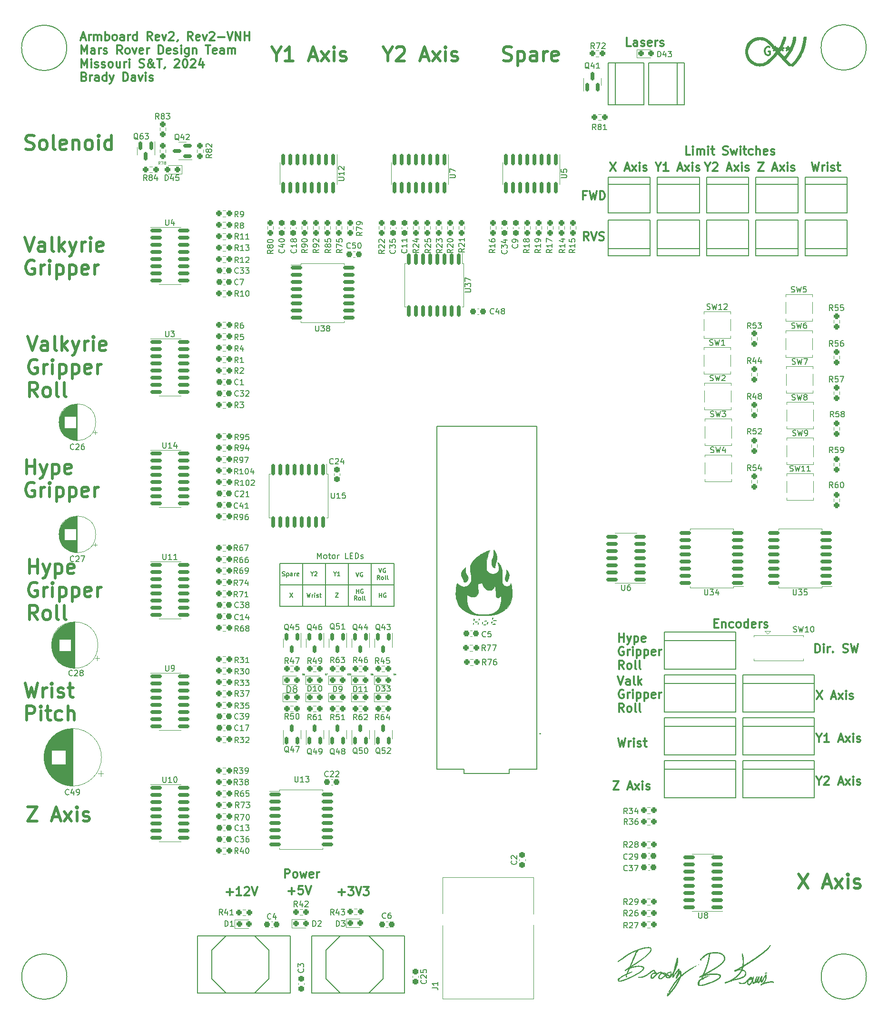
<source format=gto>
G04 #@! TF.GenerationSoftware,KiCad,Pcbnew,7.0.7*
G04 #@! TF.CreationDate,2024-04-12T20:37:06-05:00*
G04 #@! TF.ProjectId,Armboard_Hardware,41726d62-6f61-4726-945f-486172647761,rev?*
G04 #@! TF.SameCoordinates,Original*
G04 #@! TF.FileFunction,Legend,Top*
G04 #@! TF.FilePolarity,Positive*
%FSLAX46Y46*%
G04 Gerber Fmt 4.6, Leading zero omitted, Abs format (unit mm)*
G04 Created by KiCad (PCBNEW 7.0.7) date 2024-04-12 20:37:06*
%MOMM*%
%LPD*%
G01*
G04 APERTURE LIST*
G04 Aperture macros list*
%AMRoundRect*
0 Rectangle with rounded corners*
0 $1 Rounding radius*
0 $2 $3 $4 $5 $6 $7 $8 $9 X,Y pos of 4 corners*
0 Add a 4 corners polygon primitive as box body*
4,1,4,$2,$3,$4,$5,$6,$7,$8,$9,$2,$3,0*
0 Add four circle primitives for the rounded corners*
1,1,$1+$1,$2,$3*
1,1,$1+$1,$4,$5*
1,1,$1+$1,$6,$7*
1,1,$1+$1,$8,$9*
0 Add four rect primitives between the rounded corners*
20,1,$1+$1,$2,$3,$4,$5,0*
20,1,$1+$1,$4,$5,$6,$7,0*
20,1,$1+$1,$6,$7,$8,$9,0*
20,1,$1+$1,$8,$9,$2,$3,0*%
G04 Aperture macros list end*
%ADD10C,0.150000*%
%ADD11C,0.300000*%
%ADD12C,0.127000*%
%ADD13C,0.508000*%
%ADD14C,0.203200*%
%ADD15C,0.152400*%
%ADD16C,0.050800*%
%ADD17C,0.076200*%
%ADD18C,0.120000*%
%ADD19C,0.010000*%
%ADD20C,0.200000*%
%ADD21C,1.524000*%
%ADD22RoundRect,0.150000X-0.150000X0.512500X-0.150000X-0.512500X0.150000X-0.512500X0.150000X0.512500X0*%
%ADD23RoundRect,0.237500X0.250000X0.237500X-0.250000X0.237500X-0.250000X-0.237500X0.250000X-0.237500X0*%
%ADD24RoundRect,0.237500X-0.287500X-0.237500X0.287500X-0.237500X0.287500X0.237500X-0.287500X0.237500X0*%
%ADD25RoundRect,0.150000X-0.825000X-0.150000X0.825000X-0.150000X0.825000X0.150000X-0.825000X0.150000X0*%
%ADD26RoundRect,0.150000X-0.150000X0.875000X-0.150000X-0.875000X0.150000X-0.875000X0.150000X0.875000X0*%
%ADD27RoundRect,0.237500X-0.250000X-0.237500X0.250000X-0.237500X0.250000X0.237500X-0.250000X0.237500X0*%
%ADD28RoundRect,0.150000X-0.875000X-0.150000X0.875000X-0.150000X0.875000X0.150000X-0.875000X0.150000X0*%
%ADD29RoundRect,0.237500X0.237500X-0.250000X0.237500X0.250000X-0.237500X0.250000X-0.237500X-0.250000X0*%
%ADD30RoundRect,0.237500X-0.237500X0.250000X-0.237500X-0.250000X0.237500X-0.250000X0.237500X0.250000X0*%
%ADD31C,2.946400*%
%ADD32RoundRect,0.237500X0.287500X0.237500X-0.287500X0.237500X-0.287500X-0.237500X0.287500X-0.237500X0*%
%ADD33RoundRect,0.237500X-0.237500X0.300000X-0.237500X-0.300000X0.237500X-0.300000X0.237500X0.300000X0*%
%ADD34RoundRect,0.237500X0.300000X0.237500X-0.300000X0.237500X-0.300000X-0.237500X0.300000X-0.237500X0*%
%ADD35R,1.600000X1.400000*%
%ADD36RoundRect,0.237500X0.237500X-0.300000X0.237500X0.300000X-0.237500X0.300000X-0.237500X-0.300000X0*%
%ADD37RoundRect,0.150000X0.150000X-0.512500X0.150000X0.512500X-0.150000X0.512500X-0.150000X-0.512500X0*%
%ADD38R,1.600000X1.600000*%
%ADD39C,1.600000*%
%ADD40RoundRect,0.150000X-0.150000X0.825000X-0.150000X-0.825000X0.150000X-0.825000X0.150000X0.825000X0*%
%ADD41C,1.100000*%
%ADD42C,1.400000*%
%ADD43C,4.000000*%
%ADD44C,2.000000*%
%ADD45RoundRect,0.237500X-0.300000X-0.237500X0.300000X-0.237500X0.300000X0.237500X-0.300000X0.237500X0*%
%ADD46RoundRect,0.150000X-0.150000X0.587500X-0.150000X-0.587500X0.150000X-0.587500X0.150000X0.587500X0*%
%ADD47R,2.000000X2.000000*%
%ADD48RoundRect,0.150000X0.875000X0.150000X-0.875000X0.150000X-0.875000X-0.150000X0.875000X-0.150000X0*%
%ADD49RoundRect,0.150000X0.825000X0.150000X-0.825000X0.150000X-0.825000X-0.150000X0.825000X-0.150000X0*%
%ADD50C,1.308000*%
%ADD51C,1.208000*%
%ADD52O,2.200000X3.500000*%
%ADD53R,1.500000X2.500000*%
%ADD54O,1.500000X2.500000*%
%ADD55RoundRect,0.150000X0.587500X0.150000X-0.587500X0.150000X-0.587500X-0.150000X0.587500X-0.150000X0*%
%ADD56RoundRect,0.150000X0.150000X-0.587500X0.150000X0.587500X-0.150000X0.587500X-0.150000X-0.587500X0*%
%ADD57O,3.000000X5.100000*%
%ADD58O,5.100000X3.000000*%
G04 APERTURE END LIST*
D10*
X87630000Y-124714000D02*
X67310000Y-124714000D01*
X67310000Y-124714000D02*
X67310000Y-117094000D01*
X67310000Y-117094000D02*
X87630000Y-117094000D01*
X67310000Y-120904000D02*
X87630000Y-120904000D01*
X87630000Y-117094000D02*
X87630000Y-124714000D01*
X79502000Y-124714000D02*
X79502000Y-117094000D01*
X75438000Y-124714000D02*
X75438000Y-117094000D01*
X83566000Y-124714000D02*
X83566000Y-117094000D01*
X71374000Y-124714000D02*
X71374000Y-117094000D01*
D11*
X144637714Y-127666114D02*
X145137714Y-127666114D01*
X145352000Y-128451828D02*
X144637714Y-128451828D01*
X144637714Y-128451828D02*
X144637714Y-126951828D01*
X144637714Y-126951828D02*
X145352000Y-126951828D01*
X145994857Y-127451828D02*
X145994857Y-128451828D01*
X145994857Y-127594685D02*
X146066286Y-127523257D01*
X146066286Y-127523257D02*
X146209143Y-127451828D01*
X146209143Y-127451828D02*
X146423429Y-127451828D01*
X146423429Y-127451828D02*
X146566286Y-127523257D01*
X146566286Y-127523257D02*
X146637715Y-127666114D01*
X146637715Y-127666114D02*
X146637715Y-128451828D01*
X147994858Y-128380400D02*
X147852000Y-128451828D01*
X147852000Y-128451828D02*
X147566286Y-128451828D01*
X147566286Y-128451828D02*
X147423429Y-128380400D01*
X147423429Y-128380400D02*
X147352000Y-128308971D01*
X147352000Y-128308971D02*
X147280572Y-128166114D01*
X147280572Y-128166114D02*
X147280572Y-127737542D01*
X147280572Y-127737542D02*
X147352000Y-127594685D01*
X147352000Y-127594685D02*
X147423429Y-127523257D01*
X147423429Y-127523257D02*
X147566286Y-127451828D01*
X147566286Y-127451828D02*
X147852000Y-127451828D01*
X147852000Y-127451828D02*
X147994858Y-127523257D01*
X148852000Y-128451828D02*
X148709143Y-128380400D01*
X148709143Y-128380400D02*
X148637714Y-128308971D01*
X148637714Y-128308971D02*
X148566286Y-128166114D01*
X148566286Y-128166114D02*
X148566286Y-127737542D01*
X148566286Y-127737542D02*
X148637714Y-127594685D01*
X148637714Y-127594685D02*
X148709143Y-127523257D01*
X148709143Y-127523257D02*
X148852000Y-127451828D01*
X148852000Y-127451828D02*
X149066286Y-127451828D01*
X149066286Y-127451828D02*
X149209143Y-127523257D01*
X149209143Y-127523257D02*
X149280572Y-127594685D01*
X149280572Y-127594685D02*
X149352000Y-127737542D01*
X149352000Y-127737542D02*
X149352000Y-128166114D01*
X149352000Y-128166114D02*
X149280572Y-128308971D01*
X149280572Y-128308971D02*
X149209143Y-128380400D01*
X149209143Y-128380400D02*
X149066286Y-128451828D01*
X149066286Y-128451828D02*
X148852000Y-128451828D01*
X150637715Y-128451828D02*
X150637715Y-126951828D01*
X150637715Y-128380400D02*
X150494857Y-128451828D01*
X150494857Y-128451828D02*
X150209143Y-128451828D01*
X150209143Y-128451828D02*
X150066286Y-128380400D01*
X150066286Y-128380400D02*
X149994857Y-128308971D01*
X149994857Y-128308971D02*
X149923429Y-128166114D01*
X149923429Y-128166114D02*
X149923429Y-127737542D01*
X149923429Y-127737542D02*
X149994857Y-127594685D01*
X149994857Y-127594685D02*
X150066286Y-127523257D01*
X150066286Y-127523257D02*
X150209143Y-127451828D01*
X150209143Y-127451828D02*
X150494857Y-127451828D01*
X150494857Y-127451828D02*
X150637715Y-127523257D01*
X151923429Y-128380400D02*
X151780572Y-128451828D01*
X151780572Y-128451828D02*
X151494858Y-128451828D01*
X151494858Y-128451828D02*
X151352000Y-128380400D01*
X151352000Y-128380400D02*
X151280572Y-128237542D01*
X151280572Y-128237542D02*
X151280572Y-127666114D01*
X151280572Y-127666114D02*
X151352000Y-127523257D01*
X151352000Y-127523257D02*
X151494858Y-127451828D01*
X151494858Y-127451828D02*
X151780572Y-127451828D01*
X151780572Y-127451828D02*
X151923429Y-127523257D01*
X151923429Y-127523257D02*
X151994858Y-127666114D01*
X151994858Y-127666114D02*
X151994858Y-127808971D01*
X151994858Y-127808971D02*
X151280572Y-127951828D01*
X152637714Y-128451828D02*
X152637714Y-127451828D01*
X152637714Y-127737542D02*
X152709143Y-127594685D01*
X152709143Y-127594685D02*
X152780572Y-127523257D01*
X152780572Y-127523257D02*
X152923429Y-127451828D01*
X152923429Y-127451828D02*
X153066286Y-127451828D01*
X153494857Y-128380400D02*
X153637714Y-128451828D01*
X153637714Y-128451828D02*
X153923428Y-128451828D01*
X153923428Y-128451828D02*
X154066285Y-128380400D01*
X154066285Y-128380400D02*
X154137714Y-128237542D01*
X154137714Y-128237542D02*
X154137714Y-128166114D01*
X154137714Y-128166114D02*
X154066285Y-128023257D01*
X154066285Y-128023257D02*
X153923428Y-127951828D01*
X153923428Y-127951828D02*
X153709143Y-127951828D01*
X153709143Y-127951828D02*
X153566285Y-127880400D01*
X153566285Y-127880400D02*
X153494857Y-127737542D01*
X153494857Y-127737542D02*
X153494857Y-127666114D01*
X153494857Y-127666114D02*
X153566285Y-127523257D01*
X153566285Y-127523257D02*
X153709143Y-127451828D01*
X153709143Y-127451828D02*
X153923428Y-127451828D01*
X153923428Y-127451828D02*
X154066285Y-127523257D01*
D12*
X77216000Y-122328141D02*
X77724000Y-122328141D01*
X77724000Y-122328141D02*
X77216000Y-123090141D01*
X77216000Y-123090141D02*
X77724000Y-123090141D01*
D13*
X159574067Y-172255736D02*
X161267400Y-174795736D01*
X161267400Y-172255736D02*
X159574067Y-174795736D01*
X164049305Y-174070022D02*
X165258829Y-174070022D01*
X163807400Y-174795736D02*
X164654067Y-172255736D01*
X164654067Y-172255736D02*
X165500734Y-174795736D01*
X166105496Y-174795736D02*
X167435972Y-173102403D01*
X166105496Y-173102403D02*
X167435972Y-174795736D01*
X168403590Y-174795736D02*
X168403590Y-173102403D01*
X168403590Y-172255736D02*
X168282638Y-172376688D01*
X168282638Y-172376688D02*
X168403590Y-172497641D01*
X168403590Y-172497641D02*
X168524543Y-172376688D01*
X168524543Y-172376688D02*
X168403590Y-172255736D01*
X168403590Y-172255736D02*
X168403590Y-172497641D01*
X169492162Y-174674784D02*
X169734067Y-174795736D01*
X169734067Y-174795736D02*
X170217876Y-174795736D01*
X170217876Y-174795736D02*
X170459781Y-174674784D01*
X170459781Y-174674784D02*
X170580733Y-174432879D01*
X170580733Y-174432879D02*
X170580733Y-174311926D01*
X170580733Y-174311926D02*
X170459781Y-174070022D01*
X170459781Y-174070022D02*
X170217876Y-173949069D01*
X170217876Y-173949069D02*
X169855019Y-173949069D01*
X169855019Y-173949069D02*
X169613114Y-173828117D01*
X169613114Y-173828117D02*
X169492162Y-173586212D01*
X169492162Y-173586212D02*
X169492162Y-173465260D01*
X169492162Y-173465260D02*
X169613114Y-173223355D01*
X169613114Y-173223355D02*
X169855019Y-173102403D01*
X169855019Y-173102403D02*
X170217876Y-173102403D01*
X170217876Y-173102403D02*
X170459781Y-173223355D01*
X22033067Y-138321336D02*
X22637829Y-140861336D01*
X22637829Y-140861336D02*
X23121638Y-139047050D01*
X23121638Y-139047050D02*
X23605448Y-140861336D01*
X23605448Y-140861336D02*
X24210210Y-138321336D01*
X25177828Y-140861336D02*
X25177828Y-139168003D01*
X25177828Y-139651812D02*
X25298781Y-139409907D01*
X25298781Y-139409907D02*
X25419733Y-139288955D01*
X25419733Y-139288955D02*
X25661638Y-139168003D01*
X25661638Y-139168003D02*
X25903543Y-139168003D01*
X26750209Y-140861336D02*
X26750209Y-139168003D01*
X26750209Y-138321336D02*
X26629257Y-138442288D01*
X26629257Y-138442288D02*
X26750209Y-138563241D01*
X26750209Y-138563241D02*
X26871162Y-138442288D01*
X26871162Y-138442288D02*
X26750209Y-138321336D01*
X26750209Y-138321336D02*
X26750209Y-138563241D01*
X27838781Y-140740384D02*
X28080686Y-140861336D01*
X28080686Y-140861336D02*
X28564495Y-140861336D01*
X28564495Y-140861336D02*
X28806400Y-140740384D01*
X28806400Y-140740384D02*
X28927352Y-140498479D01*
X28927352Y-140498479D02*
X28927352Y-140377526D01*
X28927352Y-140377526D02*
X28806400Y-140135622D01*
X28806400Y-140135622D02*
X28564495Y-140014669D01*
X28564495Y-140014669D02*
X28201638Y-140014669D01*
X28201638Y-140014669D02*
X27959733Y-139893717D01*
X27959733Y-139893717D02*
X27838781Y-139651812D01*
X27838781Y-139651812D02*
X27838781Y-139530860D01*
X27838781Y-139530860D02*
X27959733Y-139288955D01*
X27959733Y-139288955D02*
X28201638Y-139168003D01*
X28201638Y-139168003D02*
X28564495Y-139168003D01*
X28564495Y-139168003D02*
X28806400Y-139288955D01*
X29653066Y-139168003D02*
X30620685Y-139168003D01*
X30015923Y-138321336D02*
X30015923Y-140498479D01*
X30015923Y-140498479D02*
X30136876Y-140740384D01*
X30136876Y-140740384D02*
X30378781Y-140861336D01*
X30378781Y-140861336D02*
X30620685Y-140861336D01*
X22274971Y-144950736D02*
X22274971Y-142410736D01*
X22274971Y-142410736D02*
X23242590Y-142410736D01*
X23242590Y-142410736D02*
X23484495Y-142531688D01*
X23484495Y-142531688D02*
X23605448Y-142652641D01*
X23605448Y-142652641D02*
X23726400Y-142894545D01*
X23726400Y-142894545D02*
X23726400Y-143257403D01*
X23726400Y-143257403D02*
X23605448Y-143499307D01*
X23605448Y-143499307D02*
X23484495Y-143620260D01*
X23484495Y-143620260D02*
X23242590Y-143741212D01*
X23242590Y-143741212D02*
X22274971Y-143741212D01*
X24814971Y-144950736D02*
X24814971Y-143257403D01*
X24814971Y-142410736D02*
X24694019Y-142531688D01*
X24694019Y-142531688D02*
X24814971Y-142652641D01*
X24814971Y-142652641D02*
X24935924Y-142531688D01*
X24935924Y-142531688D02*
X24814971Y-142410736D01*
X24814971Y-142410736D02*
X24814971Y-142652641D01*
X25661638Y-143257403D02*
X26629257Y-143257403D01*
X26024495Y-142410736D02*
X26024495Y-144587879D01*
X26024495Y-144587879D02*
X26145448Y-144829784D01*
X26145448Y-144829784D02*
X26387353Y-144950736D01*
X26387353Y-144950736D02*
X26629257Y-144950736D01*
X28564496Y-144829784D02*
X28322591Y-144950736D01*
X28322591Y-144950736D02*
X27838782Y-144950736D01*
X27838782Y-144950736D02*
X27596877Y-144829784D01*
X27596877Y-144829784D02*
X27475924Y-144708831D01*
X27475924Y-144708831D02*
X27354972Y-144466926D01*
X27354972Y-144466926D02*
X27354972Y-143741212D01*
X27354972Y-143741212D02*
X27475924Y-143499307D01*
X27475924Y-143499307D02*
X27596877Y-143378355D01*
X27596877Y-143378355D02*
X27838782Y-143257403D01*
X27838782Y-143257403D02*
X28322591Y-143257403D01*
X28322591Y-143257403D02*
X28564496Y-143378355D01*
X29653067Y-144950736D02*
X29653067Y-142410736D01*
X30741639Y-144950736D02*
X30741639Y-143620260D01*
X30741639Y-143620260D02*
X30620686Y-143378355D01*
X30620686Y-143378355D02*
X30378782Y-143257403D01*
X30378782Y-143257403D02*
X30015925Y-143257403D01*
X30015925Y-143257403D02*
X29774020Y-143378355D01*
X29774020Y-143378355D02*
X29653067Y-143499307D01*
D11*
X162606510Y-132896828D02*
X162606510Y-131396828D01*
X162606510Y-131396828D02*
X162963653Y-131396828D01*
X162963653Y-131396828D02*
X163177939Y-131468257D01*
X163177939Y-131468257D02*
X163320796Y-131611114D01*
X163320796Y-131611114D02*
X163392225Y-131753971D01*
X163392225Y-131753971D02*
X163463653Y-132039685D01*
X163463653Y-132039685D02*
X163463653Y-132253971D01*
X163463653Y-132253971D02*
X163392225Y-132539685D01*
X163392225Y-132539685D02*
X163320796Y-132682542D01*
X163320796Y-132682542D02*
X163177939Y-132825400D01*
X163177939Y-132825400D02*
X162963653Y-132896828D01*
X162963653Y-132896828D02*
X162606510Y-132896828D01*
X164106510Y-132896828D02*
X164106510Y-131896828D01*
X164106510Y-131396828D02*
X164035082Y-131468257D01*
X164035082Y-131468257D02*
X164106510Y-131539685D01*
X164106510Y-131539685D02*
X164177939Y-131468257D01*
X164177939Y-131468257D02*
X164106510Y-131396828D01*
X164106510Y-131396828D02*
X164106510Y-131539685D01*
X164820796Y-132896828D02*
X164820796Y-131896828D01*
X164820796Y-132182542D02*
X164892225Y-132039685D01*
X164892225Y-132039685D02*
X164963654Y-131968257D01*
X164963654Y-131968257D02*
X165106511Y-131896828D01*
X165106511Y-131896828D02*
X165249368Y-131896828D01*
X165749367Y-132753971D02*
X165820796Y-132825400D01*
X165820796Y-132825400D02*
X165749367Y-132896828D01*
X165749367Y-132896828D02*
X165677939Y-132825400D01*
X165677939Y-132825400D02*
X165749367Y-132753971D01*
X165749367Y-132753971D02*
X165749367Y-132896828D01*
X167535082Y-132825400D02*
X167749368Y-132896828D01*
X167749368Y-132896828D02*
X168106510Y-132896828D01*
X168106510Y-132896828D02*
X168249368Y-132825400D01*
X168249368Y-132825400D02*
X168320796Y-132753971D01*
X168320796Y-132753971D02*
X168392225Y-132611114D01*
X168392225Y-132611114D02*
X168392225Y-132468257D01*
X168392225Y-132468257D02*
X168320796Y-132325400D01*
X168320796Y-132325400D02*
X168249368Y-132253971D01*
X168249368Y-132253971D02*
X168106510Y-132182542D01*
X168106510Y-132182542D02*
X167820796Y-132111114D01*
X167820796Y-132111114D02*
X167677939Y-132039685D01*
X167677939Y-132039685D02*
X167606510Y-131968257D01*
X167606510Y-131968257D02*
X167535082Y-131825400D01*
X167535082Y-131825400D02*
X167535082Y-131682542D01*
X167535082Y-131682542D02*
X167606510Y-131539685D01*
X167606510Y-131539685D02*
X167677939Y-131468257D01*
X167677939Y-131468257D02*
X167820796Y-131396828D01*
X167820796Y-131396828D02*
X168177939Y-131396828D01*
X168177939Y-131396828D02*
X168392225Y-131468257D01*
X168892224Y-131396828D02*
X169249367Y-132896828D01*
X169249367Y-132896828D02*
X169535081Y-131825400D01*
X169535081Y-131825400D02*
X169820796Y-132896828D01*
X169820796Y-132896828D02*
X170177939Y-131396828D01*
X162844653Y-139651828D02*
X163844653Y-141151828D01*
X163844653Y-139651828D02*
X162844653Y-141151828D01*
X165487510Y-140723257D02*
X166201796Y-140723257D01*
X165344653Y-141151828D02*
X165844653Y-139651828D01*
X165844653Y-139651828D02*
X166344653Y-141151828D01*
X166701795Y-141151828D02*
X167487510Y-140151828D01*
X166701795Y-140151828D02*
X167487510Y-141151828D01*
X168058938Y-141151828D02*
X168058938Y-140151828D01*
X168058938Y-139651828D02*
X167987510Y-139723257D01*
X167987510Y-139723257D02*
X168058938Y-139794685D01*
X168058938Y-139794685D02*
X168130367Y-139723257D01*
X168130367Y-139723257D02*
X168058938Y-139651828D01*
X168058938Y-139651828D02*
X168058938Y-139794685D01*
X168701796Y-141080400D02*
X168844653Y-141151828D01*
X168844653Y-141151828D02*
X169130367Y-141151828D01*
X169130367Y-141151828D02*
X169273224Y-141080400D01*
X169273224Y-141080400D02*
X169344653Y-140937542D01*
X169344653Y-140937542D02*
X169344653Y-140866114D01*
X169344653Y-140866114D02*
X169273224Y-140723257D01*
X169273224Y-140723257D02*
X169130367Y-140651828D01*
X169130367Y-140651828D02*
X168916082Y-140651828D01*
X168916082Y-140651828D02*
X168773224Y-140580400D01*
X168773224Y-140580400D02*
X168701796Y-140437542D01*
X168701796Y-140437542D02*
X168701796Y-140366114D01*
X168701796Y-140366114D02*
X168773224Y-140223257D01*
X168773224Y-140223257D02*
X168916082Y-140151828D01*
X168916082Y-140151828D02*
X169130367Y-140151828D01*
X169130367Y-140151828D02*
X169273224Y-140223257D01*
X161964999Y-45798828D02*
X162322142Y-47298828D01*
X162322142Y-47298828D02*
X162607856Y-46227400D01*
X162607856Y-46227400D02*
X162893571Y-47298828D01*
X162893571Y-47298828D02*
X163250714Y-45798828D01*
X163822142Y-47298828D02*
X163822142Y-46298828D01*
X163822142Y-46584542D02*
X163893571Y-46441685D01*
X163893571Y-46441685D02*
X163965000Y-46370257D01*
X163965000Y-46370257D02*
X164107857Y-46298828D01*
X164107857Y-46298828D02*
X164250714Y-46298828D01*
X164750713Y-47298828D02*
X164750713Y-46298828D01*
X164750713Y-45798828D02*
X164679285Y-45870257D01*
X164679285Y-45870257D02*
X164750713Y-45941685D01*
X164750713Y-45941685D02*
X164822142Y-45870257D01*
X164822142Y-45870257D02*
X164750713Y-45798828D01*
X164750713Y-45798828D02*
X164750713Y-45941685D01*
X165393571Y-47227400D02*
X165536428Y-47298828D01*
X165536428Y-47298828D02*
X165822142Y-47298828D01*
X165822142Y-47298828D02*
X165964999Y-47227400D01*
X165964999Y-47227400D02*
X166036428Y-47084542D01*
X166036428Y-47084542D02*
X166036428Y-47013114D01*
X166036428Y-47013114D02*
X165964999Y-46870257D01*
X165964999Y-46870257D02*
X165822142Y-46798828D01*
X165822142Y-46798828D02*
X165607857Y-46798828D01*
X165607857Y-46798828D02*
X165464999Y-46727400D01*
X165464999Y-46727400D02*
X165393571Y-46584542D01*
X165393571Y-46584542D02*
X165393571Y-46513114D01*
X165393571Y-46513114D02*
X165464999Y-46370257D01*
X165464999Y-46370257D02*
X165607857Y-46298828D01*
X165607857Y-46298828D02*
X165822142Y-46298828D01*
X165822142Y-46298828D02*
X165964999Y-46370257D01*
X166465000Y-46298828D02*
X167036428Y-46298828D01*
X166679285Y-45798828D02*
X166679285Y-47084542D01*
X166679285Y-47084542D02*
X166750714Y-47227400D01*
X166750714Y-47227400D02*
X166893571Y-47298828D01*
X166893571Y-47298828D02*
X167036428Y-47298828D01*
D12*
X69088000Y-122328141D02*
X69596000Y-123090141D01*
X69596000Y-122328141D02*
X69088000Y-123090141D01*
X77118123Y-118917284D02*
X77118123Y-119280141D01*
X76864123Y-118518141D02*
X77118123Y-118917284D01*
X77118123Y-118917284D02*
X77372123Y-118518141D01*
X78025266Y-119280141D02*
X77589837Y-119280141D01*
X77807552Y-119280141D02*
X77807552Y-118518141D01*
X77807552Y-118518141D02*
X77734980Y-118626998D01*
X77734980Y-118626998D02*
X77662409Y-118699570D01*
X77662409Y-118699570D02*
X77589837Y-118735856D01*
D13*
X22420114Y-76700936D02*
X23266781Y-79240936D01*
X23266781Y-79240936D02*
X24113448Y-76700936D01*
X26048686Y-79240936D02*
X26048686Y-77910460D01*
X26048686Y-77910460D02*
X25927733Y-77668555D01*
X25927733Y-77668555D02*
X25685829Y-77547603D01*
X25685829Y-77547603D02*
X25202019Y-77547603D01*
X25202019Y-77547603D02*
X24960114Y-77668555D01*
X26048686Y-79119984D02*
X25806781Y-79240936D01*
X25806781Y-79240936D02*
X25202019Y-79240936D01*
X25202019Y-79240936D02*
X24960114Y-79119984D01*
X24960114Y-79119984D02*
X24839162Y-78878079D01*
X24839162Y-78878079D02*
X24839162Y-78636174D01*
X24839162Y-78636174D02*
X24960114Y-78394269D01*
X24960114Y-78394269D02*
X25202019Y-78273317D01*
X25202019Y-78273317D02*
X25806781Y-78273317D01*
X25806781Y-78273317D02*
X26048686Y-78152364D01*
X27621067Y-79240936D02*
X27379162Y-79119984D01*
X27379162Y-79119984D02*
X27258209Y-78878079D01*
X27258209Y-78878079D02*
X27258209Y-76700936D01*
X28588685Y-79240936D02*
X28588685Y-76700936D01*
X28830590Y-78273317D02*
X29556304Y-79240936D01*
X29556304Y-77547603D02*
X28588685Y-78515222D01*
X30402971Y-77547603D02*
X31007733Y-79240936D01*
X31612494Y-77547603D02*
X31007733Y-79240936D01*
X31007733Y-79240936D02*
X30765828Y-79845698D01*
X30765828Y-79845698D02*
X30644875Y-79966650D01*
X30644875Y-79966650D02*
X30402971Y-80087603D01*
X32580113Y-79240936D02*
X32580113Y-77547603D01*
X32580113Y-78031412D02*
X32701066Y-77789507D01*
X32701066Y-77789507D02*
X32822018Y-77668555D01*
X32822018Y-77668555D02*
X33063923Y-77547603D01*
X33063923Y-77547603D02*
X33305828Y-77547603D01*
X34152494Y-79240936D02*
X34152494Y-77547603D01*
X34152494Y-76700936D02*
X34031542Y-76821888D01*
X34031542Y-76821888D02*
X34152494Y-76942841D01*
X34152494Y-76942841D02*
X34273447Y-76821888D01*
X34273447Y-76821888D02*
X34152494Y-76700936D01*
X34152494Y-76700936D02*
X34152494Y-76942841D01*
X36329637Y-79119984D02*
X36087733Y-79240936D01*
X36087733Y-79240936D02*
X35603923Y-79240936D01*
X35603923Y-79240936D02*
X35362018Y-79119984D01*
X35362018Y-79119984D02*
X35241066Y-78878079D01*
X35241066Y-78878079D02*
X35241066Y-77910460D01*
X35241066Y-77910460D02*
X35362018Y-77668555D01*
X35362018Y-77668555D02*
X35603923Y-77547603D01*
X35603923Y-77547603D02*
X36087733Y-77547603D01*
X36087733Y-77547603D02*
X36329637Y-77668555D01*
X36329637Y-77668555D02*
X36450590Y-77910460D01*
X36450590Y-77910460D02*
X36450590Y-78152364D01*
X36450590Y-78152364D02*
X35241066Y-78394269D01*
X24113448Y-80911288D02*
X23871543Y-80790336D01*
X23871543Y-80790336D02*
X23508686Y-80790336D01*
X23508686Y-80790336D02*
X23145829Y-80911288D01*
X23145829Y-80911288D02*
X22903924Y-81153193D01*
X22903924Y-81153193D02*
X22782971Y-81395098D01*
X22782971Y-81395098D02*
X22662019Y-81878907D01*
X22662019Y-81878907D02*
X22662019Y-82241764D01*
X22662019Y-82241764D02*
X22782971Y-82725574D01*
X22782971Y-82725574D02*
X22903924Y-82967479D01*
X22903924Y-82967479D02*
X23145829Y-83209384D01*
X23145829Y-83209384D02*
X23508686Y-83330336D01*
X23508686Y-83330336D02*
X23750590Y-83330336D01*
X23750590Y-83330336D02*
X24113448Y-83209384D01*
X24113448Y-83209384D02*
X24234400Y-83088431D01*
X24234400Y-83088431D02*
X24234400Y-82241764D01*
X24234400Y-82241764D02*
X23750590Y-82241764D01*
X25322971Y-83330336D02*
X25322971Y-81637003D01*
X25322971Y-82120812D02*
X25443924Y-81878907D01*
X25443924Y-81878907D02*
X25564876Y-81757955D01*
X25564876Y-81757955D02*
X25806781Y-81637003D01*
X25806781Y-81637003D02*
X26048686Y-81637003D01*
X26895352Y-83330336D02*
X26895352Y-81637003D01*
X26895352Y-80790336D02*
X26774400Y-80911288D01*
X26774400Y-80911288D02*
X26895352Y-81032241D01*
X26895352Y-81032241D02*
X27016305Y-80911288D01*
X27016305Y-80911288D02*
X26895352Y-80790336D01*
X26895352Y-80790336D02*
X26895352Y-81032241D01*
X28104876Y-81637003D02*
X28104876Y-84177003D01*
X28104876Y-81757955D02*
X28346781Y-81637003D01*
X28346781Y-81637003D02*
X28830591Y-81637003D01*
X28830591Y-81637003D02*
X29072495Y-81757955D01*
X29072495Y-81757955D02*
X29193448Y-81878907D01*
X29193448Y-81878907D02*
X29314400Y-82120812D01*
X29314400Y-82120812D02*
X29314400Y-82846526D01*
X29314400Y-82846526D02*
X29193448Y-83088431D01*
X29193448Y-83088431D02*
X29072495Y-83209384D01*
X29072495Y-83209384D02*
X28830591Y-83330336D01*
X28830591Y-83330336D02*
X28346781Y-83330336D01*
X28346781Y-83330336D02*
X28104876Y-83209384D01*
X30402971Y-81637003D02*
X30402971Y-84177003D01*
X30402971Y-81757955D02*
X30644876Y-81637003D01*
X30644876Y-81637003D02*
X31128686Y-81637003D01*
X31128686Y-81637003D02*
X31370590Y-81757955D01*
X31370590Y-81757955D02*
X31491543Y-81878907D01*
X31491543Y-81878907D02*
X31612495Y-82120812D01*
X31612495Y-82120812D02*
X31612495Y-82846526D01*
X31612495Y-82846526D02*
X31491543Y-83088431D01*
X31491543Y-83088431D02*
X31370590Y-83209384D01*
X31370590Y-83209384D02*
X31128686Y-83330336D01*
X31128686Y-83330336D02*
X30644876Y-83330336D01*
X30644876Y-83330336D02*
X30402971Y-83209384D01*
X33668685Y-83209384D02*
X33426781Y-83330336D01*
X33426781Y-83330336D02*
X32942971Y-83330336D01*
X32942971Y-83330336D02*
X32701066Y-83209384D01*
X32701066Y-83209384D02*
X32580114Y-82967479D01*
X32580114Y-82967479D02*
X32580114Y-81999860D01*
X32580114Y-81999860D02*
X32701066Y-81757955D01*
X32701066Y-81757955D02*
X32942971Y-81637003D01*
X32942971Y-81637003D02*
X33426781Y-81637003D01*
X33426781Y-81637003D02*
X33668685Y-81757955D01*
X33668685Y-81757955D02*
X33789638Y-81999860D01*
X33789638Y-81999860D02*
X33789638Y-82241764D01*
X33789638Y-82241764D02*
X32580114Y-82483669D01*
X34878209Y-83330336D02*
X34878209Y-81637003D01*
X34878209Y-82120812D02*
X34999162Y-81878907D01*
X34999162Y-81878907D02*
X35120114Y-81757955D01*
X35120114Y-81757955D02*
X35362019Y-81637003D01*
X35362019Y-81637003D02*
X35603924Y-81637003D01*
X24234400Y-87419736D02*
X23387733Y-86210212D01*
X22782971Y-87419736D02*
X22782971Y-84879736D01*
X22782971Y-84879736D02*
X23750590Y-84879736D01*
X23750590Y-84879736D02*
X23992495Y-85000688D01*
X23992495Y-85000688D02*
X24113448Y-85121641D01*
X24113448Y-85121641D02*
X24234400Y-85363545D01*
X24234400Y-85363545D02*
X24234400Y-85726403D01*
X24234400Y-85726403D02*
X24113448Y-85968307D01*
X24113448Y-85968307D02*
X23992495Y-86089260D01*
X23992495Y-86089260D02*
X23750590Y-86210212D01*
X23750590Y-86210212D02*
X22782971Y-86210212D01*
X25685829Y-87419736D02*
X25443924Y-87298784D01*
X25443924Y-87298784D02*
X25322971Y-87177831D01*
X25322971Y-87177831D02*
X25202019Y-86935926D01*
X25202019Y-86935926D02*
X25202019Y-86210212D01*
X25202019Y-86210212D02*
X25322971Y-85968307D01*
X25322971Y-85968307D02*
X25443924Y-85847355D01*
X25443924Y-85847355D02*
X25685829Y-85726403D01*
X25685829Y-85726403D02*
X26048686Y-85726403D01*
X26048686Y-85726403D02*
X26290590Y-85847355D01*
X26290590Y-85847355D02*
X26411543Y-85968307D01*
X26411543Y-85968307D02*
X26532495Y-86210212D01*
X26532495Y-86210212D02*
X26532495Y-86935926D01*
X26532495Y-86935926D02*
X26411543Y-87177831D01*
X26411543Y-87177831D02*
X26290590Y-87298784D01*
X26290590Y-87298784D02*
X26048686Y-87419736D01*
X26048686Y-87419736D02*
X25685829Y-87419736D01*
X27983924Y-87419736D02*
X27742019Y-87298784D01*
X27742019Y-87298784D02*
X27621066Y-87056879D01*
X27621066Y-87056879D02*
X27621066Y-84879736D01*
X29314400Y-87419736D02*
X29072495Y-87298784D01*
X29072495Y-87298784D02*
X28951542Y-87056879D01*
X28951542Y-87056879D02*
X28951542Y-84879736D01*
D11*
X127467225Y-137107828D02*
X127967225Y-138607828D01*
X127967225Y-138607828D02*
X128467225Y-137107828D01*
X129610082Y-138607828D02*
X129610082Y-137822114D01*
X129610082Y-137822114D02*
X129538653Y-137679257D01*
X129538653Y-137679257D02*
X129395796Y-137607828D01*
X129395796Y-137607828D02*
X129110082Y-137607828D01*
X129110082Y-137607828D02*
X128967224Y-137679257D01*
X129610082Y-138536400D02*
X129467224Y-138607828D01*
X129467224Y-138607828D02*
X129110082Y-138607828D01*
X129110082Y-138607828D02*
X128967224Y-138536400D01*
X128967224Y-138536400D02*
X128895796Y-138393542D01*
X128895796Y-138393542D02*
X128895796Y-138250685D01*
X128895796Y-138250685D02*
X128967224Y-138107828D01*
X128967224Y-138107828D02*
X129110082Y-138036400D01*
X129110082Y-138036400D02*
X129467224Y-138036400D01*
X129467224Y-138036400D02*
X129610082Y-137964971D01*
X130538653Y-138607828D02*
X130395796Y-138536400D01*
X130395796Y-138536400D02*
X130324367Y-138393542D01*
X130324367Y-138393542D02*
X130324367Y-137107828D01*
X131110081Y-138607828D02*
X131110081Y-137107828D01*
X131252939Y-138036400D02*
X131681510Y-138607828D01*
X131681510Y-137607828D02*
X131110081Y-138179257D01*
X128467225Y-139594257D02*
X128324368Y-139522828D01*
X128324368Y-139522828D02*
X128110082Y-139522828D01*
X128110082Y-139522828D02*
X127895796Y-139594257D01*
X127895796Y-139594257D02*
X127752939Y-139737114D01*
X127752939Y-139737114D02*
X127681510Y-139879971D01*
X127681510Y-139879971D02*
X127610082Y-140165685D01*
X127610082Y-140165685D02*
X127610082Y-140379971D01*
X127610082Y-140379971D02*
X127681510Y-140665685D01*
X127681510Y-140665685D02*
X127752939Y-140808542D01*
X127752939Y-140808542D02*
X127895796Y-140951400D01*
X127895796Y-140951400D02*
X128110082Y-141022828D01*
X128110082Y-141022828D02*
X128252939Y-141022828D01*
X128252939Y-141022828D02*
X128467225Y-140951400D01*
X128467225Y-140951400D02*
X128538653Y-140879971D01*
X128538653Y-140879971D02*
X128538653Y-140379971D01*
X128538653Y-140379971D02*
X128252939Y-140379971D01*
X129181510Y-141022828D02*
X129181510Y-140022828D01*
X129181510Y-140308542D02*
X129252939Y-140165685D01*
X129252939Y-140165685D02*
X129324368Y-140094257D01*
X129324368Y-140094257D02*
X129467225Y-140022828D01*
X129467225Y-140022828D02*
X129610082Y-140022828D01*
X130110081Y-141022828D02*
X130110081Y-140022828D01*
X130110081Y-139522828D02*
X130038653Y-139594257D01*
X130038653Y-139594257D02*
X130110081Y-139665685D01*
X130110081Y-139665685D02*
X130181510Y-139594257D01*
X130181510Y-139594257D02*
X130110081Y-139522828D01*
X130110081Y-139522828D02*
X130110081Y-139665685D01*
X130824367Y-140022828D02*
X130824367Y-141522828D01*
X130824367Y-140094257D02*
X130967225Y-140022828D01*
X130967225Y-140022828D02*
X131252939Y-140022828D01*
X131252939Y-140022828D02*
X131395796Y-140094257D01*
X131395796Y-140094257D02*
X131467225Y-140165685D01*
X131467225Y-140165685D02*
X131538653Y-140308542D01*
X131538653Y-140308542D02*
X131538653Y-140737114D01*
X131538653Y-140737114D02*
X131467225Y-140879971D01*
X131467225Y-140879971D02*
X131395796Y-140951400D01*
X131395796Y-140951400D02*
X131252939Y-141022828D01*
X131252939Y-141022828D02*
X130967225Y-141022828D01*
X130967225Y-141022828D02*
X130824367Y-140951400D01*
X132181510Y-140022828D02*
X132181510Y-141522828D01*
X132181510Y-140094257D02*
X132324368Y-140022828D01*
X132324368Y-140022828D02*
X132610082Y-140022828D01*
X132610082Y-140022828D02*
X132752939Y-140094257D01*
X132752939Y-140094257D02*
X132824368Y-140165685D01*
X132824368Y-140165685D02*
X132895796Y-140308542D01*
X132895796Y-140308542D02*
X132895796Y-140737114D01*
X132895796Y-140737114D02*
X132824368Y-140879971D01*
X132824368Y-140879971D02*
X132752939Y-140951400D01*
X132752939Y-140951400D02*
X132610082Y-141022828D01*
X132610082Y-141022828D02*
X132324368Y-141022828D01*
X132324368Y-141022828D02*
X132181510Y-140951400D01*
X134110082Y-140951400D02*
X133967225Y-141022828D01*
X133967225Y-141022828D02*
X133681511Y-141022828D01*
X133681511Y-141022828D02*
X133538653Y-140951400D01*
X133538653Y-140951400D02*
X133467225Y-140808542D01*
X133467225Y-140808542D02*
X133467225Y-140237114D01*
X133467225Y-140237114D02*
X133538653Y-140094257D01*
X133538653Y-140094257D02*
X133681511Y-140022828D01*
X133681511Y-140022828D02*
X133967225Y-140022828D01*
X133967225Y-140022828D02*
X134110082Y-140094257D01*
X134110082Y-140094257D02*
X134181511Y-140237114D01*
X134181511Y-140237114D02*
X134181511Y-140379971D01*
X134181511Y-140379971D02*
X133467225Y-140522828D01*
X134824367Y-141022828D02*
X134824367Y-140022828D01*
X134824367Y-140308542D02*
X134895796Y-140165685D01*
X134895796Y-140165685D02*
X134967225Y-140094257D01*
X134967225Y-140094257D02*
X135110082Y-140022828D01*
X135110082Y-140022828D02*
X135252939Y-140022828D01*
X128538653Y-143437828D02*
X128038653Y-142723542D01*
X127681510Y-143437828D02*
X127681510Y-141937828D01*
X127681510Y-141937828D02*
X128252939Y-141937828D01*
X128252939Y-141937828D02*
X128395796Y-142009257D01*
X128395796Y-142009257D02*
X128467225Y-142080685D01*
X128467225Y-142080685D02*
X128538653Y-142223542D01*
X128538653Y-142223542D02*
X128538653Y-142437828D01*
X128538653Y-142437828D02*
X128467225Y-142580685D01*
X128467225Y-142580685D02*
X128395796Y-142652114D01*
X128395796Y-142652114D02*
X128252939Y-142723542D01*
X128252939Y-142723542D02*
X127681510Y-142723542D01*
X129395796Y-143437828D02*
X129252939Y-143366400D01*
X129252939Y-143366400D02*
X129181510Y-143294971D01*
X129181510Y-143294971D02*
X129110082Y-143152114D01*
X129110082Y-143152114D02*
X129110082Y-142723542D01*
X129110082Y-142723542D02*
X129181510Y-142580685D01*
X129181510Y-142580685D02*
X129252939Y-142509257D01*
X129252939Y-142509257D02*
X129395796Y-142437828D01*
X129395796Y-142437828D02*
X129610082Y-142437828D01*
X129610082Y-142437828D02*
X129752939Y-142509257D01*
X129752939Y-142509257D02*
X129824368Y-142580685D01*
X129824368Y-142580685D02*
X129895796Y-142723542D01*
X129895796Y-142723542D02*
X129895796Y-143152114D01*
X129895796Y-143152114D02*
X129824368Y-143294971D01*
X129824368Y-143294971D02*
X129752939Y-143366400D01*
X129752939Y-143366400D02*
X129610082Y-143437828D01*
X129610082Y-143437828D02*
X129395796Y-143437828D01*
X130752939Y-143437828D02*
X130610082Y-143366400D01*
X130610082Y-143366400D02*
X130538653Y-143223542D01*
X130538653Y-143223542D02*
X130538653Y-141937828D01*
X131538653Y-143437828D02*
X131395796Y-143366400D01*
X131395796Y-143366400D02*
X131324367Y-143223542D01*
X131324367Y-143223542D02*
X131324367Y-141937828D01*
D13*
X107117019Y-27608784D02*
X107479876Y-27729736D01*
X107479876Y-27729736D02*
X108084638Y-27729736D01*
X108084638Y-27729736D02*
X108326543Y-27608784D01*
X108326543Y-27608784D02*
X108447495Y-27487831D01*
X108447495Y-27487831D02*
X108568448Y-27245926D01*
X108568448Y-27245926D02*
X108568448Y-27004022D01*
X108568448Y-27004022D02*
X108447495Y-26762117D01*
X108447495Y-26762117D02*
X108326543Y-26641164D01*
X108326543Y-26641164D02*
X108084638Y-26520212D01*
X108084638Y-26520212D02*
X107600829Y-26399260D01*
X107600829Y-26399260D02*
X107358924Y-26278307D01*
X107358924Y-26278307D02*
X107237971Y-26157355D01*
X107237971Y-26157355D02*
X107117019Y-25915450D01*
X107117019Y-25915450D02*
X107117019Y-25673545D01*
X107117019Y-25673545D02*
X107237971Y-25431641D01*
X107237971Y-25431641D02*
X107358924Y-25310688D01*
X107358924Y-25310688D02*
X107600829Y-25189736D01*
X107600829Y-25189736D02*
X108205590Y-25189736D01*
X108205590Y-25189736D02*
X108568448Y-25310688D01*
X109657019Y-26036403D02*
X109657019Y-28576403D01*
X109657019Y-26157355D02*
X109898924Y-26036403D01*
X109898924Y-26036403D02*
X110382734Y-26036403D01*
X110382734Y-26036403D02*
X110624638Y-26157355D01*
X110624638Y-26157355D02*
X110745591Y-26278307D01*
X110745591Y-26278307D02*
X110866543Y-26520212D01*
X110866543Y-26520212D02*
X110866543Y-27245926D01*
X110866543Y-27245926D02*
X110745591Y-27487831D01*
X110745591Y-27487831D02*
X110624638Y-27608784D01*
X110624638Y-27608784D02*
X110382734Y-27729736D01*
X110382734Y-27729736D02*
X109898924Y-27729736D01*
X109898924Y-27729736D02*
X109657019Y-27608784D01*
X113043686Y-27729736D02*
X113043686Y-26399260D01*
X113043686Y-26399260D02*
X112922733Y-26157355D01*
X112922733Y-26157355D02*
X112680829Y-26036403D01*
X112680829Y-26036403D02*
X112197019Y-26036403D01*
X112197019Y-26036403D02*
X111955114Y-26157355D01*
X113043686Y-27608784D02*
X112801781Y-27729736D01*
X112801781Y-27729736D02*
X112197019Y-27729736D01*
X112197019Y-27729736D02*
X111955114Y-27608784D01*
X111955114Y-27608784D02*
X111834162Y-27366879D01*
X111834162Y-27366879D02*
X111834162Y-27124974D01*
X111834162Y-27124974D02*
X111955114Y-26883069D01*
X111955114Y-26883069D02*
X112197019Y-26762117D01*
X112197019Y-26762117D02*
X112801781Y-26762117D01*
X112801781Y-26762117D02*
X113043686Y-26641164D01*
X114253209Y-27729736D02*
X114253209Y-26036403D01*
X114253209Y-26520212D02*
X114374162Y-26278307D01*
X114374162Y-26278307D02*
X114495114Y-26157355D01*
X114495114Y-26157355D02*
X114737019Y-26036403D01*
X114737019Y-26036403D02*
X114978924Y-26036403D01*
X116793209Y-27608784D02*
X116551305Y-27729736D01*
X116551305Y-27729736D02*
X116067495Y-27729736D01*
X116067495Y-27729736D02*
X115825590Y-27608784D01*
X115825590Y-27608784D02*
X115704638Y-27366879D01*
X115704638Y-27366879D02*
X115704638Y-26399260D01*
X115704638Y-26399260D02*
X115825590Y-26157355D01*
X115825590Y-26157355D02*
X116067495Y-26036403D01*
X116067495Y-26036403D02*
X116551305Y-26036403D01*
X116551305Y-26036403D02*
X116793209Y-26157355D01*
X116793209Y-26157355D02*
X116914162Y-26399260D01*
X116914162Y-26399260D02*
X116914162Y-26641164D01*
X116914162Y-26641164D02*
X115704638Y-26883069D01*
D11*
X129792796Y-25073828D02*
X129078510Y-25073828D01*
X129078510Y-25073828D02*
X129078510Y-23573828D01*
X130935654Y-25073828D02*
X130935654Y-24288114D01*
X130935654Y-24288114D02*
X130864225Y-24145257D01*
X130864225Y-24145257D02*
X130721368Y-24073828D01*
X130721368Y-24073828D02*
X130435654Y-24073828D01*
X130435654Y-24073828D02*
X130292796Y-24145257D01*
X130935654Y-25002400D02*
X130792796Y-25073828D01*
X130792796Y-25073828D02*
X130435654Y-25073828D01*
X130435654Y-25073828D02*
X130292796Y-25002400D01*
X130292796Y-25002400D02*
X130221368Y-24859542D01*
X130221368Y-24859542D02*
X130221368Y-24716685D01*
X130221368Y-24716685D02*
X130292796Y-24573828D01*
X130292796Y-24573828D02*
X130435654Y-24502400D01*
X130435654Y-24502400D02*
X130792796Y-24502400D01*
X130792796Y-24502400D02*
X130935654Y-24430971D01*
X131578511Y-25002400D02*
X131721368Y-25073828D01*
X131721368Y-25073828D02*
X132007082Y-25073828D01*
X132007082Y-25073828D02*
X132149939Y-25002400D01*
X132149939Y-25002400D02*
X132221368Y-24859542D01*
X132221368Y-24859542D02*
X132221368Y-24788114D01*
X132221368Y-24788114D02*
X132149939Y-24645257D01*
X132149939Y-24645257D02*
X132007082Y-24573828D01*
X132007082Y-24573828D02*
X131792797Y-24573828D01*
X131792797Y-24573828D02*
X131649939Y-24502400D01*
X131649939Y-24502400D02*
X131578511Y-24359542D01*
X131578511Y-24359542D02*
X131578511Y-24288114D01*
X131578511Y-24288114D02*
X131649939Y-24145257D01*
X131649939Y-24145257D02*
X131792797Y-24073828D01*
X131792797Y-24073828D02*
X132007082Y-24073828D01*
X132007082Y-24073828D02*
X132149939Y-24145257D01*
X133435654Y-25002400D02*
X133292797Y-25073828D01*
X133292797Y-25073828D02*
X133007083Y-25073828D01*
X133007083Y-25073828D02*
X132864225Y-25002400D01*
X132864225Y-25002400D02*
X132792797Y-24859542D01*
X132792797Y-24859542D02*
X132792797Y-24288114D01*
X132792797Y-24288114D02*
X132864225Y-24145257D01*
X132864225Y-24145257D02*
X133007083Y-24073828D01*
X133007083Y-24073828D02*
X133292797Y-24073828D01*
X133292797Y-24073828D02*
X133435654Y-24145257D01*
X133435654Y-24145257D02*
X133507083Y-24288114D01*
X133507083Y-24288114D02*
X133507083Y-24430971D01*
X133507083Y-24430971D02*
X132792797Y-24573828D01*
X134149939Y-25073828D02*
X134149939Y-24073828D01*
X134149939Y-24359542D02*
X134221368Y-24216685D01*
X134221368Y-24216685D02*
X134292797Y-24145257D01*
X134292797Y-24145257D02*
X134435654Y-24073828D01*
X134435654Y-24073828D02*
X134578511Y-24073828D01*
X135007082Y-25002400D02*
X135149939Y-25073828D01*
X135149939Y-25073828D02*
X135435653Y-25073828D01*
X135435653Y-25073828D02*
X135578510Y-25002400D01*
X135578510Y-25002400D02*
X135649939Y-24859542D01*
X135649939Y-24859542D02*
X135649939Y-24788114D01*
X135649939Y-24788114D02*
X135578510Y-24645257D01*
X135578510Y-24645257D02*
X135435653Y-24573828D01*
X135435653Y-24573828D02*
X135221368Y-24573828D01*
X135221368Y-24573828D02*
X135078510Y-24502400D01*
X135078510Y-24502400D02*
X135007082Y-24359542D01*
X135007082Y-24359542D02*
X135007082Y-24288114D01*
X135007082Y-24288114D02*
X135078510Y-24145257D01*
X135078510Y-24145257D02*
X135221368Y-24073828D01*
X135221368Y-24073828D02*
X135435653Y-24073828D01*
X135435653Y-24073828D02*
X135578510Y-24145257D01*
X140333796Y-44377828D02*
X139619510Y-44377828D01*
X139619510Y-44377828D02*
X139619510Y-42877828D01*
X140833796Y-44377828D02*
X140833796Y-43377828D01*
X140833796Y-42877828D02*
X140762368Y-42949257D01*
X140762368Y-42949257D02*
X140833796Y-43020685D01*
X140833796Y-43020685D02*
X140905225Y-42949257D01*
X140905225Y-42949257D02*
X140833796Y-42877828D01*
X140833796Y-42877828D02*
X140833796Y-43020685D01*
X141548082Y-44377828D02*
X141548082Y-43377828D01*
X141548082Y-43520685D02*
X141619511Y-43449257D01*
X141619511Y-43449257D02*
X141762368Y-43377828D01*
X141762368Y-43377828D02*
X141976654Y-43377828D01*
X141976654Y-43377828D02*
X142119511Y-43449257D01*
X142119511Y-43449257D02*
X142190940Y-43592114D01*
X142190940Y-43592114D02*
X142190940Y-44377828D01*
X142190940Y-43592114D02*
X142262368Y-43449257D01*
X142262368Y-43449257D02*
X142405225Y-43377828D01*
X142405225Y-43377828D02*
X142619511Y-43377828D01*
X142619511Y-43377828D02*
X142762368Y-43449257D01*
X142762368Y-43449257D02*
X142833797Y-43592114D01*
X142833797Y-43592114D02*
X142833797Y-44377828D01*
X143548082Y-44377828D02*
X143548082Y-43377828D01*
X143548082Y-42877828D02*
X143476654Y-42949257D01*
X143476654Y-42949257D02*
X143548082Y-43020685D01*
X143548082Y-43020685D02*
X143619511Y-42949257D01*
X143619511Y-42949257D02*
X143548082Y-42877828D01*
X143548082Y-42877828D02*
X143548082Y-43020685D01*
X144048083Y-43377828D02*
X144619511Y-43377828D01*
X144262368Y-42877828D02*
X144262368Y-44163542D01*
X144262368Y-44163542D02*
X144333797Y-44306400D01*
X144333797Y-44306400D02*
X144476654Y-44377828D01*
X144476654Y-44377828D02*
X144619511Y-44377828D01*
X146190940Y-44306400D02*
X146405226Y-44377828D01*
X146405226Y-44377828D02*
X146762368Y-44377828D01*
X146762368Y-44377828D02*
X146905226Y-44306400D01*
X146905226Y-44306400D02*
X146976654Y-44234971D01*
X146976654Y-44234971D02*
X147048083Y-44092114D01*
X147048083Y-44092114D02*
X147048083Y-43949257D01*
X147048083Y-43949257D02*
X146976654Y-43806400D01*
X146976654Y-43806400D02*
X146905226Y-43734971D01*
X146905226Y-43734971D02*
X146762368Y-43663542D01*
X146762368Y-43663542D02*
X146476654Y-43592114D01*
X146476654Y-43592114D02*
X146333797Y-43520685D01*
X146333797Y-43520685D02*
X146262368Y-43449257D01*
X146262368Y-43449257D02*
X146190940Y-43306400D01*
X146190940Y-43306400D02*
X146190940Y-43163542D01*
X146190940Y-43163542D02*
X146262368Y-43020685D01*
X146262368Y-43020685D02*
X146333797Y-42949257D01*
X146333797Y-42949257D02*
X146476654Y-42877828D01*
X146476654Y-42877828D02*
X146833797Y-42877828D01*
X146833797Y-42877828D02*
X147048083Y-42949257D01*
X147548082Y-43377828D02*
X147833797Y-44377828D01*
X147833797Y-44377828D02*
X148119511Y-43663542D01*
X148119511Y-43663542D02*
X148405225Y-44377828D01*
X148405225Y-44377828D02*
X148690939Y-43377828D01*
X149262368Y-44377828D02*
X149262368Y-43377828D01*
X149262368Y-42877828D02*
X149190940Y-42949257D01*
X149190940Y-42949257D02*
X149262368Y-43020685D01*
X149262368Y-43020685D02*
X149333797Y-42949257D01*
X149333797Y-42949257D02*
X149262368Y-42877828D01*
X149262368Y-42877828D02*
X149262368Y-43020685D01*
X149762369Y-43377828D02*
X150333797Y-43377828D01*
X149976654Y-42877828D02*
X149976654Y-44163542D01*
X149976654Y-44163542D02*
X150048083Y-44306400D01*
X150048083Y-44306400D02*
X150190940Y-44377828D01*
X150190940Y-44377828D02*
X150333797Y-44377828D01*
X151476655Y-44306400D02*
X151333797Y-44377828D01*
X151333797Y-44377828D02*
X151048083Y-44377828D01*
X151048083Y-44377828D02*
X150905226Y-44306400D01*
X150905226Y-44306400D02*
X150833797Y-44234971D01*
X150833797Y-44234971D02*
X150762369Y-44092114D01*
X150762369Y-44092114D02*
X150762369Y-43663542D01*
X150762369Y-43663542D02*
X150833797Y-43520685D01*
X150833797Y-43520685D02*
X150905226Y-43449257D01*
X150905226Y-43449257D02*
X151048083Y-43377828D01*
X151048083Y-43377828D02*
X151333797Y-43377828D01*
X151333797Y-43377828D02*
X151476655Y-43449257D01*
X152119511Y-44377828D02*
X152119511Y-42877828D01*
X152762369Y-44377828D02*
X152762369Y-43592114D01*
X152762369Y-43592114D02*
X152690940Y-43449257D01*
X152690940Y-43449257D02*
X152548083Y-43377828D01*
X152548083Y-43377828D02*
X152333797Y-43377828D01*
X152333797Y-43377828D02*
X152190940Y-43449257D01*
X152190940Y-43449257D02*
X152119511Y-43520685D01*
X154048083Y-44306400D02*
X153905226Y-44377828D01*
X153905226Y-44377828D02*
X153619512Y-44377828D01*
X153619512Y-44377828D02*
X153476654Y-44306400D01*
X153476654Y-44306400D02*
X153405226Y-44163542D01*
X153405226Y-44163542D02*
X153405226Y-43592114D01*
X153405226Y-43592114D02*
X153476654Y-43449257D01*
X153476654Y-43449257D02*
X153619512Y-43377828D01*
X153619512Y-43377828D02*
X153905226Y-43377828D01*
X153905226Y-43377828D02*
X154048083Y-43449257D01*
X154048083Y-43449257D02*
X154119512Y-43592114D01*
X154119512Y-43592114D02*
X154119512Y-43734971D01*
X154119512Y-43734971D02*
X153405226Y-43877828D01*
X154690940Y-44306400D02*
X154833797Y-44377828D01*
X154833797Y-44377828D02*
X155119511Y-44377828D01*
X155119511Y-44377828D02*
X155262368Y-44306400D01*
X155262368Y-44306400D02*
X155333797Y-44163542D01*
X155333797Y-44163542D02*
X155333797Y-44092114D01*
X155333797Y-44092114D02*
X155262368Y-43949257D01*
X155262368Y-43949257D02*
X155119511Y-43877828D01*
X155119511Y-43877828D02*
X154905226Y-43877828D01*
X154905226Y-43877828D02*
X154762368Y-43806400D01*
X154762368Y-43806400D02*
X154690940Y-43663542D01*
X154690940Y-43663542D02*
X154690940Y-43592114D01*
X154690940Y-43592114D02*
X154762368Y-43449257D01*
X154762368Y-43449257D02*
X154905226Y-43377828D01*
X154905226Y-43377828D02*
X155119511Y-43377828D01*
X155119511Y-43377828D02*
X155262368Y-43449257D01*
D13*
X66700781Y-26520212D02*
X66700781Y-27729736D01*
X65854114Y-25189736D02*
X66700781Y-26520212D01*
X66700781Y-26520212D02*
X67547448Y-25189736D01*
X69724591Y-27729736D02*
X68273162Y-27729736D01*
X68998876Y-27729736D02*
X68998876Y-25189736D01*
X68998876Y-25189736D02*
X68756972Y-25552593D01*
X68756972Y-25552593D02*
X68515067Y-25794498D01*
X68515067Y-25794498D02*
X68273162Y-25915450D01*
X72627448Y-27004022D02*
X73836972Y-27004022D01*
X72385543Y-27729736D02*
X73232210Y-25189736D01*
X73232210Y-25189736D02*
X74078877Y-27729736D01*
X74683639Y-27729736D02*
X76014115Y-26036403D01*
X74683639Y-26036403D02*
X76014115Y-27729736D01*
X76981733Y-27729736D02*
X76981733Y-26036403D01*
X76981733Y-25189736D02*
X76860781Y-25310688D01*
X76860781Y-25310688D02*
X76981733Y-25431641D01*
X76981733Y-25431641D02*
X77102686Y-25310688D01*
X77102686Y-25310688D02*
X76981733Y-25189736D01*
X76981733Y-25189736D02*
X76981733Y-25431641D01*
X78070305Y-27608784D02*
X78312210Y-27729736D01*
X78312210Y-27729736D02*
X78796019Y-27729736D01*
X78796019Y-27729736D02*
X79037924Y-27608784D01*
X79037924Y-27608784D02*
X79158876Y-27366879D01*
X79158876Y-27366879D02*
X79158876Y-27245926D01*
X79158876Y-27245926D02*
X79037924Y-27004022D01*
X79037924Y-27004022D02*
X78796019Y-26883069D01*
X78796019Y-26883069D02*
X78433162Y-26883069D01*
X78433162Y-26883069D02*
X78191257Y-26762117D01*
X78191257Y-26762117D02*
X78070305Y-26520212D01*
X78070305Y-26520212D02*
X78070305Y-26399260D01*
X78070305Y-26399260D02*
X78191257Y-26157355D01*
X78191257Y-26157355D02*
X78433162Y-26036403D01*
X78433162Y-26036403D02*
X78796019Y-26036403D01*
X78796019Y-26036403D02*
X79037924Y-26157355D01*
D11*
X77770510Y-175505400D02*
X78913368Y-175505400D01*
X78341939Y-176076828D02*
X78341939Y-174933971D01*
X79484796Y-174576828D02*
X80413368Y-174576828D01*
X80413368Y-174576828D02*
X79913368Y-175148257D01*
X79913368Y-175148257D02*
X80127653Y-175148257D01*
X80127653Y-175148257D02*
X80270511Y-175219685D01*
X80270511Y-175219685D02*
X80341939Y-175291114D01*
X80341939Y-175291114D02*
X80413368Y-175433971D01*
X80413368Y-175433971D02*
X80413368Y-175791114D01*
X80413368Y-175791114D02*
X80341939Y-175933971D01*
X80341939Y-175933971D02*
X80270511Y-176005400D01*
X80270511Y-176005400D02*
X80127653Y-176076828D01*
X80127653Y-176076828D02*
X79699082Y-176076828D01*
X79699082Y-176076828D02*
X79556225Y-176005400D01*
X79556225Y-176005400D02*
X79484796Y-175933971D01*
X80841939Y-174576828D02*
X81341939Y-176076828D01*
X81341939Y-176076828D02*
X81841939Y-174576828D01*
X82199081Y-174576828D02*
X83127653Y-174576828D01*
X83127653Y-174576828D02*
X82627653Y-175148257D01*
X82627653Y-175148257D02*
X82841938Y-175148257D01*
X82841938Y-175148257D02*
X82984796Y-175219685D01*
X82984796Y-175219685D02*
X83056224Y-175291114D01*
X83056224Y-175291114D02*
X83127653Y-175433971D01*
X83127653Y-175433971D02*
X83127653Y-175791114D01*
X83127653Y-175791114D02*
X83056224Y-175933971D01*
X83056224Y-175933971D02*
X82984796Y-176005400D01*
X82984796Y-176005400D02*
X82841938Y-176076828D01*
X82841938Y-176076828D02*
X82413367Y-176076828D01*
X82413367Y-176076828D02*
X82270510Y-176005400D01*
X82270510Y-176005400D02*
X82199081Y-175933971D01*
X127538653Y-148160828D02*
X127895796Y-149660828D01*
X127895796Y-149660828D02*
X128181510Y-148589400D01*
X128181510Y-148589400D02*
X128467225Y-149660828D01*
X128467225Y-149660828D02*
X128824368Y-148160828D01*
X129395796Y-149660828D02*
X129395796Y-148660828D01*
X129395796Y-148946542D02*
X129467225Y-148803685D01*
X129467225Y-148803685D02*
X129538654Y-148732257D01*
X129538654Y-148732257D02*
X129681511Y-148660828D01*
X129681511Y-148660828D02*
X129824368Y-148660828D01*
X130324367Y-149660828D02*
X130324367Y-148660828D01*
X130324367Y-148160828D02*
X130252939Y-148232257D01*
X130252939Y-148232257D02*
X130324367Y-148303685D01*
X130324367Y-148303685D02*
X130395796Y-148232257D01*
X130395796Y-148232257D02*
X130324367Y-148160828D01*
X130324367Y-148160828D02*
X130324367Y-148303685D01*
X130967225Y-149589400D02*
X131110082Y-149660828D01*
X131110082Y-149660828D02*
X131395796Y-149660828D01*
X131395796Y-149660828D02*
X131538653Y-149589400D01*
X131538653Y-149589400D02*
X131610082Y-149446542D01*
X131610082Y-149446542D02*
X131610082Y-149375114D01*
X131610082Y-149375114D02*
X131538653Y-149232257D01*
X131538653Y-149232257D02*
X131395796Y-149160828D01*
X131395796Y-149160828D02*
X131181511Y-149160828D01*
X131181511Y-149160828D02*
X131038653Y-149089400D01*
X131038653Y-149089400D02*
X130967225Y-148946542D01*
X130967225Y-148946542D02*
X130967225Y-148875114D01*
X130967225Y-148875114D02*
X131038653Y-148732257D01*
X131038653Y-148732257D02*
X131181511Y-148660828D01*
X131181511Y-148660828D02*
X131395796Y-148660828D01*
X131395796Y-148660828D02*
X131538653Y-148732257D01*
X132038654Y-148660828D02*
X132610082Y-148660828D01*
X132252939Y-148160828D02*
X132252939Y-149446542D01*
X132252939Y-149446542D02*
X132324368Y-149589400D01*
X132324368Y-149589400D02*
X132467225Y-149660828D01*
X132467225Y-149660828D02*
X132610082Y-149660828D01*
X31979082Y-23623257D02*
X32693368Y-23623257D01*
X31836225Y-24051828D02*
X32336225Y-22551828D01*
X32336225Y-22551828D02*
X32836225Y-24051828D01*
X33336224Y-24051828D02*
X33336224Y-23051828D01*
X33336224Y-23337542D02*
X33407653Y-23194685D01*
X33407653Y-23194685D02*
X33479082Y-23123257D01*
X33479082Y-23123257D02*
X33621939Y-23051828D01*
X33621939Y-23051828D02*
X33764796Y-23051828D01*
X34264795Y-24051828D02*
X34264795Y-23051828D01*
X34264795Y-23194685D02*
X34336224Y-23123257D01*
X34336224Y-23123257D02*
X34479081Y-23051828D01*
X34479081Y-23051828D02*
X34693367Y-23051828D01*
X34693367Y-23051828D02*
X34836224Y-23123257D01*
X34836224Y-23123257D02*
X34907653Y-23266114D01*
X34907653Y-23266114D02*
X34907653Y-24051828D01*
X34907653Y-23266114D02*
X34979081Y-23123257D01*
X34979081Y-23123257D02*
X35121938Y-23051828D01*
X35121938Y-23051828D02*
X35336224Y-23051828D01*
X35336224Y-23051828D02*
X35479081Y-23123257D01*
X35479081Y-23123257D02*
X35550510Y-23266114D01*
X35550510Y-23266114D02*
X35550510Y-24051828D01*
X36264795Y-24051828D02*
X36264795Y-22551828D01*
X36264795Y-23123257D02*
X36407653Y-23051828D01*
X36407653Y-23051828D02*
X36693367Y-23051828D01*
X36693367Y-23051828D02*
X36836224Y-23123257D01*
X36836224Y-23123257D02*
X36907653Y-23194685D01*
X36907653Y-23194685D02*
X36979081Y-23337542D01*
X36979081Y-23337542D02*
X36979081Y-23766114D01*
X36979081Y-23766114D02*
X36907653Y-23908971D01*
X36907653Y-23908971D02*
X36836224Y-23980400D01*
X36836224Y-23980400D02*
X36693367Y-24051828D01*
X36693367Y-24051828D02*
X36407653Y-24051828D01*
X36407653Y-24051828D02*
X36264795Y-23980400D01*
X37836224Y-24051828D02*
X37693367Y-23980400D01*
X37693367Y-23980400D02*
X37621938Y-23908971D01*
X37621938Y-23908971D02*
X37550510Y-23766114D01*
X37550510Y-23766114D02*
X37550510Y-23337542D01*
X37550510Y-23337542D02*
X37621938Y-23194685D01*
X37621938Y-23194685D02*
X37693367Y-23123257D01*
X37693367Y-23123257D02*
X37836224Y-23051828D01*
X37836224Y-23051828D02*
X38050510Y-23051828D01*
X38050510Y-23051828D02*
X38193367Y-23123257D01*
X38193367Y-23123257D02*
X38264796Y-23194685D01*
X38264796Y-23194685D02*
X38336224Y-23337542D01*
X38336224Y-23337542D02*
X38336224Y-23766114D01*
X38336224Y-23766114D02*
X38264796Y-23908971D01*
X38264796Y-23908971D02*
X38193367Y-23980400D01*
X38193367Y-23980400D02*
X38050510Y-24051828D01*
X38050510Y-24051828D02*
X37836224Y-24051828D01*
X39621939Y-24051828D02*
X39621939Y-23266114D01*
X39621939Y-23266114D02*
X39550510Y-23123257D01*
X39550510Y-23123257D02*
X39407653Y-23051828D01*
X39407653Y-23051828D02*
X39121939Y-23051828D01*
X39121939Y-23051828D02*
X38979081Y-23123257D01*
X39621939Y-23980400D02*
X39479081Y-24051828D01*
X39479081Y-24051828D02*
X39121939Y-24051828D01*
X39121939Y-24051828D02*
X38979081Y-23980400D01*
X38979081Y-23980400D02*
X38907653Y-23837542D01*
X38907653Y-23837542D02*
X38907653Y-23694685D01*
X38907653Y-23694685D02*
X38979081Y-23551828D01*
X38979081Y-23551828D02*
X39121939Y-23480400D01*
X39121939Y-23480400D02*
X39479081Y-23480400D01*
X39479081Y-23480400D02*
X39621939Y-23408971D01*
X40336224Y-24051828D02*
X40336224Y-23051828D01*
X40336224Y-23337542D02*
X40407653Y-23194685D01*
X40407653Y-23194685D02*
X40479082Y-23123257D01*
X40479082Y-23123257D02*
X40621939Y-23051828D01*
X40621939Y-23051828D02*
X40764796Y-23051828D01*
X41907653Y-24051828D02*
X41907653Y-22551828D01*
X41907653Y-23980400D02*
X41764795Y-24051828D01*
X41764795Y-24051828D02*
X41479081Y-24051828D01*
X41479081Y-24051828D02*
X41336224Y-23980400D01*
X41336224Y-23980400D02*
X41264795Y-23908971D01*
X41264795Y-23908971D02*
X41193367Y-23766114D01*
X41193367Y-23766114D02*
X41193367Y-23337542D01*
X41193367Y-23337542D02*
X41264795Y-23194685D01*
X41264795Y-23194685D02*
X41336224Y-23123257D01*
X41336224Y-23123257D02*
X41479081Y-23051828D01*
X41479081Y-23051828D02*
X41764795Y-23051828D01*
X41764795Y-23051828D02*
X41907653Y-23123257D01*
X44621938Y-24051828D02*
X44121938Y-23337542D01*
X43764795Y-24051828D02*
X43764795Y-22551828D01*
X43764795Y-22551828D02*
X44336224Y-22551828D01*
X44336224Y-22551828D02*
X44479081Y-22623257D01*
X44479081Y-22623257D02*
X44550510Y-22694685D01*
X44550510Y-22694685D02*
X44621938Y-22837542D01*
X44621938Y-22837542D02*
X44621938Y-23051828D01*
X44621938Y-23051828D02*
X44550510Y-23194685D01*
X44550510Y-23194685D02*
X44479081Y-23266114D01*
X44479081Y-23266114D02*
X44336224Y-23337542D01*
X44336224Y-23337542D02*
X43764795Y-23337542D01*
X45836224Y-23980400D02*
X45693367Y-24051828D01*
X45693367Y-24051828D02*
X45407653Y-24051828D01*
X45407653Y-24051828D02*
X45264795Y-23980400D01*
X45264795Y-23980400D02*
X45193367Y-23837542D01*
X45193367Y-23837542D02*
X45193367Y-23266114D01*
X45193367Y-23266114D02*
X45264795Y-23123257D01*
X45264795Y-23123257D02*
X45407653Y-23051828D01*
X45407653Y-23051828D02*
X45693367Y-23051828D01*
X45693367Y-23051828D02*
X45836224Y-23123257D01*
X45836224Y-23123257D02*
X45907653Y-23266114D01*
X45907653Y-23266114D02*
X45907653Y-23408971D01*
X45907653Y-23408971D02*
X45193367Y-23551828D01*
X46407652Y-23051828D02*
X46764795Y-24051828D01*
X46764795Y-24051828D02*
X47121938Y-23051828D01*
X47621938Y-22694685D02*
X47693366Y-22623257D01*
X47693366Y-22623257D02*
X47836224Y-22551828D01*
X47836224Y-22551828D02*
X48193366Y-22551828D01*
X48193366Y-22551828D02*
X48336224Y-22623257D01*
X48336224Y-22623257D02*
X48407652Y-22694685D01*
X48407652Y-22694685D02*
X48479081Y-22837542D01*
X48479081Y-22837542D02*
X48479081Y-22980400D01*
X48479081Y-22980400D02*
X48407652Y-23194685D01*
X48407652Y-23194685D02*
X47550509Y-24051828D01*
X47550509Y-24051828D02*
X48479081Y-24051828D01*
X49193366Y-23980400D02*
X49193366Y-24051828D01*
X49193366Y-24051828D02*
X49121937Y-24194685D01*
X49121937Y-24194685D02*
X49050509Y-24266114D01*
X51836223Y-24051828D02*
X51336223Y-23337542D01*
X50979080Y-24051828D02*
X50979080Y-22551828D01*
X50979080Y-22551828D02*
X51550509Y-22551828D01*
X51550509Y-22551828D02*
X51693366Y-22623257D01*
X51693366Y-22623257D02*
X51764795Y-22694685D01*
X51764795Y-22694685D02*
X51836223Y-22837542D01*
X51836223Y-22837542D02*
X51836223Y-23051828D01*
X51836223Y-23051828D02*
X51764795Y-23194685D01*
X51764795Y-23194685D02*
X51693366Y-23266114D01*
X51693366Y-23266114D02*
X51550509Y-23337542D01*
X51550509Y-23337542D02*
X50979080Y-23337542D01*
X53050509Y-23980400D02*
X52907652Y-24051828D01*
X52907652Y-24051828D02*
X52621938Y-24051828D01*
X52621938Y-24051828D02*
X52479080Y-23980400D01*
X52479080Y-23980400D02*
X52407652Y-23837542D01*
X52407652Y-23837542D02*
X52407652Y-23266114D01*
X52407652Y-23266114D02*
X52479080Y-23123257D01*
X52479080Y-23123257D02*
X52621938Y-23051828D01*
X52621938Y-23051828D02*
X52907652Y-23051828D01*
X52907652Y-23051828D02*
X53050509Y-23123257D01*
X53050509Y-23123257D02*
X53121938Y-23266114D01*
X53121938Y-23266114D02*
X53121938Y-23408971D01*
X53121938Y-23408971D02*
X52407652Y-23551828D01*
X53621937Y-23051828D02*
X53979080Y-24051828D01*
X53979080Y-24051828D02*
X54336223Y-23051828D01*
X54836223Y-22694685D02*
X54907651Y-22623257D01*
X54907651Y-22623257D02*
X55050509Y-22551828D01*
X55050509Y-22551828D02*
X55407651Y-22551828D01*
X55407651Y-22551828D02*
X55550509Y-22623257D01*
X55550509Y-22623257D02*
X55621937Y-22694685D01*
X55621937Y-22694685D02*
X55693366Y-22837542D01*
X55693366Y-22837542D02*
X55693366Y-22980400D01*
X55693366Y-22980400D02*
X55621937Y-23194685D01*
X55621937Y-23194685D02*
X54764794Y-24051828D01*
X54764794Y-24051828D02*
X55693366Y-24051828D01*
X56336222Y-23480400D02*
X57479080Y-23480400D01*
X57979080Y-22551828D02*
X58479080Y-24051828D01*
X58479080Y-24051828D02*
X58979080Y-22551828D01*
X59479079Y-24051828D02*
X59479079Y-22551828D01*
X59479079Y-22551828D02*
X60336222Y-24051828D01*
X60336222Y-24051828D02*
X60336222Y-22551828D01*
X61050508Y-24051828D02*
X61050508Y-22551828D01*
X61050508Y-23266114D02*
X61907651Y-23266114D01*
X61907651Y-24051828D02*
X61907651Y-22551828D01*
X32050510Y-26466828D02*
X32050510Y-24966828D01*
X32050510Y-24966828D02*
X32550510Y-26038257D01*
X32550510Y-26038257D02*
X33050510Y-24966828D01*
X33050510Y-24966828D02*
X33050510Y-26466828D01*
X34407654Y-26466828D02*
X34407654Y-25681114D01*
X34407654Y-25681114D02*
X34336225Y-25538257D01*
X34336225Y-25538257D02*
X34193368Y-25466828D01*
X34193368Y-25466828D02*
X33907654Y-25466828D01*
X33907654Y-25466828D02*
X33764796Y-25538257D01*
X34407654Y-26395400D02*
X34264796Y-26466828D01*
X34264796Y-26466828D02*
X33907654Y-26466828D01*
X33907654Y-26466828D02*
X33764796Y-26395400D01*
X33764796Y-26395400D02*
X33693368Y-26252542D01*
X33693368Y-26252542D02*
X33693368Y-26109685D01*
X33693368Y-26109685D02*
X33764796Y-25966828D01*
X33764796Y-25966828D02*
X33907654Y-25895400D01*
X33907654Y-25895400D02*
X34264796Y-25895400D01*
X34264796Y-25895400D02*
X34407654Y-25823971D01*
X35121939Y-26466828D02*
X35121939Y-25466828D01*
X35121939Y-25752542D02*
X35193368Y-25609685D01*
X35193368Y-25609685D02*
X35264797Y-25538257D01*
X35264797Y-25538257D02*
X35407654Y-25466828D01*
X35407654Y-25466828D02*
X35550511Y-25466828D01*
X35979082Y-26395400D02*
X36121939Y-26466828D01*
X36121939Y-26466828D02*
X36407653Y-26466828D01*
X36407653Y-26466828D02*
X36550510Y-26395400D01*
X36550510Y-26395400D02*
X36621939Y-26252542D01*
X36621939Y-26252542D02*
X36621939Y-26181114D01*
X36621939Y-26181114D02*
X36550510Y-26038257D01*
X36550510Y-26038257D02*
X36407653Y-25966828D01*
X36407653Y-25966828D02*
X36193368Y-25966828D01*
X36193368Y-25966828D02*
X36050510Y-25895400D01*
X36050510Y-25895400D02*
X35979082Y-25752542D01*
X35979082Y-25752542D02*
X35979082Y-25681114D01*
X35979082Y-25681114D02*
X36050510Y-25538257D01*
X36050510Y-25538257D02*
X36193368Y-25466828D01*
X36193368Y-25466828D02*
X36407653Y-25466828D01*
X36407653Y-25466828D02*
X36550510Y-25538257D01*
X39264796Y-26466828D02*
X38764796Y-25752542D01*
X38407653Y-26466828D02*
X38407653Y-24966828D01*
X38407653Y-24966828D02*
X38979082Y-24966828D01*
X38979082Y-24966828D02*
X39121939Y-25038257D01*
X39121939Y-25038257D02*
X39193368Y-25109685D01*
X39193368Y-25109685D02*
X39264796Y-25252542D01*
X39264796Y-25252542D02*
X39264796Y-25466828D01*
X39264796Y-25466828D02*
X39193368Y-25609685D01*
X39193368Y-25609685D02*
X39121939Y-25681114D01*
X39121939Y-25681114D02*
X38979082Y-25752542D01*
X38979082Y-25752542D02*
X38407653Y-25752542D01*
X40121939Y-26466828D02*
X39979082Y-26395400D01*
X39979082Y-26395400D02*
X39907653Y-26323971D01*
X39907653Y-26323971D02*
X39836225Y-26181114D01*
X39836225Y-26181114D02*
X39836225Y-25752542D01*
X39836225Y-25752542D02*
X39907653Y-25609685D01*
X39907653Y-25609685D02*
X39979082Y-25538257D01*
X39979082Y-25538257D02*
X40121939Y-25466828D01*
X40121939Y-25466828D02*
X40336225Y-25466828D01*
X40336225Y-25466828D02*
X40479082Y-25538257D01*
X40479082Y-25538257D02*
X40550511Y-25609685D01*
X40550511Y-25609685D02*
X40621939Y-25752542D01*
X40621939Y-25752542D02*
X40621939Y-26181114D01*
X40621939Y-26181114D02*
X40550511Y-26323971D01*
X40550511Y-26323971D02*
X40479082Y-26395400D01*
X40479082Y-26395400D02*
X40336225Y-26466828D01*
X40336225Y-26466828D02*
X40121939Y-26466828D01*
X41121939Y-25466828D02*
X41479082Y-26466828D01*
X41479082Y-26466828D02*
X41836225Y-25466828D01*
X42979082Y-26395400D02*
X42836225Y-26466828D01*
X42836225Y-26466828D02*
X42550511Y-26466828D01*
X42550511Y-26466828D02*
X42407653Y-26395400D01*
X42407653Y-26395400D02*
X42336225Y-26252542D01*
X42336225Y-26252542D02*
X42336225Y-25681114D01*
X42336225Y-25681114D02*
X42407653Y-25538257D01*
X42407653Y-25538257D02*
X42550511Y-25466828D01*
X42550511Y-25466828D02*
X42836225Y-25466828D01*
X42836225Y-25466828D02*
X42979082Y-25538257D01*
X42979082Y-25538257D02*
X43050511Y-25681114D01*
X43050511Y-25681114D02*
X43050511Y-25823971D01*
X43050511Y-25823971D02*
X42336225Y-25966828D01*
X43693367Y-26466828D02*
X43693367Y-25466828D01*
X43693367Y-25752542D02*
X43764796Y-25609685D01*
X43764796Y-25609685D02*
X43836225Y-25538257D01*
X43836225Y-25538257D02*
X43979082Y-25466828D01*
X43979082Y-25466828D02*
X44121939Y-25466828D01*
X45764795Y-26466828D02*
X45764795Y-24966828D01*
X45764795Y-24966828D02*
X46121938Y-24966828D01*
X46121938Y-24966828D02*
X46336224Y-25038257D01*
X46336224Y-25038257D02*
X46479081Y-25181114D01*
X46479081Y-25181114D02*
X46550510Y-25323971D01*
X46550510Y-25323971D02*
X46621938Y-25609685D01*
X46621938Y-25609685D02*
X46621938Y-25823971D01*
X46621938Y-25823971D02*
X46550510Y-26109685D01*
X46550510Y-26109685D02*
X46479081Y-26252542D01*
X46479081Y-26252542D02*
X46336224Y-26395400D01*
X46336224Y-26395400D02*
X46121938Y-26466828D01*
X46121938Y-26466828D02*
X45764795Y-26466828D01*
X47836224Y-26395400D02*
X47693367Y-26466828D01*
X47693367Y-26466828D02*
X47407653Y-26466828D01*
X47407653Y-26466828D02*
X47264795Y-26395400D01*
X47264795Y-26395400D02*
X47193367Y-26252542D01*
X47193367Y-26252542D02*
X47193367Y-25681114D01*
X47193367Y-25681114D02*
X47264795Y-25538257D01*
X47264795Y-25538257D02*
X47407653Y-25466828D01*
X47407653Y-25466828D02*
X47693367Y-25466828D01*
X47693367Y-25466828D02*
X47836224Y-25538257D01*
X47836224Y-25538257D02*
X47907653Y-25681114D01*
X47907653Y-25681114D02*
X47907653Y-25823971D01*
X47907653Y-25823971D02*
X47193367Y-25966828D01*
X48479081Y-26395400D02*
X48621938Y-26466828D01*
X48621938Y-26466828D02*
X48907652Y-26466828D01*
X48907652Y-26466828D02*
X49050509Y-26395400D01*
X49050509Y-26395400D02*
X49121938Y-26252542D01*
X49121938Y-26252542D02*
X49121938Y-26181114D01*
X49121938Y-26181114D02*
X49050509Y-26038257D01*
X49050509Y-26038257D02*
X48907652Y-25966828D01*
X48907652Y-25966828D02*
X48693367Y-25966828D01*
X48693367Y-25966828D02*
X48550509Y-25895400D01*
X48550509Y-25895400D02*
X48479081Y-25752542D01*
X48479081Y-25752542D02*
X48479081Y-25681114D01*
X48479081Y-25681114D02*
X48550509Y-25538257D01*
X48550509Y-25538257D02*
X48693367Y-25466828D01*
X48693367Y-25466828D02*
X48907652Y-25466828D01*
X48907652Y-25466828D02*
X49050509Y-25538257D01*
X49764795Y-26466828D02*
X49764795Y-25466828D01*
X49764795Y-24966828D02*
X49693367Y-25038257D01*
X49693367Y-25038257D02*
X49764795Y-25109685D01*
X49764795Y-25109685D02*
X49836224Y-25038257D01*
X49836224Y-25038257D02*
X49764795Y-24966828D01*
X49764795Y-24966828D02*
X49764795Y-25109685D01*
X51121939Y-25466828D02*
X51121939Y-26681114D01*
X51121939Y-26681114D02*
X51050510Y-26823971D01*
X51050510Y-26823971D02*
X50979081Y-26895400D01*
X50979081Y-26895400D02*
X50836224Y-26966828D01*
X50836224Y-26966828D02*
X50621939Y-26966828D01*
X50621939Y-26966828D02*
X50479081Y-26895400D01*
X51121939Y-26395400D02*
X50979081Y-26466828D01*
X50979081Y-26466828D02*
X50693367Y-26466828D01*
X50693367Y-26466828D02*
X50550510Y-26395400D01*
X50550510Y-26395400D02*
X50479081Y-26323971D01*
X50479081Y-26323971D02*
X50407653Y-26181114D01*
X50407653Y-26181114D02*
X50407653Y-25752542D01*
X50407653Y-25752542D02*
X50479081Y-25609685D01*
X50479081Y-25609685D02*
X50550510Y-25538257D01*
X50550510Y-25538257D02*
X50693367Y-25466828D01*
X50693367Y-25466828D02*
X50979081Y-25466828D01*
X50979081Y-25466828D02*
X51121939Y-25538257D01*
X51836224Y-25466828D02*
X51836224Y-26466828D01*
X51836224Y-25609685D02*
X51907653Y-25538257D01*
X51907653Y-25538257D02*
X52050510Y-25466828D01*
X52050510Y-25466828D02*
X52264796Y-25466828D01*
X52264796Y-25466828D02*
X52407653Y-25538257D01*
X52407653Y-25538257D02*
X52479082Y-25681114D01*
X52479082Y-25681114D02*
X52479082Y-26466828D01*
X54121939Y-24966828D02*
X54979082Y-24966828D01*
X54550510Y-26466828D02*
X54550510Y-24966828D01*
X56050510Y-26395400D02*
X55907653Y-26466828D01*
X55907653Y-26466828D02*
X55621939Y-26466828D01*
X55621939Y-26466828D02*
X55479081Y-26395400D01*
X55479081Y-26395400D02*
X55407653Y-26252542D01*
X55407653Y-26252542D02*
X55407653Y-25681114D01*
X55407653Y-25681114D02*
X55479081Y-25538257D01*
X55479081Y-25538257D02*
X55621939Y-25466828D01*
X55621939Y-25466828D02*
X55907653Y-25466828D01*
X55907653Y-25466828D02*
X56050510Y-25538257D01*
X56050510Y-25538257D02*
X56121939Y-25681114D01*
X56121939Y-25681114D02*
X56121939Y-25823971D01*
X56121939Y-25823971D02*
X55407653Y-25966828D01*
X57407653Y-26466828D02*
X57407653Y-25681114D01*
X57407653Y-25681114D02*
X57336224Y-25538257D01*
X57336224Y-25538257D02*
X57193367Y-25466828D01*
X57193367Y-25466828D02*
X56907653Y-25466828D01*
X56907653Y-25466828D02*
X56764795Y-25538257D01*
X57407653Y-26395400D02*
X57264795Y-26466828D01*
X57264795Y-26466828D02*
X56907653Y-26466828D01*
X56907653Y-26466828D02*
X56764795Y-26395400D01*
X56764795Y-26395400D02*
X56693367Y-26252542D01*
X56693367Y-26252542D02*
X56693367Y-26109685D01*
X56693367Y-26109685D02*
X56764795Y-25966828D01*
X56764795Y-25966828D02*
X56907653Y-25895400D01*
X56907653Y-25895400D02*
X57264795Y-25895400D01*
X57264795Y-25895400D02*
X57407653Y-25823971D01*
X58121938Y-26466828D02*
X58121938Y-25466828D01*
X58121938Y-25609685D02*
X58193367Y-25538257D01*
X58193367Y-25538257D02*
X58336224Y-25466828D01*
X58336224Y-25466828D02*
X58550510Y-25466828D01*
X58550510Y-25466828D02*
X58693367Y-25538257D01*
X58693367Y-25538257D02*
X58764796Y-25681114D01*
X58764796Y-25681114D02*
X58764796Y-26466828D01*
X58764796Y-25681114D02*
X58836224Y-25538257D01*
X58836224Y-25538257D02*
X58979081Y-25466828D01*
X58979081Y-25466828D02*
X59193367Y-25466828D01*
X59193367Y-25466828D02*
X59336224Y-25538257D01*
X59336224Y-25538257D02*
X59407653Y-25681114D01*
X59407653Y-25681114D02*
X59407653Y-26466828D01*
X32050510Y-28881828D02*
X32050510Y-27381828D01*
X32050510Y-27381828D02*
X32550510Y-28453257D01*
X32550510Y-28453257D02*
X33050510Y-27381828D01*
X33050510Y-27381828D02*
X33050510Y-28881828D01*
X33764796Y-28881828D02*
X33764796Y-27881828D01*
X33764796Y-27381828D02*
X33693368Y-27453257D01*
X33693368Y-27453257D02*
X33764796Y-27524685D01*
X33764796Y-27524685D02*
X33836225Y-27453257D01*
X33836225Y-27453257D02*
X33764796Y-27381828D01*
X33764796Y-27381828D02*
X33764796Y-27524685D01*
X34407654Y-28810400D02*
X34550511Y-28881828D01*
X34550511Y-28881828D02*
X34836225Y-28881828D01*
X34836225Y-28881828D02*
X34979082Y-28810400D01*
X34979082Y-28810400D02*
X35050511Y-28667542D01*
X35050511Y-28667542D02*
X35050511Y-28596114D01*
X35050511Y-28596114D02*
X34979082Y-28453257D01*
X34979082Y-28453257D02*
X34836225Y-28381828D01*
X34836225Y-28381828D02*
X34621940Y-28381828D01*
X34621940Y-28381828D02*
X34479082Y-28310400D01*
X34479082Y-28310400D02*
X34407654Y-28167542D01*
X34407654Y-28167542D02*
X34407654Y-28096114D01*
X34407654Y-28096114D02*
X34479082Y-27953257D01*
X34479082Y-27953257D02*
X34621940Y-27881828D01*
X34621940Y-27881828D02*
X34836225Y-27881828D01*
X34836225Y-27881828D02*
X34979082Y-27953257D01*
X35621940Y-28810400D02*
X35764797Y-28881828D01*
X35764797Y-28881828D02*
X36050511Y-28881828D01*
X36050511Y-28881828D02*
X36193368Y-28810400D01*
X36193368Y-28810400D02*
X36264797Y-28667542D01*
X36264797Y-28667542D02*
X36264797Y-28596114D01*
X36264797Y-28596114D02*
X36193368Y-28453257D01*
X36193368Y-28453257D02*
X36050511Y-28381828D01*
X36050511Y-28381828D02*
X35836226Y-28381828D01*
X35836226Y-28381828D02*
X35693368Y-28310400D01*
X35693368Y-28310400D02*
X35621940Y-28167542D01*
X35621940Y-28167542D02*
X35621940Y-28096114D01*
X35621940Y-28096114D02*
X35693368Y-27953257D01*
X35693368Y-27953257D02*
X35836226Y-27881828D01*
X35836226Y-27881828D02*
X36050511Y-27881828D01*
X36050511Y-27881828D02*
X36193368Y-27953257D01*
X37121940Y-28881828D02*
X36979083Y-28810400D01*
X36979083Y-28810400D02*
X36907654Y-28738971D01*
X36907654Y-28738971D02*
X36836226Y-28596114D01*
X36836226Y-28596114D02*
X36836226Y-28167542D01*
X36836226Y-28167542D02*
X36907654Y-28024685D01*
X36907654Y-28024685D02*
X36979083Y-27953257D01*
X36979083Y-27953257D02*
X37121940Y-27881828D01*
X37121940Y-27881828D02*
X37336226Y-27881828D01*
X37336226Y-27881828D02*
X37479083Y-27953257D01*
X37479083Y-27953257D02*
X37550512Y-28024685D01*
X37550512Y-28024685D02*
X37621940Y-28167542D01*
X37621940Y-28167542D02*
X37621940Y-28596114D01*
X37621940Y-28596114D02*
X37550512Y-28738971D01*
X37550512Y-28738971D02*
X37479083Y-28810400D01*
X37479083Y-28810400D02*
X37336226Y-28881828D01*
X37336226Y-28881828D02*
X37121940Y-28881828D01*
X38907655Y-27881828D02*
X38907655Y-28881828D01*
X38264797Y-27881828D02*
X38264797Y-28667542D01*
X38264797Y-28667542D02*
X38336226Y-28810400D01*
X38336226Y-28810400D02*
X38479083Y-28881828D01*
X38479083Y-28881828D02*
X38693369Y-28881828D01*
X38693369Y-28881828D02*
X38836226Y-28810400D01*
X38836226Y-28810400D02*
X38907655Y-28738971D01*
X39621940Y-28881828D02*
X39621940Y-27881828D01*
X39621940Y-28167542D02*
X39693369Y-28024685D01*
X39693369Y-28024685D02*
X39764798Y-27953257D01*
X39764798Y-27953257D02*
X39907655Y-27881828D01*
X39907655Y-27881828D02*
X40050512Y-27881828D01*
X40550511Y-28881828D02*
X40550511Y-27881828D01*
X40550511Y-27381828D02*
X40479083Y-27453257D01*
X40479083Y-27453257D02*
X40550511Y-27524685D01*
X40550511Y-27524685D02*
X40621940Y-27453257D01*
X40621940Y-27453257D02*
X40550511Y-27381828D01*
X40550511Y-27381828D02*
X40550511Y-27524685D01*
X42336226Y-28810400D02*
X42550512Y-28881828D01*
X42550512Y-28881828D02*
X42907654Y-28881828D01*
X42907654Y-28881828D02*
X43050512Y-28810400D01*
X43050512Y-28810400D02*
X43121940Y-28738971D01*
X43121940Y-28738971D02*
X43193369Y-28596114D01*
X43193369Y-28596114D02*
X43193369Y-28453257D01*
X43193369Y-28453257D02*
X43121940Y-28310400D01*
X43121940Y-28310400D02*
X43050512Y-28238971D01*
X43050512Y-28238971D02*
X42907654Y-28167542D01*
X42907654Y-28167542D02*
X42621940Y-28096114D01*
X42621940Y-28096114D02*
X42479083Y-28024685D01*
X42479083Y-28024685D02*
X42407654Y-27953257D01*
X42407654Y-27953257D02*
X42336226Y-27810400D01*
X42336226Y-27810400D02*
X42336226Y-27667542D01*
X42336226Y-27667542D02*
X42407654Y-27524685D01*
X42407654Y-27524685D02*
X42479083Y-27453257D01*
X42479083Y-27453257D02*
X42621940Y-27381828D01*
X42621940Y-27381828D02*
X42979083Y-27381828D01*
X42979083Y-27381828D02*
X43193369Y-27453257D01*
X45050511Y-28881828D02*
X44979083Y-28881828D01*
X44979083Y-28881828D02*
X44836225Y-28810400D01*
X44836225Y-28810400D02*
X44621940Y-28596114D01*
X44621940Y-28596114D02*
X44264797Y-28167542D01*
X44264797Y-28167542D02*
X44121940Y-27953257D01*
X44121940Y-27953257D02*
X44050511Y-27738971D01*
X44050511Y-27738971D02*
X44050511Y-27596114D01*
X44050511Y-27596114D02*
X44121940Y-27453257D01*
X44121940Y-27453257D02*
X44264797Y-27381828D01*
X44264797Y-27381828D02*
X44336225Y-27381828D01*
X44336225Y-27381828D02*
X44479083Y-27453257D01*
X44479083Y-27453257D02*
X44550511Y-27596114D01*
X44550511Y-27596114D02*
X44550511Y-27667542D01*
X44550511Y-27667542D02*
X44479083Y-27810400D01*
X44479083Y-27810400D02*
X44407654Y-27881828D01*
X44407654Y-27881828D02*
X43979083Y-28167542D01*
X43979083Y-28167542D02*
X43907654Y-28238971D01*
X43907654Y-28238971D02*
X43836225Y-28381828D01*
X43836225Y-28381828D02*
X43836225Y-28596114D01*
X43836225Y-28596114D02*
X43907654Y-28738971D01*
X43907654Y-28738971D02*
X43979083Y-28810400D01*
X43979083Y-28810400D02*
X44121940Y-28881828D01*
X44121940Y-28881828D02*
X44336225Y-28881828D01*
X44336225Y-28881828D02*
X44479083Y-28810400D01*
X44479083Y-28810400D02*
X44550511Y-28738971D01*
X44550511Y-28738971D02*
X44764797Y-28453257D01*
X44764797Y-28453257D02*
X44836225Y-28238971D01*
X44836225Y-28238971D02*
X44836225Y-28096114D01*
X45479083Y-27381828D02*
X46336226Y-27381828D01*
X45907654Y-28881828D02*
X45907654Y-27381828D01*
X46907654Y-28810400D02*
X46907654Y-28881828D01*
X46907654Y-28881828D02*
X46836225Y-29024685D01*
X46836225Y-29024685D02*
X46764797Y-29096114D01*
X48621940Y-27524685D02*
X48693368Y-27453257D01*
X48693368Y-27453257D02*
X48836226Y-27381828D01*
X48836226Y-27381828D02*
X49193368Y-27381828D01*
X49193368Y-27381828D02*
X49336226Y-27453257D01*
X49336226Y-27453257D02*
X49407654Y-27524685D01*
X49407654Y-27524685D02*
X49479083Y-27667542D01*
X49479083Y-27667542D02*
X49479083Y-27810400D01*
X49479083Y-27810400D02*
X49407654Y-28024685D01*
X49407654Y-28024685D02*
X48550511Y-28881828D01*
X48550511Y-28881828D02*
X49479083Y-28881828D01*
X50407654Y-27381828D02*
X50550511Y-27381828D01*
X50550511Y-27381828D02*
X50693368Y-27453257D01*
X50693368Y-27453257D02*
X50764797Y-27524685D01*
X50764797Y-27524685D02*
X50836225Y-27667542D01*
X50836225Y-27667542D02*
X50907654Y-27953257D01*
X50907654Y-27953257D02*
X50907654Y-28310400D01*
X50907654Y-28310400D02*
X50836225Y-28596114D01*
X50836225Y-28596114D02*
X50764797Y-28738971D01*
X50764797Y-28738971D02*
X50693368Y-28810400D01*
X50693368Y-28810400D02*
X50550511Y-28881828D01*
X50550511Y-28881828D02*
X50407654Y-28881828D01*
X50407654Y-28881828D02*
X50264797Y-28810400D01*
X50264797Y-28810400D02*
X50193368Y-28738971D01*
X50193368Y-28738971D02*
X50121939Y-28596114D01*
X50121939Y-28596114D02*
X50050511Y-28310400D01*
X50050511Y-28310400D02*
X50050511Y-27953257D01*
X50050511Y-27953257D02*
X50121939Y-27667542D01*
X50121939Y-27667542D02*
X50193368Y-27524685D01*
X50193368Y-27524685D02*
X50264797Y-27453257D01*
X50264797Y-27453257D02*
X50407654Y-27381828D01*
X51479082Y-27524685D02*
X51550510Y-27453257D01*
X51550510Y-27453257D02*
X51693368Y-27381828D01*
X51693368Y-27381828D02*
X52050510Y-27381828D01*
X52050510Y-27381828D02*
X52193368Y-27453257D01*
X52193368Y-27453257D02*
X52264796Y-27524685D01*
X52264796Y-27524685D02*
X52336225Y-27667542D01*
X52336225Y-27667542D02*
X52336225Y-27810400D01*
X52336225Y-27810400D02*
X52264796Y-28024685D01*
X52264796Y-28024685D02*
X51407653Y-28881828D01*
X51407653Y-28881828D02*
X52336225Y-28881828D01*
X53621939Y-27881828D02*
X53621939Y-28881828D01*
X53264796Y-27310400D02*
X52907653Y-28381828D01*
X52907653Y-28381828D02*
X53836224Y-28381828D01*
X32550510Y-30511114D02*
X32764796Y-30582542D01*
X32764796Y-30582542D02*
X32836225Y-30653971D01*
X32836225Y-30653971D02*
X32907653Y-30796828D01*
X32907653Y-30796828D02*
X32907653Y-31011114D01*
X32907653Y-31011114D02*
X32836225Y-31153971D01*
X32836225Y-31153971D02*
X32764796Y-31225400D01*
X32764796Y-31225400D02*
X32621939Y-31296828D01*
X32621939Y-31296828D02*
X32050510Y-31296828D01*
X32050510Y-31296828D02*
X32050510Y-29796828D01*
X32050510Y-29796828D02*
X32550510Y-29796828D01*
X32550510Y-29796828D02*
X32693368Y-29868257D01*
X32693368Y-29868257D02*
X32764796Y-29939685D01*
X32764796Y-29939685D02*
X32836225Y-30082542D01*
X32836225Y-30082542D02*
X32836225Y-30225400D01*
X32836225Y-30225400D02*
X32764796Y-30368257D01*
X32764796Y-30368257D02*
X32693368Y-30439685D01*
X32693368Y-30439685D02*
X32550510Y-30511114D01*
X32550510Y-30511114D02*
X32050510Y-30511114D01*
X33550510Y-31296828D02*
X33550510Y-30296828D01*
X33550510Y-30582542D02*
X33621939Y-30439685D01*
X33621939Y-30439685D02*
X33693368Y-30368257D01*
X33693368Y-30368257D02*
X33836225Y-30296828D01*
X33836225Y-30296828D02*
X33979082Y-30296828D01*
X35121939Y-31296828D02*
X35121939Y-30511114D01*
X35121939Y-30511114D02*
X35050510Y-30368257D01*
X35050510Y-30368257D02*
X34907653Y-30296828D01*
X34907653Y-30296828D02*
X34621939Y-30296828D01*
X34621939Y-30296828D02*
X34479081Y-30368257D01*
X35121939Y-31225400D02*
X34979081Y-31296828D01*
X34979081Y-31296828D02*
X34621939Y-31296828D01*
X34621939Y-31296828D02*
X34479081Y-31225400D01*
X34479081Y-31225400D02*
X34407653Y-31082542D01*
X34407653Y-31082542D02*
X34407653Y-30939685D01*
X34407653Y-30939685D02*
X34479081Y-30796828D01*
X34479081Y-30796828D02*
X34621939Y-30725400D01*
X34621939Y-30725400D02*
X34979081Y-30725400D01*
X34979081Y-30725400D02*
X35121939Y-30653971D01*
X36479082Y-31296828D02*
X36479082Y-29796828D01*
X36479082Y-31225400D02*
X36336224Y-31296828D01*
X36336224Y-31296828D02*
X36050510Y-31296828D01*
X36050510Y-31296828D02*
X35907653Y-31225400D01*
X35907653Y-31225400D02*
X35836224Y-31153971D01*
X35836224Y-31153971D02*
X35764796Y-31011114D01*
X35764796Y-31011114D02*
X35764796Y-30582542D01*
X35764796Y-30582542D02*
X35836224Y-30439685D01*
X35836224Y-30439685D02*
X35907653Y-30368257D01*
X35907653Y-30368257D02*
X36050510Y-30296828D01*
X36050510Y-30296828D02*
X36336224Y-30296828D01*
X36336224Y-30296828D02*
X36479082Y-30368257D01*
X37050510Y-30296828D02*
X37407653Y-31296828D01*
X37764796Y-30296828D02*
X37407653Y-31296828D01*
X37407653Y-31296828D02*
X37264796Y-31653971D01*
X37264796Y-31653971D02*
X37193367Y-31725400D01*
X37193367Y-31725400D02*
X37050510Y-31796828D01*
X39479081Y-31296828D02*
X39479081Y-29796828D01*
X39479081Y-29796828D02*
X39836224Y-29796828D01*
X39836224Y-29796828D02*
X40050510Y-29868257D01*
X40050510Y-29868257D02*
X40193367Y-30011114D01*
X40193367Y-30011114D02*
X40264796Y-30153971D01*
X40264796Y-30153971D02*
X40336224Y-30439685D01*
X40336224Y-30439685D02*
X40336224Y-30653971D01*
X40336224Y-30653971D02*
X40264796Y-30939685D01*
X40264796Y-30939685D02*
X40193367Y-31082542D01*
X40193367Y-31082542D02*
X40050510Y-31225400D01*
X40050510Y-31225400D02*
X39836224Y-31296828D01*
X39836224Y-31296828D02*
X39479081Y-31296828D01*
X41621939Y-31296828D02*
X41621939Y-30511114D01*
X41621939Y-30511114D02*
X41550510Y-30368257D01*
X41550510Y-30368257D02*
X41407653Y-30296828D01*
X41407653Y-30296828D02*
X41121939Y-30296828D01*
X41121939Y-30296828D02*
X40979081Y-30368257D01*
X41621939Y-31225400D02*
X41479081Y-31296828D01*
X41479081Y-31296828D02*
X41121939Y-31296828D01*
X41121939Y-31296828D02*
X40979081Y-31225400D01*
X40979081Y-31225400D02*
X40907653Y-31082542D01*
X40907653Y-31082542D02*
X40907653Y-30939685D01*
X40907653Y-30939685D02*
X40979081Y-30796828D01*
X40979081Y-30796828D02*
X41121939Y-30725400D01*
X41121939Y-30725400D02*
X41479081Y-30725400D01*
X41479081Y-30725400D02*
X41621939Y-30653971D01*
X42193367Y-30296828D02*
X42550510Y-31296828D01*
X42550510Y-31296828D02*
X42907653Y-30296828D01*
X43479081Y-31296828D02*
X43479081Y-30296828D01*
X43479081Y-29796828D02*
X43407653Y-29868257D01*
X43407653Y-29868257D02*
X43479081Y-29939685D01*
X43479081Y-29939685D02*
X43550510Y-29868257D01*
X43550510Y-29868257D02*
X43479081Y-29796828D01*
X43479081Y-29796828D02*
X43479081Y-29939685D01*
X44121939Y-31225400D02*
X44264796Y-31296828D01*
X44264796Y-31296828D02*
X44550510Y-31296828D01*
X44550510Y-31296828D02*
X44693367Y-31225400D01*
X44693367Y-31225400D02*
X44764796Y-31082542D01*
X44764796Y-31082542D02*
X44764796Y-31011114D01*
X44764796Y-31011114D02*
X44693367Y-30868257D01*
X44693367Y-30868257D02*
X44550510Y-30796828D01*
X44550510Y-30796828D02*
X44336225Y-30796828D01*
X44336225Y-30796828D02*
X44193367Y-30725400D01*
X44193367Y-30725400D02*
X44121939Y-30582542D01*
X44121939Y-30582542D02*
X44121939Y-30511114D01*
X44121939Y-30511114D02*
X44193367Y-30368257D01*
X44193367Y-30368257D02*
X44336225Y-30296828D01*
X44336225Y-30296828D02*
X44550510Y-30296828D01*
X44550510Y-30296828D02*
X44693367Y-30368257D01*
X126649653Y-155780828D02*
X127649653Y-155780828D01*
X127649653Y-155780828D02*
X126649653Y-157280828D01*
X126649653Y-157280828D02*
X127649653Y-157280828D01*
X129292510Y-156852257D02*
X130006796Y-156852257D01*
X129149653Y-157280828D02*
X129649653Y-155780828D01*
X129649653Y-155780828D02*
X130149653Y-157280828D01*
X130506795Y-157280828D02*
X131292510Y-156280828D01*
X130506795Y-156280828D02*
X131292510Y-157280828D01*
X131863938Y-157280828D02*
X131863938Y-156280828D01*
X131863938Y-155780828D02*
X131792510Y-155852257D01*
X131792510Y-155852257D02*
X131863938Y-155923685D01*
X131863938Y-155923685D02*
X131935367Y-155852257D01*
X131935367Y-155852257D02*
X131863938Y-155780828D01*
X131863938Y-155780828D02*
X131863938Y-155923685D01*
X132506796Y-157209400D02*
X132649653Y-157280828D01*
X132649653Y-157280828D02*
X132935367Y-157280828D01*
X132935367Y-157280828D02*
X133078224Y-157209400D01*
X133078224Y-157209400D02*
X133149653Y-157066542D01*
X133149653Y-157066542D02*
X133149653Y-156995114D01*
X133149653Y-156995114D02*
X133078224Y-156852257D01*
X133078224Y-156852257D02*
X132935367Y-156780828D01*
X132935367Y-156780828D02*
X132721082Y-156780828D01*
X132721082Y-156780828D02*
X132578224Y-156709400D01*
X132578224Y-156709400D02*
X132506796Y-156566542D01*
X132506796Y-156566542D02*
X132506796Y-156495114D01*
X132506796Y-156495114D02*
X132578224Y-156352257D01*
X132578224Y-156352257D02*
X132721082Y-156280828D01*
X132721082Y-156280828D02*
X132935367Y-156280828D01*
X132935367Y-156280828D02*
X133078224Y-156352257D01*
X163273225Y-155677542D02*
X163273225Y-156391828D01*
X162773225Y-154891828D02*
X163273225Y-155677542D01*
X163273225Y-155677542D02*
X163773225Y-154891828D01*
X164201796Y-155034685D02*
X164273224Y-154963257D01*
X164273224Y-154963257D02*
X164416082Y-154891828D01*
X164416082Y-154891828D02*
X164773224Y-154891828D01*
X164773224Y-154891828D02*
X164916082Y-154963257D01*
X164916082Y-154963257D02*
X164987510Y-155034685D01*
X164987510Y-155034685D02*
X165058939Y-155177542D01*
X165058939Y-155177542D02*
X165058939Y-155320400D01*
X165058939Y-155320400D02*
X164987510Y-155534685D01*
X164987510Y-155534685D02*
X164130367Y-156391828D01*
X164130367Y-156391828D02*
X165058939Y-156391828D01*
X166773224Y-155963257D02*
X167487510Y-155963257D01*
X166630367Y-156391828D02*
X167130367Y-154891828D01*
X167130367Y-154891828D02*
X167630367Y-156391828D01*
X167987509Y-156391828D02*
X168773224Y-155391828D01*
X167987509Y-155391828D02*
X168773224Y-156391828D01*
X169344652Y-156391828D02*
X169344652Y-155391828D01*
X169344652Y-154891828D02*
X169273224Y-154963257D01*
X169273224Y-154963257D02*
X169344652Y-155034685D01*
X169344652Y-155034685D02*
X169416081Y-154963257D01*
X169416081Y-154963257D02*
X169344652Y-154891828D01*
X169344652Y-154891828D02*
X169344652Y-155034685D01*
X169987510Y-156320400D02*
X170130367Y-156391828D01*
X170130367Y-156391828D02*
X170416081Y-156391828D01*
X170416081Y-156391828D02*
X170558938Y-156320400D01*
X170558938Y-156320400D02*
X170630367Y-156177542D01*
X170630367Y-156177542D02*
X170630367Y-156106114D01*
X170630367Y-156106114D02*
X170558938Y-155963257D01*
X170558938Y-155963257D02*
X170416081Y-155891828D01*
X170416081Y-155891828D02*
X170201796Y-155891828D01*
X170201796Y-155891828D02*
X170058938Y-155820400D01*
X170058938Y-155820400D02*
X169987510Y-155677542D01*
X169987510Y-155677542D02*
X169987510Y-155606114D01*
X169987510Y-155606114D02*
X170058938Y-155463257D01*
X170058938Y-155463257D02*
X170201796Y-155391828D01*
X170201796Y-155391828D02*
X170416081Y-155391828D01*
X170416081Y-155391828D02*
X170558938Y-155463257D01*
D13*
X21912114Y-59073336D02*
X22758781Y-61613336D01*
X22758781Y-61613336D02*
X23605448Y-59073336D01*
X25540686Y-61613336D02*
X25540686Y-60282860D01*
X25540686Y-60282860D02*
X25419733Y-60040955D01*
X25419733Y-60040955D02*
X25177829Y-59920003D01*
X25177829Y-59920003D02*
X24694019Y-59920003D01*
X24694019Y-59920003D02*
X24452114Y-60040955D01*
X25540686Y-61492384D02*
X25298781Y-61613336D01*
X25298781Y-61613336D02*
X24694019Y-61613336D01*
X24694019Y-61613336D02*
X24452114Y-61492384D01*
X24452114Y-61492384D02*
X24331162Y-61250479D01*
X24331162Y-61250479D02*
X24331162Y-61008574D01*
X24331162Y-61008574D02*
X24452114Y-60766669D01*
X24452114Y-60766669D02*
X24694019Y-60645717D01*
X24694019Y-60645717D02*
X25298781Y-60645717D01*
X25298781Y-60645717D02*
X25540686Y-60524764D01*
X27113067Y-61613336D02*
X26871162Y-61492384D01*
X26871162Y-61492384D02*
X26750209Y-61250479D01*
X26750209Y-61250479D02*
X26750209Y-59073336D01*
X28080685Y-61613336D02*
X28080685Y-59073336D01*
X28322590Y-60645717D02*
X29048304Y-61613336D01*
X29048304Y-59920003D02*
X28080685Y-60887622D01*
X29894971Y-59920003D02*
X30499733Y-61613336D01*
X31104494Y-59920003D02*
X30499733Y-61613336D01*
X30499733Y-61613336D02*
X30257828Y-62218098D01*
X30257828Y-62218098D02*
X30136875Y-62339050D01*
X30136875Y-62339050D02*
X29894971Y-62460003D01*
X32072113Y-61613336D02*
X32072113Y-59920003D01*
X32072113Y-60403812D02*
X32193066Y-60161907D01*
X32193066Y-60161907D02*
X32314018Y-60040955D01*
X32314018Y-60040955D02*
X32555923Y-59920003D01*
X32555923Y-59920003D02*
X32797828Y-59920003D01*
X33644494Y-61613336D02*
X33644494Y-59920003D01*
X33644494Y-59073336D02*
X33523542Y-59194288D01*
X33523542Y-59194288D02*
X33644494Y-59315241D01*
X33644494Y-59315241D02*
X33765447Y-59194288D01*
X33765447Y-59194288D02*
X33644494Y-59073336D01*
X33644494Y-59073336D02*
X33644494Y-59315241D01*
X35821637Y-61492384D02*
X35579733Y-61613336D01*
X35579733Y-61613336D02*
X35095923Y-61613336D01*
X35095923Y-61613336D02*
X34854018Y-61492384D01*
X34854018Y-61492384D02*
X34733066Y-61250479D01*
X34733066Y-61250479D02*
X34733066Y-60282860D01*
X34733066Y-60282860D02*
X34854018Y-60040955D01*
X34854018Y-60040955D02*
X35095923Y-59920003D01*
X35095923Y-59920003D02*
X35579733Y-59920003D01*
X35579733Y-59920003D02*
X35821637Y-60040955D01*
X35821637Y-60040955D02*
X35942590Y-60282860D01*
X35942590Y-60282860D02*
X35942590Y-60524764D01*
X35942590Y-60524764D02*
X34733066Y-60766669D01*
X23605448Y-63283688D02*
X23363543Y-63162736D01*
X23363543Y-63162736D02*
X23000686Y-63162736D01*
X23000686Y-63162736D02*
X22637829Y-63283688D01*
X22637829Y-63283688D02*
X22395924Y-63525593D01*
X22395924Y-63525593D02*
X22274971Y-63767498D01*
X22274971Y-63767498D02*
X22154019Y-64251307D01*
X22154019Y-64251307D02*
X22154019Y-64614164D01*
X22154019Y-64614164D02*
X22274971Y-65097974D01*
X22274971Y-65097974D02*
X22395924Y-65339879D01*
X22395924Y-65339879D02*
X22637829Y-65581784D01*
X22637829Y-65581784D02*
X23000686Y-65702736D01*
X23000686Y-65702736D02*
X23242590Y-65702736D01*
X23242590Y-65702736D02*
X23605448Y-65581784D01*
X23605448Y-65581784D02*
X23726400Y-65460831D01*
X23726400Y-65460831D02*
X23726400Y-64614164D01*
X23726400Y-64614164D02*
X23242590Y-64614164D01*
X24814971Y-65702736D02*
X24814971Y-64009403D01*
X24814971Y-64493212D02*
X24935924Y-64251307D01*
X24935924Y-64251307D02*
X25056876Y-64130355D01*
X25056876Y-64130355D02*
X25298781Y-64009403D01*
X25298781Y-64009403D02*
X25540686Y-64009403D01*
X26387352Y-65702736D02*
X26387352Y-64009403D01*
X26387352Y-63162736D02*
X26266400Y-63283688D01*
X26266400Y-63283688D02*
X26387352Y-63404641D01*
X26387352Y-63404641D02*
X26508305Y-63283688D01*
X26508305Y-63283688D02*
X26387352Y-63162736D01*
X26387352Y-63162736D02*
X26387352Y-63404641D01*
X27596876Y-64009403D02*
X27596876Y-66549403D01*
X27596876Y-64130355D02*
X27838781Y-64009403D01*
X27838781Y-64009403D02*
X28322591Y-64009403D01*
X28322591Y-64009403D02*
X28564495Y-64130355D01*
X28564495Y-64130355D02*
X28685448Y-64251307D01*
X28685448Y-64251307D02*
X28806400Y-64493212D01*
X28806400Y-64493212D02*
X28806400Y-65218926D01*
X28806400Y-65218926D02*
X28685448Y-65460831D01*
X28685448Y-65460831D02*
X28564495Y-65581784D01*
X28564495Y-65581784D02*
X28322591Y-65702736D01*
X28322591Y-65702736D02*
X27838781Y-65702736D01*
X27838781Y-65702736D02*
X27596876Y-65581784D01*
X29894971Y-64009403D02*
X29894971Y-66549403D01*
X29894971Y-64130355D02*
X30136876Y-64009403D01*
X30136876Y-64009403D02*
X30620686Y-64009403D01*
X30620686Y-64009403D02*
X30862590Y-64130355D01*
X30862590Y-64130355D02*
X30983543Y-64251307D01*
X30983543Y-64251307D02*
X31104495Y-64493212D01*
X31104495Y-64493212D02*
X31104495Y-65218926D01*
X31104495Y-65218926D02*
X30983543Y-65460831D01*
X30983543Y-65460831D02*
X30862590Y-65581784D01*
X30862590Y-65581784D02*
X30620686Y-65702736D01*
X30620686Y-65702736D02*
X30136876Y-65702736D01*
X30136876Y-65702736D02*
X29894971Y-65581784D01*
X33160685Y-65581784D02*
X32918781Y-65702736D01*
X32918781Y-65702736D02*
X32434971Y-65702736D01*
X32434971Y-65702736D02*
X32193066Y-65581784D01*
X32193066Y-65581784D02*
X32072114Y-65339879D01*
X32072114Y-65339879D02*
X32072114Y-64372260D01*
X32072114Y-64372260D02*
X32193066Y-64130355D01*
X32193066Y-64130355D02*
X32434971Y-64009403D01*
X32434971Y-64009403D02*
X32918781Y-64009403D01*
X32918781Y-64009403D02*
X33160685Y-64130355D01*
X33160685Y-64130355D02*
X33281638Y-64372260D01*
X33281638Y-64372260D02*
X33281638Y-64614164D01*
X33281638Y-64614164D02*
X32072114Y-64856069D01*
X34370209Y-65702736D02*
X34370209Y-64009403D01*
X34370209Y-64493212D02*
X34491162Y-64251307D01*
X34491162Y-64251307D02*
X34612114Y-64130355D01*
X34612114Y-64130355D02*
X34854019Y-64009403D01*
X34854019Y-64009403D02*
X35095924Y-64009403D01*
D12*
X80935285Y-122371321D02*
X80935285Y-121609321D01*
X80935285Y-121972178D02*
X81370714Y-121972178D01*
X81370714Y-122371321D02*
X81370714Y-121609321D01*
X82132714Y-121645607D02*
X82060143Y-121609321D01*
X82060143Y-121609321D02*
X81951285Y-121609321D01*
X81951285Y-121609321D02*
X81842428Y-121645607D01*
X81842428Y-121645607D02*
X81769857Y-121718178D01*
X81769857Y-121718178D02*
X81733571Y-121790750D01*
X81733571Y-121790750D02*
X81697285Y-121935893D01*
X81697285Y-121935893D02*
X81697285Y-122044750D01*
X81697285Y-122044750D02*
X81733571Y-122189893D01*
X81733571Y-122189893D02*
X81769857Y-122262464D01*
X81769857Y-122262464D02*
X81842428Y-122335036D01*
X81842428Y-122335036D02*
X81951285Y-122371321D01*
X81951285Y-122371321D02*
X82023857Y-122371321D01*
X82023857Y-122371321D02*
X82132714Y-122335036D01*
X82132714Y-122335036D02*
X82169000Y-122298750D01*
X82169000Y-122298750D02*
X82169000Y-122044750D01*
X82169000Y-122044750D02*
X82023857Y-122044750D01*
X81026000Y-123598141D02*
X80772000Y-123235284D01*
X80590571Y-123598141D02*
X80590571Y-122836141D01*
X80590571Y-122836141D02*
X80880857Y-122836141D01*
X80880857Y-122836141D02*
X80953428Y-122872427D01*
X80953428Y-122872427D02*
X80989714Y-122908713D01*
X80989714Y-122908713D02*
X81026000Y-122981284D01*
X81026000Y-122981284D02*
X81026000Y-123090141D01*
X81026000Y-123090141D02*
X80989714Y-123162713D01*
X80989714Y-123162713D02*
X80953428Y-123198998D01*
X80953428Y-123198998D02*
X80880857Y-123235284D01*
X80880857Y-123235284D02*
X80590571Y-123235284D01*
X81461428Y-123598141D02*
X81388857Y-123561856D01*
X81388857Y-123561856D02*
X81352571Y-123525570D01*
X81352571Y-123525570D02*
X81316285Y-123452998D01*
X81316285Y-123452998D02*
X81316285Y-123235284D01*
X81316285Y-123235284D02*
X81352571Y-123162713D01*
X81352571Y-123162713D02*
X81388857Y-123126427D01*
X81388857Y-123126427D02*
X81461428Y-123090141D01*
X81461428Y-123090141D02*
X81570285Y-123090141D01*
X81570285Y-123090141D02*
X81642857Y-123126427D01*
X81642857Y-123126427D02*
X81679143Y-123162713D01*
X81679143Y-123162713D02*
X81715428Y-123235284D01*
X81715428Y-123235284D02*
X81715428Y-123452998D01*
X81715428Y-123452998D02*
X81679143Y-123525570D01*
X81679143Y-123525570D02*
X81642857Y-123561856D01*
X81642857Y-123561856D02*
X81570285Y-123598141D01*
X81570285Y-123598141D02*
X81461428Y-123598141D01*
X82150857Y-123598141D02*
X82078286Y-123561856D01*
X82078286Y-123561856D02*
X82042000Y-123489284D01*
X82042000Y-123489284D02*
X82042000Y-122836141D01*
X82550000Y-123598141D02*
X82477429Y-123561856D01*
X82477429Y-123561856D02*
X82441143Y-123489284D01*
X82441143Y-123489284D02*
X82441143Y-122836141D01*
D13*
X86512781Y-26520212D02*
X86512781Y-27729736D01*
X85666114Y-25189736D02*
X86512781Y-26520212D01*
X86512781Y-26520212D02*
X87359448Y-25189736D01*
X88085162Y-25431641D02*
X88206114Y-25310688D01*
X88206114Y-25310688D02*
X88448019Y-25189736D01*
X88448019Y-25189736D02*
X89052781Y-25189736D01*
X89052781Y-25189736D02*
X89294686Y-25310688D01*
X89294686Y-25310688D02*
X89415638Y-25431641D01*
X89415638Y-25431641D02*
X89536591Y-25673545D01*
X89536591Y-25673545D02*
X89536591Y-25915450D01*
X89536591Y-25915450D02*
X89415638Y-26278307D01*
X89415638Y-26278307D02*
X87964210Y-27729736D01*
X87964210Y-27729736D02*
X89536591Y-27729736D01*
X92439448Y-27004022D02*
X93648972Y-27004022D01*
X92197543Y-27729736D02*
X93044210Y-25189736D01*
X93044210Y-25189736D02*
X93890877Y-27729736D01*
X94495639Y-27729736D02*
X95826115Y-26036403D01*
X94495639Y-26036403D02*
X95826115Y-27729736D01*
X96793733Y-27729736D02*
X96793733Y-26036403D01*
X96793733Y-25189736D02*
X96672781Y-25310688D01*
X96672781Y-25310688D02*
X96793733Y-25431641D01*
X96793733Y-25431641D02*
X96914686Y-25310688D01*
X96914686Y-25310688D02*
X96793733Y-25189736D01*
X96793733Y-25189736D02*
X96793733Y-25431641D01*
X97882305Y-27608784D02*
X98124210Y-27729736D01*
X98124210Y-27729736D02*
X98608019Y-27729736D01*
X98608019Y-27729736D02*
X98849924Y-27608784D01*
X98849924Y-27608784D02*
X98970876Y-27366879D01*
X98970876Y-27366879D02*
X98970876Y-27245926D01*
X98970876Y-27245926D02*
X98849924Y-27004022D01*
X98849924Y-27004022D02*
X98608019Y-26883069D01*
X98608019Y-26883069D02*
X98245162Y-26883069D01*
X98245162Y-26883069D02*
X98003257Y-26762117D01*
X98003257Y-26762117D02*
X97882305Y-26520212D01*
X97882305Y-26520212D02*
X97882305Y-26399260D01*
X97882305Y-26399260D02*
X98003257Y-26157355D01*
X98003257Y-26157355D02*
X98245162Y-26036403D01*
X98245162Y-26036403D02*
X98608019Y-26036403D01*
X98608019Y-26036403D02*
X98849924Y-26157355D01*
X22154019Y-43356784D02*
X22516876Y-43477736D01*
X22516876Y-43477736D02*
X23121638Y-43477736D01*
X23121638Y-43477736D02*
X23363543Y-43356784D01*
X23363543Y-43356784D02*
X23484495Y-43235831D01*
X23484495Y-43235831D02*
X23605448Y-42993926D01*
X23605448Y-42993926D02*
X23605448Y-42752022D01*
X23605448Y-42752022D02*
X23484495Y-42510117D01*
X23484495Y-42510117D02*
X23363543Y-42389164D01*
X23363543Y-42389164D02*
X23121638Y-42268212D01*
X23121638Y-42268212D02*
X22637829Y-42147260D01*
X22637829Y-42147260D02*
X22395924Y-42026307D01*
X22395924Y-42026307D02*
X22274971Y-41905355D01*
X22274971Y-41905355D02*
X22154019Y-41663450D01*
X22154019Y-41663450D02*
X22154019Y-41421545D01*
X22154019Y-41421545D02*
X22274971Y-41179641D01*
X22274971Y-41179641D02*
X22395924Y-41058688D01*
X22395924Y-41058688D02*
X22637829Y-40937736D01*
X22637829Y-40937736D02*
X23242590Y-40937736D01*
X23242590Y-40937736D02*
X23605448Y-41058688D01*
X25056877Y-43477736D02*
X24814972Y-43356784D01*
X24814972Y-43356784D02*
X24694019Y-43235831D01*
X24694019Y-43235831D02*
X24573067Y-42993926D01*
X24573067Y-42993926D02*
X24573067Y-42268212D01*
X24573067Y-42268212D02*
X24694019Y-42026307D01*
X24694019Y-42026307D02*
X24814972Y-41905355D01*
X24814972Y-41905355D02*
X25056877Y-41784403D01*
X25056877Y-41784403D02*
X25419734Y-41784403D01*
X25419734Y-41784403D02*
X25661638Y-41905355D01*
X25661638Y-41905355D02*
X25782591Y-42026307D01*
X25782591Y-42026307D02*
X25903543Y-42268212D01*
X25903543Y-42268212D02*
X25903543Y-42993926D01*
X25903543Y-42993926D02*
X25782591Y-43235831D01*
X25782591Y-43235831D02*
X25661638Y-43356784D01*
X25661638Y-43356784D02*
X25419734Y-43477736D01*
X25419734Y-43477736D02*
X25056877Y-43477736D01*
X27354972Y-43477736D02*
X27113067Y-43356784D01*
X27113067Y-43356784D02*
X26992114Y-43114879D01*
X26992114Y-43114879D02*
X26992114Y-40937736D01*
X29290209Y-43356784D02*
X29048305Y-43477736D01*
X29048305Y-43477736D02*
X28564495Y-43477736D01*
X28564495Y-43477736D02*
X28322590Y-43356784D01*
X28322590Y-43356784D02*
X28201638Y-43114879D01*
X28201638Y-43114879D02*
X28201638Y-42147260D01*
X28201638Y-42147260D02*
X28322590Y-41905355D01*
X28322590Y-41905355D02*
X28564495Y-41784403D01*
X28564495Y-41784403D02*
X29048305Y-41784403D01*
X29048305Y-41784403D02*
X29290209Y-41905355D01*
X29290209Y-41905355D02*
X29411162Y-42147260D01*
X29411162Y-42147260D02*
X29411162Y-42389164D01*
X29411162Y-42389164D02*
X28201638Y-42631069D01*
X30499733Y-41784403D02*
X30499733Y-43477736D01*
X30499733Y-42026307D02*
X30620686Y-41905355D01*
X30620686Y-41905355D02*
X30862591Y-41784403D01*
X30862591Y-41784403D02*
X31225448Y-41784403D01*
X31225448Y-41784403D02*
X31467352Y-41905355D01*
X31467352Y-41905355D02*
X31588305Y-42147260D01*
X31588305Y-42147260D02*
X31588305Y-43477736D01*
X33160686Y-43477736D02*
X32918781Y-43356784D01*
X32918781Y-43356784D02*
X32797828Y-43235831D01*
X32797828Y-43235831D02*
X32676876Y-42993926D01*
X32676876Y-42993926D02*
X32676876Y-42268212D01*
X32676876Y-42268212D02*
X32797828Y-42026307D01*
X32797828Y-42026307D02*
X32918781Y-41905355D01*
X32918781Y-41905355D02*
X33160686Y-41784403D01*
X33160686Y-41784403D02*
X33523543Y-41784403D01*
X33523543Y-41784403D02*
X33765447Y-41905355D01*
X33765447Y-41905355D02*
X33886400Y-42026307D01*
X33886400Y-42026307D02*
X34007352Y-42268212D01*
X34007352Y-42268212D02*
X34007352Y-42993926D01*
X34007352Y-42993926D02*
X33886400Y-43235831D01*
X33886400Y-43235831D02*
X33765447Y-43356784D01*
X33765447Y-43356784D02*
X33523543Y-43477736D01*
X33523543Y-43477736D02*
X33160686Y-43477736D01*
X35095923Y-43477736D02*
X35095923Y-41784403D01*
X35095923Y-40937736D02*
X34974971Y-41058688D01*
X34974971Y-41058688D02*
X35095923Y-41179641D01*
X35095923Y-41179641D02*
X35216876Y-41058688D01*
X35216876Y-41058688D02*
X35095923Y-40937736D01*
X35095923Y-40937736D02*
X35095923Y-41179641D01*
X37394019Y-43477736D02*
X37394019Y-40937736D01*
X37394019Y-43356784D02*
X37152114Y-43477736D01*
X37152114Y-43477736D02*
X36668305Y-43477736D01*
X36668305Y-43477736D02*
X36426400Y-43356784D01*
X36426400Y-43356784D02*
X36305447Y-43235831D01*
X36305447Y-43235831D02*
X36184495Y-42993926D01*
X36184495Y-42993926D02*
X36184495Y-42268212D01*
X36184495Y-42268212D02*
X36305447Y-42026307D01*
X36305447Y-42026307D02*
X36426400Y-41905355D01*
X36426400Y-41905355D02*
X36668305Y-41784403D01*
X36668305Y-41784403D02*
X37152114Y-41784403D01*
X37152114Y-41784403D02*
X37394019Y-41905355D01*
D11*
X68840010Y-175288400D02*
X69982868Y-175288400D01*
X69411439Y-175859828D02*
X69411439Y-174716971D01*
X71411439Y-174359828D02*
X70697153Y-174359828D01*
X70697153Y-174359828D02*
X70625725Y-175074114D01*
X70625725Y-175074114D02*
X70697153Y-175002685D01*
X70697153Y-175002685D02*
X70840011Y-174931257D01*
X70840011Y-174931257D02*
X71197153Y-174931257D01*
X71197153Y-174931257D02*
X71340011Y-175002685D01*
X71340011Y-175002685D02*
X71411439Y-175074114D01*
X71411439Y-175074114D02*
X71482868Y-175216971D01*
X71482868Y-175216971D02*
X71482868Y-175574114D01*
X71482868Y-175574114D02*
X71411439Y-175716971D01*
X71411439Y-175716971D02*
X71340011Y-175788400D01*
X71340011Y-175788400D02*
X71197153Y-175859828D01*
X71197153Y-175859828D02*
X70840011Y-175859828D01*
X70840011Y-175859828D02*
X70697153Y-175788400D01*
X70697153Y-175788400D02*
X70625725Y-175716971D01*
X71911439Y-174359828D02*
X72411439Y-175859828D01*
X72411439Y-175859828D02*
X72911439Y-174359828D01*
X143439000Y-46584542D02*
X143439000Y-47298828D01*
X142939000Y-45798828D02*
X143439000Y-46584542D01*
X143439000Y-46584542D02*
X143939000Y-45798828D01*
X144367571Y-45941685D02*
X144438999Y-45870257D01*
X144438999Y-45870257D02*
X144581857Y-45798828D01*
X144581857Y-45798828D02*
X144938999Y-45798828D01*
X144938999Y-45798828D02*
X145081857Y-45870257D01*
X145081857Y-45870257D02*
X145153285Y-45941685D01*
X145153285Y-45941685D02*
X145224714Y-46084542D01*
X145224714Y-46084542D02*
X145224714Y-46227400D01*
X145224714Y-46227400D02*
X145153285Y-46441685D01*
X145153285Y-46441685D02*
X144296142Y-47298828D01*
X144296142Y-47298828D02*
X145224714Y-47298828D01*
X146938999Y-46870257D02*
X147653285Y-46870257D01*
X146796142Y-47298828D02*
X147296142Y-45798828D01*
X147296142Y-45798828D02*
X147796142Y-47298828D01*
X148153284Y-47298828D02*
X148938999Y-46298828D01*
X148153284Y-46298828D02*
X148938999Y-47298828D01*
X149510427Y-47298828D02*
X149510427Y-46298828D01*
X149510427Y-45798828D02*
X149438999Y-45870257D01*
X149438999Y-45870257D02*
X149510427Y-45941685D01*
X149510427Y-45941685D02*
X149581856Y-45870257D01*
X149581856Y-45870257D02*
X149510427Y-45798828D01*
X149510427Y-45798828D02*
X149510427Y-45941685D01*
X150153285Y-47227400D02*
X150296142Y-47298828D01*
X150296142Y-47298828D02*
X150581856Y-47298828D01*
X150581856Y-47298828D02*
X150724713Y-47227400D01*
X150724713Y-47227400D02*
X150796142Y-47084542D01*
X150796142Y-47084542D02*
X150796142Y-47013114D01*
X150796142Y-47013114D02*
X150724713Y-46870257D01*
X150724713Y-46870257D02*
X150581856Y-46798828D01*
X150581856Y-46798828D02*
X150367571Y-46798828D01*
X150367571Y-46798828D02*
X150224713Y-46727400D01*
X150224713Y-46727400D02*
X150153285Y-46584542D01*
X150153285Y-46584542D02*
X150153285Y-46513114D01*
X150153285Y-46513114D02*
X150224713Y-46370257D01*
X150224713Y-46370257D02*
X150367571Y-46298828D01*
X150367571Y-46298828D02*
X150581856Y-46298828D01*
X150581856Y-46298828D02*
X150724713Y-46370257D01*
D12*
X80899000Y-118645141D02*
X81153000Y-119407141D01*
X81153000Y-119407141D02*
X81407000Y-118645141D01*
X82060143Y-118681427D02*
X81987572Y-118645141D01*
X81987572Y-118645141D02*
X81878714Y-118645141D01*
X81878714Y-118645141D02*
X81769857Y-118681427D01*
X81769857Y-118681427D02*
X81697286Y-118753998D01*
X81697286Y-118753998D02*
X81661000Y-118826570D01*
X81661000Y-118826570D02*
X81624714Y-118971713D01*
X81624714Y-118971713D02*
X81624714Y-119080570D01*
X81624714Y-119080570D02*
X81661000Y-119225713D01*
X81661000Y-119225713D02*
X81697286Y-119298284D01*
X81697286Y-119298284D02*
X81769857Y-119370856D01*
X81769857Y-119370856D02*
X81878714Y-119407141D01*
X81878714Y-119407141D02*
X81951286Y-119407141D01*
X81951286Y-119407141D02*
X82060143Y-119370856D01*
X82060143Y-119370856D02*
X82096429Y-119334570D01*
X82096429Y-119334570D02*
X82096429Y-119080570D01*
X82096429Y-119080570D02*
X81951286Y-119080570D01*
D11*
X127681510Y-130987828D02*
X127681510Y-129487828D01*
X127681510Y-130202114D02*
X128538653Y-130202114D01*
X128538653Y-130987828D02*
X128538653Y-129487828D01*
X129110082Y-129987828D02*
X129467225Y-130987828D01*
X129824368Y-129987828D02*
X129467225Y-130987828D01*
X129467225Y-130987828D02*
X129324368Y-131344971D01*
X129324368Y-131344971D02*
X129252939Y-131416400D01*
X129252939Y-131416400D02*
X129110082Y-131487828D01*
X130395796Y-129987828D02*
X130395796Y-131487828D01*
X130395796Y-130059257D02*
X130538654Y-129987828D01*
X130538654Y-129987828D02*
X130824368Y-129987828D01*
X130824368Y-129987828D02*
X130967225Y-130059257D01*
X130967225Y-130059257D02*
X131038654Y-130130685D01*
X131038654Y-130130685D02*
X131110082Y-130273542D01*
X131110082Y-130273542D02*
X131110082Y-130702114D01*
X131110082Y-130702114D02*
X131038654Y-130844971D01*
X131038654Y-130844971D02*
X130967225Y-130916400D01*
X130967225Y-130916400D02*
X130824368Y-130987828D01*
X130824368Y-130987828D02*
X130538654Y-130987828D01*
X130538654Y-130987828D02*
X130395796Y-130916400D01*
X132324368Y-130916400D02*
X132181511Y-130987828D01*
X132181511Y-130987828D02*
X131895797Y-130987828D01*
X131895797Y-130987828D02*
X131752939Y-130916400D01*
X131752939Y-130916400D02*
X131681511Y-130773542D01*
X131681511Y-130773542D02*
X131681511Y-130202114D01*
X131681511Y-130202114D02*
X131752939Y-130059257D01*
X131752939Y-130059257D02*
X131895797Y-129987828D01*
X131895797Y-129987828D02*
X132181511Y-129987828D01*
X132181511Y-129987828D02*
X132324368Y-130059257D01*
X132324368Y-130059257D02*
X132395797Y-130202114D01*
X132395797Y-130202114D02*
X132395797Y-130344971D01*
X132395797Y-130344971D02*
X131681511Y-130487828D01*
X128467225Y-131974257D02*
X128324368Y-131902828D01*
X128324368Y-131902828D02*
X128110082Y-131902828D01*
X128110082Y-131902828D02*
X127895796Y-131974257D01*
X127895796Y-131974257D02*
X127752939Y-132117114D01*
X127752939Y-132117114D02*
X127681510Y-132259971D01*
X127681510Y-132259971D02*
X127610082Y-132545685D01*
X127610082Y-132545685D02*
X127610082Y-132759971D01*
X127610082Y-132759971D02*
X127681510Y-133045685D01*
X127681510Y-133045685D02*
X127752939Y-133188542D01*
X127752939Y-133188542D02*
X127895796Y-133331400D01*
X127895796Y-133331400D02*
X128110082Y-133402828D01*
X128110082Y-133402828D02*
X128252939Y-133402828D01*
X128252939Y-133402828D02*
X128467225Y-133331400D01*
X128467225Y-133331400D02*
X128538653Y-133259971D01*
X128538653Y-133259971D02*
X128538653Y-132759971D01*
X128538653Y-132759971D02*
X128252939Y-132759971D01*
X129181510Y-133402828D02*
X129181510Y-132402828D01*
X129181510Y-132688542D02*
X129252939Y-132545685D01*
X129252939Y-132545685D02*
X129324368Y-132474257D01*
X129324368Y-132474257D02*
X129467225Y-132402828D01*
X129467225Y-132402828D02*
X129610082Y-132402828D01*
X130110081Y-133402828D02*
X130110081Y-132402828D01*
X130110081Y-131902828D02*
X130038653Y-131974257D01*
X130038653Y-131974257D02*
X130110081Y-132045685D01*
X130110081Y-132045685D02*
X130181510Y-131974257D01*
X130181510Y-131974257D02*
X130110081Y-131902828D01*
X130110081Y-131902828D02*
X130110081Y-132045685D01*
X130824367Y-132402828D02*
X130824367Y-133902828D01*
X130824367Y-132474257D02*
X130967225Y-132402828D01*
X130967225Y-132402828D02*
X131252939Y-132402828D01*
X131252939Y-132402828D02*
X131395796Y-132474257D01*
X131395796Y-132474257D02*
X131467225Y-132545685D01*
X131467225Y-132545685D02*
X131538653Y-132688542D01*
X131538653Y-132688542D02*
X131538653Y-133117114D01*
X131538653Y-133117114D02*
X131467225Y-133259971D01*
X131467225Y-133259971D02*
X131395796Y-133331400D01*
X131395796Y-133331400D02*
X131252939Y-133402828D01*
X131252939Y-133402828D02*
X130967225Y-133402828D01*
X130967225Y-133402828D02*
X130824367Y-133331400D01*
X132181510Y-132402828D02*
X132181510Y-133902828D01*
X132181510Y-132474257D02*
X132324368Y-132402828D01*
X132324368Y-132402828D02*
X132610082Y-132402828D01*
X132610082Y-132402828D02*
X132752939Y-132474257D01*
X132752939Y-132474257D02*
X132824368Y-132545685D01*
X132824368Y-132545685D02*
X132895796Y-132688542D01*
X132895796Y-132688542D02*
X132895796Y-133117114D01*
X132895796Y-133117114D02*
X132824368Y-133259971D01*
X132824368Y-133259971D02*
X132752939Y-133331400D01*
X132752939Y-133331400D02*
X132610082Y-133402828D01*
X132610082Y-133402828D02*
X132324368Y-133402828D01*
X132324368Y-133402828D02*
X132181510Y-133331400D01*
X134110082Y-133331400D02*
X133967225Y-133402828D01*
X133967225Y-133402828D02*
X133681511Y-133402828D01*
X133681511Y-133402828D02*
X133538653Y-133331400D01*
X133538653Y-133331400D02*
X133467225Y-133188542D01*
X133467225Y-133188542D02*
X133467225Y-132617114D01*
X133467225Y-132617114D02*
X133538653Y-132474257D01*
X133538653Y-132474257D02*
X133681511Y-132402828D01*
X133681511Y-132402828D02*
X133967225Y-132402828D01*
X133967225Y-132402828D02*
X134110082Y-132474257D01*
X134110082Y-132474257D02*
X134181511Y-132617114D01*
X134181511Y-132617114D02*
X134181511Y-132759971D01*
X134181511Y-132759971D02*
X133467225Y-132902828D01*
X134824367Y-133402828D02*
X134824367Y-132402828D01*
X134824367Y-132688542D02*
X134895796Y-132545685D01*
X134895796Y-132545685D02*
X134967225Y-132474257D01*
X134967225Y-132474257D02*
X135110082Y-132402828D01*
X135110082Y-132402828D02*
X135252939Y-132402828D01*
X128538653Y-135817828D02*
X128038653Y-135103542D01*
X127681510Y-135817828D02*
X127681510Y-134317828D01*
X127681510Y-134317828D02*
X128252939Y-134317828D01*
X128252939Y-134317828D02*
X128395796Y-134389257D01*
X128395796Y-134389257D02*
X128467225Y-134460685D01*
X128467225Y-134460685D02*
X128538653Y-134603542D01*
X128538653Y-134603542D02*
X128538653Y-134817828D01*
X128538653Y-134817828D02*
X128467225Y-134960685D01*
X128467225Y-134960685D02*
X128395796Y-135032114D01*
X128395796Y-135032114D02*
X128252939Y-135103542D01*
X128252939Y-135103542D02*
X127681510Y-135103542D01*
X129395796Y-135817828D02*
X129252939Y-135746400D01*
X129252939Y-135746400D02*
X129181510Y-135674971D01*
X129181510Y-135674971D02*
X129110082Y-135532114D01*
X129110082Y-135532114D02*
X129110082Y-135103542D01*
X129110082Y-135103542D02*
X129181510Y-134960685D01*
X129181510Y-134960685D02*
X129252939Y-134889257D01*
X129252939Y-134889257D02*
X129395796Y-134817828D01*
X129395796Y-134817828D02*
X129610082Y-134817828D01*
X129610082Y-134817828D02*
X129752939Y-134889257D01*
X129752939Y-134889257D02*
X129824368Y-134960685D01*
X129824368Y-134960685D02*
X129895796Y-135103542D01*
X129895796Y-135103542D02*
X129895796Y-135532114D01*
X129895796Y-135532114D02*
X129824368Y-135674971D01*
X129824368Y-135674971D02*
X129752939Y-135746400D01*
X129752939Y-135746400D02*
X129610082Y-135817828D01*
X129610082Y-135817828D02*
X129395796Y-135817828D01*
X130752939Y-135817828D02*
X130610082Y-135746400D01*
X130610082Y-135746400D02*
X130538653Y-135603542D01*
X130538653Y-135603542D02*
X130538653Y-134317828D01*
X131538653Y-135817828D02*
X131395796Y-135746400D01*
X131395796Y-135746400D02*
X131324367Y-135603542D01*
X131324367Y-135603542D02*
X131324367Y-134317828D01*
D12*
X84963000Y-117926321D02*
X85217000Y-118688321D01*
X85217000Y-118688321D02*
X85471000Y-117926321D01*
X86124143Y-117962607D02*
X86051572Y-117926321D01*
X86051572Y-117926321D02*
X85942714Y-117926321D01*
X85942714Y-117926321D02*
X85833857Y-117962607D01*
X85833857Y-117962607D02*
X85761286Y-118035178D01*
X85761286Y-118035178D02*
X85725000Y-118107750D01*
X85725000Y-118107750D02*
X85688714Y-118252893D01*
X85688714Y-118252893D02*
X85688714Y-118361750D01*
X85688714Y-118361750D02*
X85725000Y-118506893D01*
X85725000Y-118506893D02*
X85761286Y-118579464D01*
X85761286Y-118579464D02*
X85833857Y-118652036D01*
X85833857Y-118652036D02*
X85942714Y-118688321D01*
X85942714Y-118688321D02*
X86015286Y-118688321D01*
X86015286Y-118688321D02*
X86124143Y-118652036D01*
X86124143Y-118652036D02*
X86160429Y-118615750D01*
X86160429Y-118615750D02*
X86160429Y-118361750D01*
X86160429Y-118361750D02*
X86015286Y-118361750D01*
X85090000Y-119915141D02*
X84836000Y-119552284D01*
X84654571Y-119915141D02*
X84654571Y-119153141D01*
X84654571Y-119153141D02*
X84944857Y-119153141D01*
X84944857Y-119153141D02*
X85017428Y-119189427D01*
X85017428Y-119189427D02*
X85053714Y-119225713D01*
X85053714Y-119225713D02*
X85090000Y-119298284D01*
X85090000Y-119298284D02*
X85090000Y-119407141D01*
X85090000Y-119407141D02*
X85053714Y-119479713D01*
X85053714Y-119479713D02*
X85017428Y-119515998D01*
X85017428Y-119515998D02*
X84944857Y-119552284D01*
X84944857Y-119552284D02*
X84654571Y-119552284D01*
X85525428Y-119915141D02*
X85452857Y-119878856D01*
X85452857Y-119878856D02*
X85416571Y-119842570D01*
X85416571Y-119842570D02*
X85380285Y-119769998D01*
X85380285Y-119769998D02*
X85380285Y-119552284D01*
X85380285Y-119552284D02*
X85416571Y-119479713D01*
X85416571Y-119479713D02*
X85452857Y-119443427D01*
X85452857Y-119443427D02*
X85525428Y-119407141D01*
X85525428Y-119407141D02*
X85634285Y-119407141D01*
X85634285Y-119407141D02*
X85706857Y-119443427D01*
X85706857Y-119443427D02*
X85743143Y-119479713D01*
X85743143Y-119479713D02*
X85779428Y-119552284D01*
X85779428Y-119552284D02*
X85779428Y-119769998D01*
X85779428Y-119769998D02*
X85743143Y-119842570D01*
X85743143Y-119842570D02*
X85706857Y-119878856D01*
X85706857Y-119878856D02*
X85634285Y-119915141D01*
X85634285Y-119915141D02*
X85525428Y-119915141D01*
X86214857Y-119915141D02*
X86142286Y-119878856D01*
X86142286Y-119878856D02*
X86106000Y-119806284D01*
X86106000Y-119806284D02*
X86106000Y-119153141D01*
X86614000Y-119915141D02*
X86541429Y-119878856D01*
X86541429Y-119878856D02*
X86505143Y-119806284D01*
X86505143Y-119806284D02*
X86505143Y-119153141D01*
D13*
X22782971Y-118864936D02*
X22782971Y-116324936D01*
X22782971Y-117534460D02*
X24234400Y-117534460D01*
X24234400Y-118864936D02*
X24234400Y-116324936D01*
X25202019Y-117171603D02*
X25806781Y-118864936D01*
X26411542Y-117171603D02*
X25806781Y-118864936D01*
X25806781Y-118864936D02*
X25564876Y-119469698D01*
X25564876Y-119469698D02*
X25443923Y-119590650D01*
X25443923Y-119590650D02*
X25202019Y-119711603D01*
X27379161Y-117171603D02*
X27379161Y-119711603D01*
X27379161Y-117292555D02*
X27621066Y-117171603D01*
X27621066Y-117171603D02*
X28104876Y-117171603D01*
X28104876Y-117171603D02*
X28346780Y-117292555D01*
X28346780Y-117292555D02*
X28467733Y-117413507D01*
X28467733Y-117413507D02*
X28588685Y-117655412D01*
X28588685Y-117655412D02*
X28588685Y-118381126D01*
X28588685Y-118381126D02*
X28467733Y-118623031D01*
X28467733Y-118623031D02*
X28346780Y-118743984D01*
X28346780Y-118743984D02*
X28104876Y-118864936D01*
X28104876Y-118864936D02*
X27621066Y-118864936D01*
X27621066Y-118864936D02*
X27379161Y-118743984D01*
X30644875Y-118743984D02*
X30402971Y-118864936D01*
X30402971Y-118864936D02*
X29919161Y-118864936D01*
X29919161Y-118864936D02*
X29677256Y-118743984D01*
X29677256Y-118743984D02*
X29556304Y-118502079D01*
X29556304Y-118502079D02*
X29556304Y-117534460D01*
X29556304Y-117534460D02*
X29677256Y-117292555D01*
X29677256Y-117292555D02*
X29919161Y-117171603D01*
X29919161Y-117171603D02*
X30402971Y-117171603D01*
X30402971Y-117171603D02*
X30644875Y-117292555D01*
X30644875Y-117292555D02*
X30765828Y-117534460D01*
X30765828Y-117534460D02*
X30765828Y-117776364D01*
X30765828Y-117776364D02*
X29556304Y-118018269D01*
X24113448Y-120535288D02*
X23871543Y-120414336D01*
X23871543Y-120414336D02*
X23508686Y-120414336D01*
X23508686Y-120414336D02*
X23145829Y-120535288D01*
X23145829Y-120535288D02*
X22903924Y-120777193D01*
X22903924Y-120777193D02*
X22782971Y-121019098D01*
X22782971Y-121019098D02*
X22662019Y-121502907D01*
X22662019Y-121502907D02*
X22662019Y-121865764D01*
X22662019Y-121865764D02*
X22782971Y-122349574D01*
X22782971Y-122349574D02*
X22903924Y-122591479D01*
X22903924Y-122591479D02*
X23145829Y-122833384D01*
X23145829Y-122833384D02*
X23508686Y-122954336D01*
X23508686Y-122954336D02*
X23750590Y-122954336D01*
X23750590Y-122954336D02*
X24113448Y-122833384D01*
X24113448Y-122833384D02*
X24234400Y-122712431D01*
X24234400Y-122712431D02*
X24234400Y-121865764D01*
X24234400Y-121865764D02*
X23750590Y-121865764D01*
X25322971Y-122954336D02*
X25322971Y-121261003D01*
X25322971Y-121744812D02*
X25443924Y-121502907D01*
X25443924Y-121502907D02*
X25564876Y-121381955D01*
X25564876Y-121381955D02*
X25806781Y-121261003D01*
X25806781Y-121261003D02*
X26048686Y-121261003D01*
X26895352Y-122954336D02*
X26895352Y-121261003D01*
X26895352Y-120414336D02*
X26774400Y-120535288D01*
X26774400Y-120535288D02*
X26895352Y-120656241D01*
X26895352Y-120656241D02*
X27016305Y-120535288D01*
X27016305Y-120535288D02*
X26895352Y-120414336D01*
X26895352Y-120414336D02*
X26895352Y-120656241D01*
X28104876Y-121261003D02*
X28104876Y-123801003D01*
X28104876Y-121381955D02*
X28346781Y-121261003D01*
X28346781Y-121261003D02*
X28830591Y-121261003D01*
X28830591Y-121261003D02*
X29072495Y-121381955D01*
X29072495Y-121381955D02*
X29193448Y-121502907D01*
X29193448Y-121502907D02*
X29314400Y-121744812D01*
X29314400Y-121744812D02*
X29314400Y-122470526D01*
X29314400Y-122470526D02*
X29193448Y-122712431D01*
X29193448Y-122712431D02*
X29072495Y-122833384D01*
X29072495Y-122833384D02*
X28830591Y-122954336D01*
X28830591Y-122954336D02*
X28346781Y-122954336D01*
X28346781Y-122954336D02*
X28104876Y-122833384D01*
X30402971Y-121261003D02*
X30402971Y-123801003D01*
X30402971Y-121381955D02*
X30644876Y-121261003D01*
X30644876Y-121261003D02*
X31128686Y-121261003D01*
X31128686Y-121261003D02*
X31370590Y-121381955D01*
X31370590Y-121381955D02*
X31491543Y-121502907D01*
X31491543Y-121502907D02*
X31612495Y-121744812D01*
X31612495Y-121744812D02*
X31612495Y-122470526D01*
X31612495Y-122470526D02*
X31491543Y-122712431D01*
X31491543Y-122712431D02*
X31370590Y-122833384D01*
X31370590Y-122833384D02*
X31128686Y-122954336D01*
X31128686Y-122954336D02*
X30644876Y-122954336D01*
X30644876Y-122954336D02*
X30402971Y-122833384D01*
X33668685Y-122833384D02*
X33426781Y-122954336D01*
X33426781Y-122954336D02*
X32942971Y-122954336D01*
X32942971Y-122954336D02*
X32701066Y-122833384D01*
X32701066Y-122833384D02*
X32580114Y-122591479D01*
X32580114Y-122591479D02*
X32580114Y-121623860D01*
X32580114Y-121623860D02*
X32701066Y-121381955D01*
X32701066Y-121381955D02*
X32942971Y-121261003D01*
X32942971Y-121261003D02*
X33426781Y-121261003D01*
X33426781Y-121261003D02*
X33668685Y-121381955D01*
X33668685Y-121381955D02*
X33789638Y-121623860D01*
X33789638Y-121623860D02*
X33789638Y-121865764D01*
X33789638Y-121865764D02*
X32580114Y-122107669D01*
X34878209Y-122954336D02*
X34878209Y-121261003D01*
X34878209Y-121744812D02*
X34999162Y-121502907D01*
X34999162Y-121502907D02*
X35120114Y-121381955D01*
X35120114Y-121381955D02*
X35362019Y-121261003D01*
X35362019Y-121261003D02*
X35603924Y-121261003D01*
X24234400Y-127043736D02*
X23387733Y-125834212D01*
X22782971Y-127043736D02*
X22782971Y-124503736D01*
X22782971Y-124503736D02*
X23750590Y-124503736D01*
X23750590Y-124503736D02*
X23992495Y-124624688D01*
X23992495Y-124624688D02*
X24113448Y-124745641D01*
X24113448Y-124745641D02*
X24234400Y-124987545D01*
X24234400Y-124987545D02*
X24234400Y-125350403D01*
X24234400Y-125350403D02*
X24113448Y-125592307D01*
X24113448Y-125592307D02*
X23992495Y-125713260D01*
X23992495Y-125713260D02*
X23750590Y-125834212D01*
X23750590Y-125834212D02*
X22782971Y-125834212D01*
X25685829Y-127043736D02*
X25443924Y-126922784D01*
X25443924Y-126922784D02*
X25322971Y-126801831D01*
X25322971Y-126801831D02*
X25202019Y-126559926D01*
X25202019Y-126559926D02*
X25202019Y-125834212D01*
X25202019Y-125834212D02*
X25322971Y-125592307D01*
X25322971Y-125592307D02*
X25443924Y-125471355D01*
X25443924Y-125471355D02*
X25685829Y-125350403D01*
X25685829Y-125350403D02*
X26048686Y-125350403D01*
X26048686Y-125350403D02*
X26290590Y-125471355D01*
X26290590Y-125471355D02*
X26411543Y-125592307D01*
X26411543Y-125592307D02*
X26532495Y-125834212D01*
X26532495Y-125834212D02*
X26532495Y-126559926D01*
X26532495Y-126559926D02*
X26411543Y-126801831D01*
X26411543Y-126801831D02*
X26290590Y-126922784D01*
X26290590Y-126922784D02*
X26048686Y-127043736D01*
X26048686Y-127043736D02*
X25685829Y-127043736D01*
X27983924Y-127043736D02*
X27742019Y-126922784D01*
X27742019Y-126922784D02*
X27621066Y-126680879D01*
X27621066Y-126680879D02*
X27621066Y-124503736D01*
X29314400Y-127043736D02*
X29072495Y-126922784D01*
X29072495Y-126922784D02*
X28951542Y-126680879D01*
X28951542Y-126680879D02*
X28951542Y-124503736D01*
D12*
X84999285Y-123090141D02*
X84999285Y-122328141D01*
X84999285Y-122690998D02*
X85434714Y-122690998D01*
X85434714Y-123090141D02*
X85434714Y-122328141D01*
X86196714Y-122364427D02*
X86124143Y-122328141D01*
X86124143Y-122328141D02*
X86015285Y-122328141D01*
X86015285Y-122328141D02*
X85906428Y-122364427D01*
X85906428Y-122364427D02*
X85833857Y-122436998D01*
X85833857Y-122436998D02*
X85797571Y-122509570D01*
X85797571Y-122509570D02*
X85761285Y-122654713D01*
X85761285Y-122654713D02*
X85761285Y-122763570D01*
X85761285Y-122763570D02*
X85797571Y-122908713D01*
X85797571Y-122908713D02*
X85833857Y-122981284D01*
X85833857Y-122981284D02*
X85906428Y-123053856D01*
X85906428Y-123053856D02*
X86015285Y-123090141D01*
X86015285Y-123090141D02*
X86087857Y-123090141D01*
X86087857Y-123090141D02*
X86196714Y-123053856D01*
X86196714Y-123053856D02*
X86233000Y-123017570D01*
X86233000Y-123017570D02*
X86233000Y-122763570D01*
X86233000Y-122763570D02*
X86087857Y-122763570D01*
D11*
X134676000Y-46584542D02*
X134676000Y-47298828D01*
X134176000Y-45798828D02*
X134676000Y-46584542D01*
X134676000Y-46584542D02*
X135176000Y-45798828D01*
X136461714Y-47298828D02*
X135604571Y-47298828D01*
X136033142Y-47298828D02*
X136033142Y-45798828D01*
X136033142Y-45798828D02*
X135890285Y-46013114D01*
X135890285Y-46013114D02*
X135747428Y-46155971D01*
X135747428Y-46155971D02*
X135604571Y-46227400D01*
X138175999Y-46870257D02*
X138890285Y-46870257D01*
X138033142Y-47298828D02*
X138533142Y-45798828D01*
X138533142Y-45798828D02*
X139033142Y-47298828D01*
X139390284Y-47298828D02*
X140175999Y-46298828D01*
X139390284Y-46298828D02*
X140175999Y-47298828D01*
X140747427Y-47298828D02*
X140747427Y-46298828D01*
X140747427Y-45798828D02*
X140675999Y-45870257D01*
X140675999Y-45870257D02*
X140747427Y-45941685D01*
X140747427Y-45941685D02*
X140818856Y-45870257D01*
X140818856Y-45870257D02*
X140747427Y-45798828D01*
X140747427Y-45798828D02*
X140747427Y-45941685D01*
X141390285Y-47227400D02*
X141533142Y-47298828D01*
X141533142Y-47298828D02*
X141818856Y-47298828D01*
X141818856Y-47298828D02*
X141961713Y-47227400D01*
X141961713Y-47227400D02*
X142033142Y-47084542D01*
X142033142Y-47084542D02*
X142033142Y-47013114D01*
X142033142Y-47013114D02*
X141961713Y-46870257D01*
X141961713Y-46870257D02*
X141818856Y-46798828D01*
X141818856Y-46798828D02*
X141604571Y-46798828D01*
X141604571Y-46798828D02*
X141461713Y-46727400D01*
X141461713Y-46727400D02*
X141390285Y-46584542D01*
X141390285Y-46584542D02*
X141390285Y-46513114D01*
X141390285Y-46513114D02*
X141461713Y-46370257D01*
X141461713Y-46370257D02*
X141604571Y-46298828D01*
X141604571Y-46298828D02*
X141818856Y-46298828D01*
X141818856Y-46298828D02*
X141961713Y-46370257D01*
X121797142Y-51593114D02*
X121297142Y-51593114D01*
X121297142Y-52378828D02*
X121297142Y-50878828D01*
X121297142Y-50878828D02*
X122011428Y-50878828D01*
X122439999Y-50878828D02*
X122797142Y-52378828D01*
X122797142Y-52378828D02*
X123082856Y-51307400D01*
X123082856Y-51307400D02*
X123368571Y-52378828D01*
X123368571Y-52378828D02*
X123725714Y-50878828D01*
X124297142Y-52378828D02*
X124297142Y-50878828D01*
X124297142Y-50878828D02*
X124654285Y-50878828D01*
X124654285Y-50878828D02*
X124868571Y-50950257D01*
X124868571Y-50950257D02*
X125011428Y-51093114D01*
X125011428Y-51093114D02*
X125082857Y-51235971D01*
X125082857Y-51235971D02*
X125154285Y-51521685D01*
X125154285Y-51521685D02*
X125154285Y-51735971D01*
X125154285Y-51735971D02*
X125082857Y-52021685D01*
X125082857Y-52021685D02*
X125011428Y-52164542D01*
X125011428Y-52164542D02*
X124868571Y-52307400D01*
X124868571Y-52307400D02*
X124654285Y-52378828D01*
X124654285Y-52378828D02*
X124297142Y-52378828D01*
D13*
X22414067Y-160317736D02*
X24107400Y-160317736D01*
X24107400Y-160317736D02*
X22414067Y-162857736D01*
X22414067Y-162857736D02*
X24107400Y-162857736D01*
X26889305Y-162132022D02*
X28098829Y-162132022D01*
X26647400Y-162857736D02*
X27494067Y-160317736D01*
X27494067Y-160317736D02*
X28340734Y-162857736D01*
X28945496Y-162857736D02*
X30275972Y-161164403D01*
X28945496Y-161164403D02*
X30275972Y-162857736D01*
X31243590Y-162857736D02*
X31243590Y-161164403D01*
X31243590Y-160317736D02*
X31122638Y-160438688D01*
X31122638Y-160438688D02*
X31243590Y-160559641D01*
X31243590Y-160559641D02*
X31364543Y-160438688D01*
X31364543Y-160438688D02*
X31243590Y-160317736D01*
X31243590Y-160317736D02*
X31243590Y-160559641D01*
X32332162Y-162736784D02*
X32574067Y-162857736D01*
X32574067Y-162857736D02*
X33057876Y-162857736D01*
X33057876Y-162857736D02*
X33299781Y-162736784D01*
X33299781Y-162736784D02*
X33420733Y-162494879D01*
X33420733Y-162494879D02*
X33420733Y-162373926D01*
X33420733Y-162373926D02*
X33299781Y-162132022D01*
X33299781Y-162132022D02*
X33057876Y-162011069D01*
X33057876Y-162011069D02*
X32695019Y-162011069D01*
X32695019Y-162011069D02*
X32453114Y-161890117D01*
X32453114Y-161890117D02*
X32332162Y-161648212D01*
X32332162Y-161648212D02*
X32332162Y-161527260D01*
X32332162Y-161527260D02*
X32453114Y-161285355D01*
X32453114Y-161285355D02*
X32695019Y-161164403D01*
X32695019Y-161164403D02*
X33057876Y-161164403D01*
X33057876Y-161164403D02*
X33299781Y-161285355D01*
D11*
X163273225Y-148057542D02*
X163273225Y-148771828D01*
X162773225Y-147271828D02*
X163273225Y-148057542D01*
X163273225Y-148057542D02*
X163773225Y-147271828D01*
X165058939Y-148771828D02*
X164201796Y-148771828D01*
X164630367Y-148771828D02*
X164630367Y-147271828D01*
X164630367Y-147271828D02*
X164487510Y-147486114D01*
X164487510Y-147486114D02*
X164344653Y-147628971D01*
X164344653Y-147628971D02*
X164201796Y-147700400D01*
X166773224Y-148343257D02*
X167487510Y-148343257D01*
X166630367Y-148771828D02*
X167130367Y-147271828D01*
X167130367Y-147271828D02*
X167630367Y-148771828D01*
X167987509Y-148771828D02*
X168773224Y-147771828D01*
X167987509Y-147771828D02*
X168773224Y-148771828D01*
X169344652Y-148771828D02*
X169344652Y-147771828D01*
X169344652Y-147271828D02*
X169273224Y-147343257D01*
X169273224Y-147343257D02*
X169344652Y-147414685D01*
X169344652Y-147414685D02*
X169416081Y-147343257D01*
X169416081Y-147343257D02*
X169344652Y-147271828D01*
X169344652Y-147271828D02*
X169344652Y-147414685D01*
X169987510Y-148700400D02*
X170130367Y-148771828D01*
X170130367Y-148771828D02*
X170416081Y-148771828D01*
X170416081Y-148771828D02*
X170558938Y-148700400D01*
X170558938Y-148700400D02*
X170630367Y-148557542D01*
X170630367Y-148557542D02*
X170630367Y-148486114D01*
X170630367Y-148486114D02*
X170558938Y-148343257D01*
X170558938Y-148343257D02*
X170416081Y-148271828D01*
X170416081Y-148271828D02*
X170201796Y-148271828D01*
X170201796Y-148271828D02*
X170058938Y-148200400D01*
X170058938Y-148200400D02*
X169987510Y-148057542D01*
X169987510Y-148057542D02*
X169987510Y-147986114D01*
X169987510Y-147986114D02*
X170058938Y-147843257D01*
X170058938Y-147843257D02*
X170201796Y-147771828D01*
X170201796Y-147771828D02*
X170416081Y-147771828D01*
X170416081Y-147771828D02*
X170558938Y-147843257D01*
D12*
X72136000Y-122328141D02*
X72317428Y-123090141D01*
X72317428Y-123090141D02*
X72462571Y-122545856D01*
X72462571Y-122545856D02*
X72607714Y-123090141D01*
X72607714Y-123090141D02*
X72789143Y-122328141D01*
X73079428Y-123090141D02*
X73079428Y-122582141D01*
X73079428Y-122727284D02*
X73115714Y-122654713D01*
X73115714Y-122654713D02*
X73152000Y-122618427D01*
X73152000Y-122618427D02*
X73224571Y-122582141D01*
X73224571Y-122582141D02*
X73297142Y-122582141D01*
X73551142Y-123090141D02*
X73551142Y-122582141D01*
X73551142Y-122328141D02*
X73514856Y-122364427D01*
X73514856Y-122364427D02*
X73551142Y-122400713D01*
X73551142Y-122400713D02*
X73587428Y-122364427D01*
X73587428Y-122364427D02*
X73551142Y-122328141D01*
X73551142Y-122328141D02*
X73551142Y-122400713D01*
X73877713Y-123053856D02*
X73950285Y-123090141D01*
X73950285Y-123090141D02*
X74095428Y-123090141D01*
X74095428Y-123090141D02*
X74167999Y-123053856D01*
X74167999Y-123053856D02*
X74204285Y-122981284D01*
X74204285Y-122981284D02*
X74204285Y-122944998D01*
X74204285Y-122944998D02*
X74167999Y-122872427D01*
X74167999Y-122872427D02*
X74095428Y-122836141D01*
X74095428Y-122836141D02*
X73986571Y-122836141D01*
X73986571Y-122836141D02*
X73913999Y-122799856D01*
X73913999Y-122799856D02*
X73877713Y-122727284D01*
X73877713Y-122727284D02*
X73877713Y-122690998D01*
X73877713Y-122690998D02*
X73913999Y-122618427D01*
X73913999Y-122618427D02*
X73986571Y-122582141D01*
X73986571Y-122582141D02*
X74095428Y-122582141D01*
X74095428Y-122582141D02*
X74167999Y-122618427D01*
X74421999Y-122582141D02*
X74712285Y-122582141D01*
X74530856Y-122328141D02*
X74530856Y-122981284D01*
X74530856Y-122981284D02*
X74567142Y-123053856D01*
X74567142Y-123053856D02*
X74639713Y-123090141D01*
X74639713Y-123090141D02*
X74712285Y-123090141D01*
D11*
X126127285Y-45798828D02*
X127127285Y-47298828D01*
X127127285Y-45798828D02*
X126127285Y-47298828D01*
X128770142Y-46870257D02*
X129484428Y-46870257D01*
X128627285Y-47298828D02*
X129127285Y-45798828D01*
X129127285Y-45798828D02*
X129627285Y-47298828D01*
X129984427Y-47298828D02*
X130770142Y-46298828D01*
X129984427Y-46298828D02*
X130770142Y-47298828D01*
X131341570Y-47298828D02*
X131341570Y-46298828D01*
X131341570Y-45798828D02*
X131270142Y-45870257D01*
X131270142Y-45870257D02*
X131341570Y-45941685D01*
X131341570Y-45941685D02*
X131412999Y-45870257D01*
X131412999Y-45870257D02*
X131341570Y-45798828D01*
X131341570Y-45798828D02*
X131341570Y-45941685D01*
X131984428Y-47227400D02*
X132127285Y-47298828D01*
X132127285Y-47298828D02*
X132412999Y-47298828D01*
X132412999Y-47298828D02*
X132555856Y-47227400D01*
X132555856Y-47227400D02*
X132627285Y-47084542D01*
X132627285Y-47084542D02*
X132627285Y-47013114D01*
X132627285Y-47013114D02*
X132555856Y-46870257D01*
X132555856Y-46870257D02*
X132412999Y-46798828D01*
X132412999Y-46798828D02*
X132198714Y-46798828D01*
X132198714Y-46798828D02*
X132055856Y-46727400D01*
X132055856Y-46727400D02*
X131984428Y-46584542D01*
X131984428Y-46584542D02*
X131984428Y-46513114D01*
X131984428Y-46513114D02*
X132055856Y-46370257D01*
X132055856Y-46370257D02*
X132198714Y-46298828D01*
X132198714Y-46298828D02*
X132412999Y-46298828D01*
X132412999Y-46298828D02*
X132555856Y-46370257D01*
D14*
X74035588Y-116197093D02*
X74035588Y-115181093D01*
X74035588Y-115181093D02*
X74374255Y-115906808D01*
X74374255Y-115906808D02*
X74712922Y-115181093D01*
X74712922Y-115181093D02*
X74712922Y-116197093D01*
X75341874Y-116197093D02*
X75245112Y-116148713D01*
X75245112Y-116148713D02*
X75196731Y-116100332D01*
X75196731Y-116100332D02*
X75148350Y-116003570D01*
X75148350Y-116003570D02*
X75148350Y-115713284D01*
X75148350Y-115713284D02*
X75196731Y-115616522D01*
X75196731Y-115616522D02*
X75245112Y-115568141D01*
X75245112Y-115568141D02*
X75341874Y-115519760D01*
X75341874Y-115519760D02*
X75487017Y-115519760D01*
X75487017Y-115519760D02*
X75583779Y-115568141D01*
X75583779Y-115568141D02*
X75632160Y-115616522D01*
X75632160Y-115616522D02*
X75680541Y-115713284D01*
X75680541Y-115713284D02*
X75680541Y-116003570D01*
X75680541Y-116003570D02*
X75632160Y-116100332D01*
X75632160Y-116100332D02*
X75583779Y-116148713D01*
X75583779Y-116148713D02*
X75487017Y-116197093D01*
X75487017Y-116197093D02*
X75341874Y-116197093D01*
X75970826Y-115519760D02*
X76357874Y-115519760D01*
X76115969Y-115181093D02*
X76115969Y-116051951D01*
X76115969Y-116051951D02*
X76164350Y-116148713D01*
X76164350Y-116148713D02*
X76261112Y-116197093D01*
X76261112Y-116197093D02*
X76357874Y-116197093D01*
X76841683Y-116197093D02*
X76744921Y-116148713D01*
X76744921Y-116148713D02*
X76696540Y-116100332D01*
X76696540Y-116100332D02*
X76648159Y-116003570D01*
X76648159Y-116003570D02*
X76648159Y-115713284D01*
X76648159Y-115713284D02*
X76696540Y-115616522D01*
X76696540Y-115616522D02*
X76744921Y-115568141D01*
X76744921Y-115568141D02*
X76841683Y-115519760D01*
X76841683Y-115519760D02*
X76986826Y-115519760D01*
X76986826Y-115519760D02*
X77083588Y-115568141D01*
X77083588Y-115568141D02*
X77131969Y-115616522D01*
X77131969Y-115616522D02*
X77180350Y-115713284D01*
X77180350Y-115713284D02*
X77180350Y-116003570D01*
X77180350Y-116003570D02*
X77131969Y-116100332D01*
X77131969Y-116100332D02*
X77083588Y-116148713D01*
X77083588Y-116148713D02*
X76986826Y-116197093D01*
X76986826Y-116197093D02*
X76841683Y-116197093D01*
X77615778Y-116197093D02*
X77615778Y-115519760D01*
X77615778Y-115713284D02*
X77664159Y-115616522D01*
X77664159Y-115616522D02*
X77712540Y-115568141D01*
X77712540Y-115568141D02*
X77809302Y-115519760D01*
X77809302Y-115519760D02*
X77906064Y-115519760D01*
X79502635Y-116197093D02*
X79018825Y-116197093D01*
X79018825Y-116197093D02*
X79018825Y-115181093D01*
X79841301Y-115664903D02*
X80179968Y-115664903D01*
X80325111Y-116197093D02*
X79841301Y-116197093D01*
X79841301Y-116197093D02*
X79841301Y-115181093D01*
X79841301Y-115181093D02*
X80325111Y-115181093D01*
X80760539Y-116197093D02*
X80760539Y-115181093D01*
X80760539Y-115181093D02*
X81002444Y-115181093D01*
X81002444Y-115181093D02*
X81147587Y-115229474D01*
X81147587Y-115229474D02*
X81244349Y-115326236D01*
X81244349Y-115326236D02*
X81292730Y-115422998D01*
X81292730Y-115422998D02*
X81341111Y-115616522D01*
X81341111Y-115616522D02*
X81341111Y-115761665D01*
X81341111Y-115761665D02*
X81292730Y-115955189D01*
X81292730Y-115955189D02*
X81244349Y-116051951D01*
X81244349Y-116051951D02*
X81147587Y-116148713D01*
X81147587Y-116148713D02*
X81002444Y-116197093D01*
X81002444Y-116197093D02*
X80760539Y-116197093D01*
X81728158Y-116148713D02*
X81824920Y-116197093D01*
X81824920Y-116197093D02*
X82018444Y-116197093D01*
X82018444Y-116197093D02*
X82115206Y-116148713D01*
X82115206Y-116148713D02*
X82163587Y-116051951D01*
X82163587Y-116051951D02*
X82163587Y-116003570D01*
X82163587Y-116003570D02*
X82115206Y-115906808D01*
X82115206Y-115906808D02*
X82018444Y-115858427D01*
X82018444Y-115858427D02*
X81873301Y-115858427D01*
X81873301Y-115858427D02*
X81776539Y-115810046D01*
X81776539Y-115810046D02*
X81728158Y-115713284D01*
X81728158Y-115713284D02*
X81728158Y-115664903D01*
X81728158Y-115664903D02*
X81776539Y-115568141D01*
X81776539Y-115568141D02*
X81873301Y-115519760D01*
X81873301Y-115519760D02*
X82018444Y-115519760D01*
X82018444Y-115519760D02*
X82115206Y-115568141D01*
D11*
X57847010Y-175484900D02*
X58989868Y-175484900D01*
X58418439Y-176056328D02*
X58418439Y-174913471D01*
X60489868Y-176056328D02*
X59632725Y-176056328D01*
X60061296Y-176056328D02*
X60061296Y-174556328D01*
X60061296Y-174556328D02*
X59918439Y-174770614D01*
X59918439Y-174770614D02*
X59775582Y-174913471D01*
X59775582Y-174913471D02*
X59632725Y-174984900D01*
X61061296Y-174699185D02*
X61132724Y-174627757D01*
X61132724Y-174627757D02*
X61275582Y-174556328D01*
X61275582Y-174556328D02*
X61632724Y-174556328D01*
X61632724Y-174556328D02*
X61775582Y-174627757D01*
X61775582Y-174627757D02*
X61847010Y-174699185D01*
X61847010Y-174699185D02*
X61918439Y-174842042D01*
X61918439Y-174842042D02*
X61918439Y-174984900D01*
X61918439Y-174984900D02*
X61847010Y-175199185D01*
X61847010Y-175199185D02*
X60989867Y-176056328D01*
X60989867Y-176056328D02*
X61918439Y-176056328D01*
X62347010Y-174556328D02*
X62847010Y-176056328D01*
X62847010Y-176056328D02*
X63347010Y-174556328D01*
X68245510Y-172901828D02*
X68245510Y-171401828D01*
X68245510Y-171401828D02*
X68816939Y-171401828D01*
X68816939Y-171401828D02*
X68959796Y-171473257D01*
X68959796Y-171473257D02*
X69031225Y-171544685D01*
X69031225Y-171544685D02*
X69102653Y-171687542D01*
X69102653Y-171687542D02*
X69102653Y-171901828D01*
X69102653Y-171901828D02*
X69031225Y-172044685D01*
X69031225Y-172044685D02*
X68959796Y-172116114D01*
X68959796Y-172116114D02*
X68816939Y-172187542D01*
X68816939Y-172187542D02*
X68245510Y-172187542D01*
X69959796Y-172901828D02*
X69816939Y-172830400D01*
X69816939Y-172830400D02*
X69745510Y-172758971D01*
X69745510Y-172758971D02*
X69674082Y-172616114D01*
X69674082Y-172616114D02*
X69674082Y-172187542D01*
X69674082Y-172187542D02*
X69745510Y-172044685D01*
X69745510Y-172044685D02*
X69816939Y-171973257D01*
X69816939Y-171973257D02*
X69959796Y-171901828D01*
X69959796Y-171901828D02*
X70174082Y-171901828D01*
X70174082Y-171901828D02*
X70316939Y-171973257D01*
X70316939Y-171973257D02*
X70388368Y-172044685D01*
X70388368Y-172044685D02*
X70459796Y-172187542D01*
X70459796Y-172187542D02*
X70459796Y-172616114D01*
X70459796Y-172616114D02*
X70388368Y-172758971D01*
X70388368Y-172758971D02*
X70316939Y-172830400D01*
X70316939Y-172830400D02*
X70174082Y-172901828D01*
X70174082Y-172901828D02*
X69959796Y-172901828D01*
X70959796Y-171901828D02*
X71245511Y-172901828D01*
X71245511Y-172901828D02*
X71531225Y-172187542D01*
X71531225Y-172187542D02*
X71816939Y-172901828D01*
X71816939Y-172901828D02*
X72102653Y-171901828D01*
X73245511Y-172830400D02*
X73102654Y-172901828D01*
X73102654Y-172901828D02*
X72816940Y-172901828D01*
X72816940Y-172901828D02*
X72674082Y-172830400D01*
X72674082Y-172830400D02*
X72602654Y-172687542D01*
X72602654Y-172687542D02*
X72602654Y-172116114D01*
X72602654Y-172116114D02*
X72674082Y-171973257D01*
X72674082Y-171973257D02*
X72816940Y-171901828D01*
X72816940Y-171901828D02*
X73102654Y-171901828D01*
X73102654Y-171901828D02*
X73245511Y-171973257D01*
X73245511Y-171973257D02*
X73316940Y-172116114D01*
X73316940Y-172116114D02*
X73316940Y-172258971D01*
X73316940Y-172258971D02*
X72602654Y-172401828D01*
X73959796Y-172901828D02*
X73959796Y-171901828D01*
X73959796Y-172187542D02*
X74031225Y-172044685D01*
X74031225Y-172044685D02*
X74102654Y-171973257D01*
X74102654Y-171973257D02*
X74245511Y-171901828D01*
X74245511Y-171901828D02*
X74388368Y-171901828D01*
X122297143Y-59617828D02*
X121797143Y-58903542D01*
X121440000Y-59617828D02*
X121440000Y-58117828D01*
X121440000Y-58117828D02*
X122011429Y-58117828D01*
X122011429Y-58117828D02*
X122154286Y-58189257D01*
X122154286Y-58189257D02*
X122225715Y-58260685D01*
X122225715Y-58260685D02*
X122297143Y-58403542D01*
X122297143Y-58403542D02*
X122297143Y-58617828D01*
X122297143Y-58617828D02*
X122225715Y-58760685D01*
X122225715Y-58760685D02*
X122154286Y-58832114D01*
X122154286Y-58832114D02*
X122011429Y-58903542D01*
X122011429Y-58903542D02*
X121440000Y-58903542D01*
X122725715Y-58117828D02*
X123225715Y-59617828D01*
X123225715Y-59617828D02*
X123725715Y-58117828D01*
X124154286Y-59546400D02*
X124368572Y-59617828D01*
X124368572Y-59617828D02*
X124725714Y-59617828D01*
X124725714Y-59617828D02*
X124868572Y-59546400D01*
X124868572Y-59546400D02*
X124940000Y-59474971D01*
X124940000Y-59474971D02*
X125011429Y-59332114D01*
X125011429Y-59332114D02*
X125011429Y-59189257D01*
X125011429Y-59189257D02*
X124940000Y-59046400D01*
X124940000Y-59046400D02*
X124868572Y-58974971D01*
X124868572Y-58974971D02*
X124725714Y-58903542D01*
X124725714Y-58903542D02*
X124440000Y-58832114D01*
X124440000Y-58832114D02*
X124297143Y-58760685D01*
X124297143Y-58760685D02*
X124225714Y-58689257D01*
X124225714Y-58689257D02*
X124154286Y-58546400D01*
X124154286Y-58546400D02*
X124154286Y-58403542D01*
X124154286Y-58403542D02*
X124225714Y-58260685D01*
X124225714Y-58260685D02*
X124297143Y-58189257D01*
X124297143Y-58189257D02*
X124440000Y-58117828D01*
X124440000Y-58117828D02*
X124797143Y-58117828D01*
X124797143Y-58117828D02*
X125011429Y-58189257D01*
D12*
X67792694Y-119243856D02*
X67901552Y-119280141D01*
X67901552Y-119280141D02*
X68082980Y-119280141D01*
X68082980Y-119280141D02*
X68155552Y-119243856D01*
X68155552Y-119243856D02*
X68191837Y-119207570D01*
X68191837Y-119207570D02*
X68228123Y-119134998D01*
X68228123Y-119134998D02*
X68228123Y-119062427D01*
X68228123Y-119062427D02*
X68191837Y-118989856D01*
X68191837Y-118989856D02*
X68155552Y-118953570D01*
X68155552Y-118953570D02*
X68082980Y-118917284D01*
X68082980Y-118917284D02*
X67937837Y-118880998D01*
X67937837Y-118880998D02*
X67865266Y-118844713D01*
X67865266Y-118844713D02*
X67828980Y-118808427D01*
X67828980Y-118808427D02*
X67792694Y-118735856D01*
X67792694Y-118735856D02*
X67792694Y-118663284D01*
X67792694Y-118663284D02*
X67828980Y-118590713D01*
X67828980Y-118590713D02*
X67865266Y-118554427D01*
X67865266Y-118554427D02*
X67937837Y-118518141D01*
X67937837Y-118518141D02*
X68119266Y-118518141D01*
X68119266Y-118518141D02*
X68228123Y-118554427D01*
X68554694Y-118772141D02*
X68554694Y-119534141D01*
X68554694Y-118808427D02*
X68627266Y-118772141D01*
X68627266Y-118772141D02*
X68772408Y-118772141D01*
X68772408Y-118772141D02*
X68844980Y-118808427D01*
X68844980Y-118808427D02*
X68881266Y-118844713D01*
X68881266Y-118844713D02*
X68917551Y-118917284D01*
X68917551Y-118917284D02*
X68917551Y-119134998D01*
X68917551Y-119134998D02*
X68881266Y-119207570D01*
X68881266Y-119207570D02*
X68844980Y-119243856D01*
X68844980Y-119243856D02*
X68772408Y-119280141D01*
X68772408Y-119280141D02*
X68627266Y-119280141D01*
X68627266Y-119280141D02*
X68554694Y-119243856D01*
X69570695Y-119280141D02*
X69570695Y-118880998D01*
X69570695Y-118880998D02*
X69534409Y-118808427D01*
X69534409Y-118808427D02*
X69461837Y-118772141D01*
X69461837Y-118772141D02*
X69316695Y-118772141D01*
X69316695Y-118772141D02*
X69244123Y-118808427D01*
X69570695Y-119243856D02*
X69498123Y-119280141D01*
X69498123Y-119280141D02*
X69316695Y-119280141D01*
X69316695Y-119280141D02*
X69244123Y-119243856D01*
X69244123Y-119243856D02*
X69207837Y-119171284D01*
X69207837Y-119171284D02*
X69207837Y-119098713D01*
X69207837Y-119098713D02*
X69244123Y-119026141D01*
X69244123Y-119026141D02*
X69316695Y-118989856D01*
X69316695Y-118989856D02*
X69498123Y-118989856D01*
X69498123Y-118989856D02*
X69570695Y-118953570D01*
X69933552Y-119280141D02*
X69933552Y-118772141D01*
X69933552Y-118917284D02*
X69969838Y-118844713D01*
X69969838Y-118844713D02*
X70006124Y-118808427D01*
X70006124Y-118808427D02*
X70078695Y-118772141D01*
X70078695Y-118772141D02*
X70151266Y-118772141D01*
X70695552Y-119243856D02*
X70622980Y-119280141D01*
X70622980Y-119280141D02*
X70477838Y-119280141D01*
X70477838Y-119280141D02*
X70405266Y-119243856D01*
X70405266Y-119243856D02*
X70368980Y-119171284D01*
X70368980Y-119171284D02*
X70368980Y-118880998D01*
X70368980Y-118880998D02*
X70405266Y-118808427D01*
X70405266Y-118808427D02*
X70477838Y-118772141D01*
X70477838Y-118772141D02*
X70622980Y-118772141D01*
X70622980Y-118772141D02*
X70695552Y-118808427D01*
X70695552Y-118808427D02*
X70731838Y-118880998D01*
X70731838Y-118880998D02*
X70731838Y-118953570D01*
X70731838Y-118953570D02*
X70368980Y-119026141D01*
D13*
X22274971Y-101110336D02*
X22274971Y-98570336D01*
X22274971Y-99779860D02*
X23726400Y-99779860D01*
X23726400Y-101110336D02*
X23726400Y-98570336D01*
X24694019Y-99417003D02*
X25298781Y-101110336D01*
X25903542Y-99417003D02*
X25298781Y-101110336D01*
X25298781Y-101110336D02*
X25056876Y-101715098D01*
X25056876Y-101715098D02*
X24935923Y-101836050D01*
X24935923Y-101836050D02*
X24694019Y-101957003D01*
X26871161Y-99417003D02*
X26871161Y-101957003D01*
X26871161Y-99537955D02*
X27113066Y-99417003D01*
X27113066Y-99417003D02*
X27596876Y-99417003D01*
X27596876Y-99417003D02*
X27838780Y-99537955D01*
X27838780Y-99537955D02*
X27959733Y-99658907D01*
X27959733Y-99658907D02*
X28080685Y-99900812D01*
X28080685Y-99900812D02*
X28080685Y-100626526D01*
X28080685Y-100626526D02*
X27959733Y-100868431D01*
X27959733Y-100868431D02*
X27838780Y-100989384D01*
X27838780Y-100989384D02*
X27596876Y-101110336D01*
X27596876Y-101110336D02*
X27113066Y-101110336D01*
X27113066Y-101110336D02*
X26871161Y-100989384D01*
X30136875Y-100989384D02*
X29894971Y-101110336D01*
X29894971Y-101110336D02*
X29411161Y-101110336D01*
X29411161Y-101110336D02*
X29169256Y-100989384D01*
X29169256Y-100989384D02*
X29048304Y-100747479D01*
X29048304Y-100747479D02*
X29048304Y-99779860D01*
X29048304Y-99779860D02*
X29169256Y-99537955D01*
X29169256Y-99537955D02*
X29411161Y-99417003D01*
X29411161Y-99417003D02*
X29894971Y-99417003D01*
X29894971Y-99417003D02*
X30136875Y-99537955D01*
X30136875Y-99537955D02*
X30257828Y-99779860D01*
X30257828Y-99779860D02*
X30257828Y-100021764D01*
X30257828Y-100021764D02*
X29048304Y-100263669D01*
X23605448Y-102780688D02*
X23363543Y-102659736D01*
X23363543Y-102659736D02*
X23000686Y-102659736D01*
X23000686Y-102659736D02*
X22637829Y-102780688D01*
X22637829Y-102780688D02*
X22395924Y-103022593D01*
X22395924Y-103022593D02*
X22274971Y-103264498D01*
X22274971Y-103264498D02*
X22154019Y-103748307D01*
X22154019Y-103748307D02*
X22154019Y-104111164D01*
X22154019Y-104111164D02*
X22274971Y-104594974D01*
X22274971Y-104594974D02*
X22395924Y-104836879D01*
X22395924Y-104836879D02*
X22637829Y-105078784D01*
X22637829Y-105078784D02*
X23000686Y-105199736D01*
X23000686Y-105199736D02*
X23242590Y-105199736D01*
X23242590Y-105199736D02*
X23605448Y-105078784D01*
X23605448Y-105078784D02*
X23726400Y-104957831D01*
X23726400Y-104957831D02*
X23726400Y-104111164D01*
X23726400Y-104111164D02*
X23242590Y-104111164D01*
X24814971Y-105199736D02*
X24814971Y-103506403D01*
X24814971Y-103990212D02*
X24935924Y-103748307D01*
X24935924Y-103748307D02*
X25056876Y-103627355D01*
X25056876Y-103627355D02*
X25298781Y-103506403D01*
X25298781Y-103506403D02*
X25540686Y-103506403D01*
X26387352Y-105199736D02*
X26387352Y-103506403D01*
X26387352Y-102659736D02*
X26266400Y-102780688D01*
X26266400Y-102780688D02*
X26387352Y-102901641D01*
X26387352Y-102901641D02*
X26508305Y-102780688D01*
X26508305Y-102780688D02*
X26387352Y-102659736D01*
X26387352Y-102659736D02*
X26387352Y-102901641D01*
X27596876Y-103506403D02*
X27596876Y-106046403D01*
X27596876Y-103627355D02*
X27838781Y-103506403D01*
X27838781Y-103506403D02*
X28322591Y-103506403D01*
X28322591Y-103506403D02*
X28564495Y-103627355D01*
X28564495Y-103627355D02*
X28685448Y-103748307D01*
X28685448Y-103748307D02*
X28806400Y-103990212D01*
X28806400Y-103990212D02*
X28806400Y-104715926D01*
X28806400Y-104715926D02*
X28685448Y-104957831D01*
X28685448Y-104957831D02*
X28564495Y-105078784D01*
X28564495Y-105078784D02*
X28322591Y-105199736D01*
X28322591Y-105199736D02*
X27838781Y-105199736D01*
X27838781Y-105199736D02*
X27596876Y-105078784D01*
X29894971Y-103506403D02*
X29894971Y-106046403D01*
X29894971Y-103627355D02*
X30136876Y-103506403D01*
X30136876Y-103506403D02*
X30620686Y-103506403D01*
X30620686Y-103506403D02*
X30862590Y-103627355D01*
X30862590Y-103627355D02*
X30983543Y-103748307D01*
X30983543Y-103748307D02*
X31104495Y-103990212D01*
X31104495Y-103990212D02*
X31104495Y-104715926D01*
X31104495Y-104715926D02*
X30983543Y-104957831D01*
X30983543Y-104957831D02*
X30862590Y-105078784D01*
X30862590Y-105078784D02*
X30620686Y-105199736D01*
X30620686Y-105199736D02*
X30136876Y-105199736D01*
X30136876Y-105199736D02*
X29894971Y-105078784D01*
X33160685Y-105078784D02*
X32918781Y-105199736D01*
X32918781Y-105199736D02*
X32434971Y-105199736D01*
X32434971Y-105199736D02*
X32193066Y-105078784D01*
X32193066Y-105078784D02*
X32072114Y-104836879D01*
X32072114Y-104836879D02*
X32072114Y-103869260D01*
X32072114Y-103869260D02*
X32193066Y-103627355D01*
X32193066Y-103627355D02*
X32434971Y-103506403D01*
X32434971Y-103506403D02*
X32918781Y-103506403D01*
X32918781Y-103506403D02*
X33160685Y-103627355D01*
X33160685Y-103627355D02*
X33281638Y-103869260D01*
X33281638Y-103869260D02*
X33281638Y-104111164D01*
X33281638Y-104111164D02*
X32072114Y-104353069D01*
X34370209Y-105199736D02*
X34370209Y-103506403D01*
X34370209Y-103990212D02*
X34491162Y-103748307D01*
X34491162Y-103748307D02*
X34612114Y-103627355D01*
X34612114Y-103627355D02*
X34854019Y-103506403D01*
X34854019Y-103506403D02*
X35095924Y-103506403D01*
D11*
X152416285Y-45798828D02*
X153416285Y-45798828D01*
X153416285Y-45798828D02*
X152416285Y-47298828D01*
X152416285Y-47298828D02*
X153416285Y-47298828D01*
X155059142Y-46870257D02*
X155773428Y-46870257D01*
X154916285Y-47298828D02*
X155416285Y-45798828D01*
X155416285Y-45798828D02*
X155916285Y-47298828D01*
X156273427Y-47298828D02*
X157059142Y-46298828D01*
X156273427Y-46298828D02*
X157059142Y-47298828D01*
X157630570Y-47298828D02*
X157630570Y-46298828D01*
X157630570Y-45798828D02*
X157559142Y-45870257D01*
X157559142Y-45870257D02*
X157630570Y-45941685D01*
X157630570Y-45941685D02*
X157701999Y-45870257D01*
X157701999Y-45870257D02*
X157630570Y-45798828D01*
X157630570Y-45798828D02*
X157630570Y-45941685D01*
X158273428Y-47227400D02*
X158416285Y-47298828D01*
X158416285Y-47298828D02*
X158701999Y-47298828D01*
X158701999Y-47298828D02*
X158844856Y-47227400D01*
X158844856Y-47227400D02*
X158916285Y-47084542D01*
X158916285Y-47084542D02*
X158916285Y-47013114D01*
X158916285Y-47013114D02*
X158844856Y-46870257D01*
X158844856Y-46870257D02*
X158701999Y-46798828D01*
X158701999Y-46798828D02*
X158487714Y-46798828D01*
X158487714Y-46798828D02*
X158344856Y-46727400D01*
X158344856Y-46727400D02*
X158273428Y-46584542D01*
X158273428Y-46584542D02*
X158273428Y-46513114D01*
X158273428Y-46513114D02*
X158344856Y-46370257D01*
X158344856Y-46370257D02*
X158487714Y-46298828D01*
X158487714Y-46298828D02*
X158701999Y-46298828D01*
X158701999Y-46298828D02*
X158844856Y-46370257D01*
D12*
X73054123Y-118917284D02*
X73054123Y-119280141D01*
X72800123Y-118518141D02*
X73054123Y-118917284D01*
X73054123Y-118917284D02*
X73308123Y-118518141D01*
X73525837Y-118590713D02*
X73562123Y-118554427D01*
X73562123Y-118554427D02*
X73634695Y-118518141D01*
X73634695Y-118518141D02*
X73816123Y-118518141D01*
X73816123Y-118518141D02*
X73888695Y-118554427D01*
X73888695Y-118554427D02*
X73924980Y-118590713D01*
X73924980Y-118590713D02*
X73961266Y-118663284D01*
X73961266Y-118663284D02*
X73961266Y-118735856D01*
X73961266Y-118735856D02*
X73924980Y-118844713D01*
X73924980Y-118844713D02*
X73489552Y-119280141D01*
X73489552Y-119280141D02*
X73961266Y-119280141D01*
D10*
X68897571Y-128947057D02*
X68802333Y-128899438D01*
X68802333Y-128899438D02*
X68707095Y-128804200D01*
X68707095Y-128804200D02*
X68564238Y-128661342D01*
X68564238Y-128661342D02*
X68469000Y-128613723D01*
X68469000Y-128613723D02*
X68373762Y-128613723D01*
X68421381Y-128851819D02*
X68326143Y-128804200D01*
X68326143Y-128804200D02*
X68230905Y-128708961D01*
X68230905Y-128708961D02*
X68183286Y-128518485D01*
X68183286Y-128518485D02*
X68183286Y-128185152D01*
X68183286Y-128185152D02*
X68230905Y-127994676D01*
X68230905Y-127994676D02*
X68326143Y-127899438D01*
X68326143Y-127899438D02*
X68421381Y-127851819D01*
X68421381Y-127851819D02*
X68611857Y-127851819D01*
X68611857Y-127851819D02*
X68707095Y-127899438D01*
X68707095Y-127899438D02*
X68802333Y-127994676D01*
X68802333Y-127994676D02*
X68849952Y-128185152D01*
X68849952Y-128185152D02*
X68849952Y-128518485D01*
X68849952Y-128518485D02*
X68802333Y-128708961D01*
X68802333Y-128708961D02*
X68707095Y-128804200D01*
X68707095Y-128804200D02*
X68611857Y-128851819D01*
X68611857Y-128851819D02*
X68421381Y-128851819D01*
X69707095Y-128185152D02*
X69707095Y-128851819D01*
X69469000Y-127804200D02*
X69230905Y-128518485D01*
X69230905Y-128518485D02*
X69849952Y-128518485D01*
X70707095Y-127851819D02*
X70230905Y-127851819D01*
X70230905Y-127851819D02*
X70183286Y-128328009D01*
X70183286Y-128328009D02*
X70230905Y-128280390D01*
X70230905Y-128280390D02*
X70326143Y-128232771D01*
X70326143Y-128232771D02*
X70564238Y-128232771D01*
X70564238Y-128232771D02*
X70659476Y-128280390D01*
X70659476Y-128280390D02*
X70707095Y-128328009D01*
X70707095Y-128328009D02*
X70754714Y-128423247D01*
X70754714Y-128423247D02*
X70754714Y-128661342D01*
X70754714Y-128661342D02*
X70707095Y-128756580D01*
X70707095Y-128756580D02*
X70659476Y-128804200D01*
X70659476Y-128804200D02*
X70564238Y-128851819D01*
X70564238Y-128851819D02*
X70326143Y-128851819D01*
X70326143Y-128851819D02*
X70230905Y-128804200D01*
X70230905Y-128804200D02*
X70183286Y-128756580D01*
X59936142Y-134693819D02*
X59602809Y-134217628D01*
X59364714Y-134693819D02*
X59364714Y-133693819D01*
X59364714Y-133693819D02*
X59745666Y-133693819D01*
X59745666Y-133693819D02*
X59840904Y-133741438D01*
X59840904Y-133741438D02*
X59888523Y-133789057D01*
X59888523Y-133789057D02*
X59936142Y-133884295D01*
X59936142Y-133884295D02*
X59936142Y-134027152D01*
X59936142Y-134027152D02*
X59888523Y-134122390D01*
X59888523Y-134122390D02*
X59840904Y-134170009D01*
X59840904Y-134170009D02*
X59745666Y-134217628D01*
X59745666Y-134217628D02*
X59364714Y-134217628D01*
X60269476Y-133693819D02*
X60888523Y-133693819D01*
X60888523Y-133693819D02*
X60555190Y-134074771D01*
X60555190Y-134074771D02*
X60698047Y-134074771D01*
X60698047Y-134074771D02*
X60793285Y-134122390D01*
X60793285Y-134122390D02*
X60840904Y-134170009D01*
X60840904Y-134170009D02*
X60888523Y-134265247D01*
X60888523Y-134265247D02*
X60888523Y-134503342D01*
X60888523Y-134503342D02*
X60840904Y-134598580D01*
X60840904Y-134598580D02*
X60793285Y-134646200D01*
X60793285Y-134646200D02*
X60698047Y-134693819D01*
X60698047Y-134693819D02*
X60412333Y-134693819D01*
X60412333Y-134693819D02*
X60317095Y-134646200D01*
X60317095Y-134646200D02*
X60269476Y-134598580D01*
X61840904Y-134693819D02*
X61269476Y-134693819D01*
X61555190Y-134693819D02*
X61555190Y-133693819D01*
X61555190Y-133693819D02*
X61459952Y-133836676D01*
X61459952Y-133836676D02*
X61364714Y-133931914D01*
X61364714Y-133931914D02*
X61269476Y-133979533D01*
X81089571Y-128947057D02*
X80994333Y-128899438D01*
X80994333Y-128899438D02*
X80899095Y-128804200D01*
X80899095Y-128804200D02*
X80756238Y-128661342D01*
X80756238Y-128661342D02*
X80661000Y-128613723D01*
X80661000Y-128613723D02*
X80565762Y-128613723D01*
X80613381Y-128851819D02*
X80518143Y-128804200D01*
X80518143Y-128804200D02*
X80422905Y-128708961D01*
X80422905Y-128708961D02*
X80375286Y-128518485D01*
X80375286Y-128518485D02*
X80375286Y-128185152D01*
X80375286Y-128185152D02*
X80422905Y-127994676D01*
X80422905Y-127994676D02*
X80518143Y-127899438D01*
X80518143Y-127899438D02*
X80613381Y-127851819D01*
X80613381Y-127851819D02*
X80803857Y-127851819D01*
X80803857Y-127851819D02*
X80899095Y-127899438D01*
X80899095Y-127899438D02*
X80994333Y-127994676D01*
X80994333Y-127994676D02*
X81041952Y-128185152D01*
X81041952Y-128185152D02*
X81041952Y-128518485D01*
X81041952Y-128518485D02*
X80994333Y-128708961D01*
X80994333Y-128708961D02*
X80899095Y-128804200D01*
X80899095Y-128804200D02*
X80803857Y-128851819D01*
X80803857Y-128851819D02*
X80613381Y-128851819D01*
X81899095Y-128185152D02*
X81899095Y-128851819D01*
X81661000Y-127804200D02*
X81422905Y-128518485D01*
X81422905Y-128518485D02*
X82041952Y-128518485D01*
X82851476Y-128185152D02*
X82851476Y-128851819D01*
X82613381Y-127804200D02*
X82375286Y-128518485D01*
X82375286Y-128518485D02*
X82994333Y-128518485D01*
D15*
X68625357Y-139966848D02*
X68625357Y-138823848D01*
X68625357Y-138823848D02*
X68897500Y-138823848D01*
X68897500Y-138823848D02*
X69060786Y-138878277D01*
X69060786Y-138878277D02*
X69169643Y-138987134D01*
X69169643Y-138987134D02*
X69224072Y-139095991D01*
X69224072Y-139095991D02*
X69278500Y-139313705D01*
X69278500Y-139313705D02*
X69278500Y-139476991D01*
X69278500Y-139476991D02*
X69224072Y-139694705D01*
X69224072Y-139694705D02*
X69169643Y-139803562D01*
X69169643Y-139803562D02*
X69060786Y-139912420D01*
X69060786Y-139912420D02*
X68897500Y-139966848D01*
X68897500Y-139966848D02*
X68625357Y-139966848D01*
X69931643Y-139313705D02*
X69822786Y-139259277D01*
X69822786Y-139259277D02*
X69768357Y-139204848D01*
X69768357Y-139204848D02*
X69713929Y-139095991D01*
X69713929Y-139095991D02*
X69713929Y-139041562D01*
X69713929Y-139041562D02*
X69768357Y-138932705D01*
X69768357Y-138932705D02*
X69822786Y-138878277D01*
X69822786Y-138878277D02*
X69931643Y-138823848D01*
X69931643Y-138823848D02*
X70149357Y-138823848D01*
X70149357Y-138823848D02*
X70258215Y-138878277D01*
X70258215Y-138878277D02*
X70312643Y-138932705D01*
X70312643Y-138932705D02*
X70367072Y-139041562D01*
X70367072Y-139041562D02*
X70367072Y-139095991D01*
X70367072Y-139095991D02*
X70312643Y-139204848D01*
X70312643Y-139204848D02*
X70258215Y-139259277D01*
X70258215Y-139259277D02*
X70149357Y-139313705D01*
X70149357Y-139313705D02*
X69931643Y-139313705D01*
X69931643Y-139313705D02*
X69822786Y-139368134D01*
X69822786Y-139368134D02*
X69768357Y-139422562D01*
X69768357Y-139422562D02*
X69713929Y-139531420D01*
X69713929Y-139531420D02*
X69713929Y-139749134D01*
X69713929Y-139749134D02*
X69768357Y-139857991D01*
X69768357Y-139857991D02*
X69822786Y-139912420D01*
X69822786Y-139912420D02*
X69931643Y-139966848D01*
X69931643Y-139966848D02*
X70149357Y-139966848D01*
X70149357Y-139966848D02*
X70258215Y-139912420D01*
X70258215Y-139912420D02*
X70312643Y-139857991D01*
X70312643Y-139857991D02*
X70367072Y-139749134D01*
X70367072Y-139749134D02*
X70367072Y-139531420D01*
X70367072Y-139531420D02*
X70312643Y-139422562D01*
X70312643Y-139422562D02*
X70258215Y-139368134D01*
X70258215Y-139368134D02*
X70149357Y-139313705D01*
D10*
X46513905Y-95535819D02*
X46513905Y-96345342D01*
X46513905Y-96345342D02*
X46561524Y-96440580D01*
X46561524Y-96440580D02*
X46609143Y-96488200D01*
X46609143Y-96488200D02*
X46704381Y-96535819D01*
X46704381Y-96535819D02*
X46894857Y-96535819D01*
X46894857Y-96535819D02*
X46990095Y-96488200D01*
X46990095Y-96488200D02*
X47037714Y-96440580D01*
X47037714Y-96440580D02*
X47085333Y-96345342D01*
X47085333Y-96345342D02*
X47085333Y-95535819D01*
X48085333Y-96535819D02*
X47513905Y-96535819D01*
X47799619Y-96535819D02*
X47799619Y-95535819D01*
X47799619Y-95535819D02*
X47704381Y-95678676D01*
X47704381Y-95678676D02*
X47609143Y-95773914D01*
X47609143Y-95773914D02*
X47513905Y-95821533D01*
X48942476Y-95869152D02*
X48942476Y-96535819D01*
X48704381Y-95488200D02*
X48466286Y-96202485D01*
X48466286Y-96202485D02*
X49085333Y-96202485D01*
X76485905Y-104483819D02*
X76485905Y-105293342D01*
X76485905Y-105293342D02*
X76533524Y-105388580D01*
X76533524Y-105388580D02*
X76581143Y-105436200D01*
X76581143Y-105436200D02*
X76676381Y-105483819D01*
X76676381Y-105483819D02*
X76866857Y-105483819D01*
X76866857Y-105483819D02*
X76962095Y-105436200D01*
X76962095Y-105436200D02*
X77009714Y-105388580D01*
X77009714Y-105388580D02*
X77057333Y-105293342D01*
X77057333Y-105293342D02*
X77057333Y-104483819D01*
X78057333Y-105483819D02*
X77485905Y-105483819D01*
X77771619Y-105483819D02*
X77771619Y-104483819D01*
X77771619Y-104483819D02*
X77676381Y-104626676D01*
X77676381Y-104626676D02*
X77581143Y-104721914D01*
X77581143Y-104721914D02*
X77485905Y-104769533D01*
X78962095Y-104483819D02*
X78485905Y-104483819D01*
X78485905Y-104483819D02*
X78438286Y-104960009D01*
X78438286Y-104960009D02*
X78485905Y-104912390D01*
X78485905Y-104912390D02*
X78581143Y-104864771D01*
X78581143Y-104864771D02*
X78819238Y-104864771D01*
X78819238Y-104864771D02*
X78914476Y-104912390D01*
X78914476Y-104912390D02*
X78962095Y-104960009D01*
X78962095Y-104960009D02*
X79009714Y-105055247D01*
X79009714Y-105055247D02*
X79009714Y-105293342D01*
X79009714Y-105293342D02*
X78962095Y-105388580D01*
X78962095Y-105388580D02*
X78914476Y-105436200D01*
X78914476Y-105436200D02*
X78819238Y-105483819D01*
X78819238Y-105483819D02*
X78581143Y-105483819D01*
X78581143Y-105483819D02*
X78485905Y-105436200D01*
X78485905Y-105436200D02*
X78438286Y-105388580D01*
X59959642Y-61414819D02*
X59626309Y-60938628D01*
X59388214Y-61414819D02*
X59388214Y-60414819D01*
X59388214Y-60414819D02*
X59769166Y-60414819D01*
X59769166Y-60414819D02*
X59864404Y-60462438D01*
X59864404Y-60462438D02*
X59912023Y-60510057D01*
X59912023Y-60510057D02*
X59959642Y-60605295D01*
X59959642Y-60605295D02*
X59959642Y-60748152D01*
X59959642Y-60748152D02*
X59912023Y-60843390D01*
X59912023Y-60843390D02*
X59864404Y-60891009D01*
X59864404Y-60891009D02*
X59769166Y-60938628D01*
X59769166Y-60938628D02*
X59388214Y-60938628D01*
X60912023Y-61414819D02*
X60340595Y-61414819D01*
X60626309Y-61414819D02*
X60626309Y-60414819D01*
X60626309Y-60414819D02*
X60531071Y-60557676D01*
X60531071Y-60557676D02*
X60435833Y-60652914D01*
X60435833Y-60652914D02*
X60340595Y-60700533D01*
X61245357Y-60414819D02*
X61864404Y-60414819D01*
X61864404Y-60414819D02*
X61531071Y-60795771D01*
X61531071Y-60795771D02*
X61673928Y-60795771D01*
X61673928Y-60795771D02*
X61769166Y-60843390D01*
X61769166Y-60843390D02*
X61816785Y-60891009D01*
X61816785Y-60891009D02*
X61864404Y-60986247D01*
X61864404Y-60986247D02*
X61864404Y-61224342D01*
X61864404Y-61224342D02*
X61816785Y-61319580D01*
X61816785Y-61319580D02*
X61769166Y-61367200D01*
X61769166Y-61367200D02*
X61673928Y-61414819D01*
X61673928Y-61414819D02*
X61388214Y-61414819D01*
X61388214Y-61414819D02*
X61292976Y-61367200D01*
X61292976Y-61367200D02*
X61245357Y-61319580D01*
X68840142Y-134820819D02*
X68506809Y-134344628D01*
X68268714Y-134820819D02*
X68268714Y-133820819D01*
X68268714Y-133820819D02*
X68649666Y-133820819D01*
X68649666Y-133820819D02*
X68744904Y-133868438D01*
X68744904Y-133868438D02*
X68792523Y-133916057D01*
X68792523Y-133916057D02*
X68840142Y-134011295D01*
X68840142Y-134011295D02*
X68840142Y-134154152D01*
X68840142Y-134154152D02*
X68792523Y-134249390D01*
X68792523Y-134249390D02*
X68744904Y-134297009D01*
X68744904Y-134297009D02*
X68649666Y-134344628D01*
X68649666Y-134344628D02*
X68268714Y-134344628D01*
X69697285Y-134154152D02*
X69697285Y-134820819D01*
X69459190Y-133773200D02*
X69221095Y-134487485D01*
X69221095Y-134487485D02*
X69840142Y-134487485D01*
X70125857Y-133820819D02*
X70792523Y-133820819D01*
X70792523Y-133820819D02*
X70363952Y-134820819D01*
X73691905Y-74765819D02*
X73691905Y-75575342D01*
X73691905Y-75575342D02*
X73739524Y-75670580D01*
X73739524Y-75670580D02*
X73787143Y-75718200D01*
X73787143Y-75718200D02*
X73882381Y-75765819D01*
X73882381Y-75765819D02*
X74072857Y-75765819D01*
X74072857Y-75765819D02*
X74168095Y-75718200D01*
X74168095Y-75718200D02*
X74215714Y-75670580D01*
X74215714Y-75670580D02*
X74263333Y-75575342D01*
X74263333Y-75575342D02*
X74263333Y-74765819D01*
X74644286Y-74765819D02*
X75263333Y-74765819D01*
X75263333Y-74765819D02*
X74930000Y-75146771D01*
X74930000Y-75146771D02*
X75072857Y-75146771D01*
X75072857Y-75146771D02*
X75168095Y-75194390D01*
X75168095Y-75194390D02*
X75215714Y-75242009D01*
X75215714Y-75242009D02*
X75263333Y-75337247D01*
X75263333Y-75337247D02*
X75263333Y-75575342D01*
X75263333Y-75575342D02*
X75215714Y-75670580D01*
X75215714Y-75670580D02*
X75168095Y-75718200D01*
X75168095Y-75718200D02*
X75072857Y-75765819D01*
X75072857Y-75765819D02*
X74787143Y-75765819D01*
X74787143Y-75765819D02*
X74691905Y-75718200D01*
X74691905Y-75718200D02*
X74644286Y-75670580D01*
X75834762Y-75194390D02*
X75739524Y-75146771D01*
X75739524Y-75146771D02*
X75691905Y-75099152D01*
X75691905Y-75099152D02*
X75644286Y-75003914D01*
X75644286Y-75003914D02*
X75644286Y-74956295D01*
X75644286Y-74956295D02*
X75691905Y-74861057D01*
X75691905Y-74861057D02*
X75739524Y-74813438D01*
X75739524Y-74813438D02*
X75834762Y-74765819D01*
X75834762Y-74765819D02*
X76025238Y-74765819D01*
X76025238Y-74765819D02*
X76120476Y-74813438D01*
X76120476Y-74813438D02*
X76168095Y-74861057D01*
X76168095Y-74861057D02*
X76215714Y-74956295D01*
X76215714Y-74956295D02*
X76215714Y-75003914D01*
X76215714Y-75003914D02*
X76168095Y-75099152D01*
X76168095Y-75099152D02*
X76120476Y-75146771D01*
X76120476Y-75146771D02*
X76025238Y-75194390D01*
X76025238Y-75194390D02*
X75834762Y-75194390D01*
X75834762Y-75194390D02*
X75739524Y-75242009D01*
X75739524Y-75242009D02*
X75691905Y-75289628D01*
X75691905Y-75289628D02*
X75644286Y-75384866D01*
X75644286Y-75384866D02*
X75644286Y-75575342D01*
X75644286Y-75575342D02*
X75691905Y-75670580D01*
X75691905Y-75670580D02*
X75739524Y-75718200D01*
X75739524Y-75718200D02*
X75834762Y-75765819D01*
X75834762Y-75765819D02*
X76025238Y-75765819D01*
X76025238Y-75765819D02*
X76120476Y-75718200D01*
X76120476Y-75718200D02*
X76168095Y-75670580D01*
X76168095Y-75670580D02*
X76215714Y-75575342D01*
X76215714Y-75575342D02*
X76215714Y-75384866D01*
X76215714Y-75384866D02*
X76168095Y-75289628D01*
X76168095Y-75289628D02*
X76120476Y-75242009D01*
X76120476Y-75242009D02*
X76025238Y-75194390D01*
X73175905Y-181556819D02*
X73175905Y-180556819D01*
X73175905Y-180556819D02*
X73414000Y-180556819D01*
X73414000Y-180556819D02*
X73556857Y-180604438D01*
X73556857Y-180604438D02*
X73652095Y-180699676D01*
X73652095Y-180699676D02*
X73699714Y-180794914D01*
X73699714Y-180794914D02*
X73747333Y-180985390D01*
X73747333Y-180985390D02*
X73747333Y-181128247D01*
X73747333Y-181128247D02*
X73699714Y-181318723D01*
X73699714Y-181318723D02*
X73652095Y-181413961D01*
X73652095Y-181413961D02*
X73556857Y-181509200D01*
X73556857Y-181509200D02*
X73414000Y-181556819D01*
X73414000Y-181556819D02*
X73175905Y-181556819D01*
X74128286Y-180652057D02*
X74175905Y-180604438D01*
X74175905Y-180604438D02*
X74271143Y-180556819D01*
X74271143Y-180556819D02*
X74509238Y-180556819D01*
X74509238Y-180556819D02*
X74604476Y-180604438D01*
X74604476Y-180604438D02*
X74652095Y-180652057D01*
X74652095Y-180652057D02*
X74699714Y-180747295D01*
X74699714Y-180747295D02*
X74699714Y-180842533D01*
X74699714Y-180842533D02*
X74652095Y-180985390D01*
X74652095Y-180985390D02*
X74080667Y-181556819D01*
X74080667Y-181556819D02*
X74699714Y-181556819D01*
X129151142Y-167502819D02*
X128817809Y-167026628D01*
X128579714Y-167502819D02*
X128579714Y-166502819D01*
X128579714Y-166502819D02*
X128960666Y-166502819D01*
X128960666Y-166502819D02*
X129055904Y-166550438D01*
X129055904Y-166550438D02*
X129103523Y-166598057D01*
X129103523Y-166598057D02*
X129151142Y-166693295D01*
X129151142Y-166693295D02*
X129151142Y-166836152D01*
X129151142Y-166836152D02*
X129103523Y-166931390D01*
X129103523Y-166931390D02*
X129055904Y-166979009D01*
X129055904Y-166979009D02*
X128960666Y-167026628D01*
X128960666Y-167026628D02*
X128579714Y-167026628D01*
X129532095Y-166598057D02*
X129579714Y-166550438D01*
X129579714Y-166550438D02*
X129674952Y-166502819D01*
X129674952Y-166502819D02*
X129913047Y-166502819D01*
X129913047Y-166502819D02*
X130008285Y-166550438D01*
X130008285Y-166550438D02*
X130055904Y-166598057D01*
X130055904Y-166598057D02*
X130103523Y-166693295D01*
X130103523Y-166693295D02*
X130103523Y-166788533D01*
X130103523Y-166788533D02*
X130055904Y-166931390D01*
X130055904Y-166931390D02*
X129484476Y-167502819D01*
X129484476Y-167502819D02*
X130103523Y-167502819D01*
X130674952Y-166931390D02*
X130579714Y-166883771D01*
X130579714Y-166883771D02*
X130532095Y-166836152D01*
X130532095Y-166836152D02*
X130484476Y-166740914D01*
X130484476Y-166740914D02*
X130484476Y-166693295D01*
X130484476Y-166693295D02*
X130532095Y-166598057D01*
X130532095Y-166598057D02*
X130579714Y-166550438D01*
X130579714Y-166550438D02*
X130674952Y-166502819D01*
X130674952Y-166502819D02*
X130865428Y-166502819D01*
X130865428Y-166502819D02*
X130960666Y-166550438D01*
X130960666Y-166550438D02*
X131008285Y-166598057D01*
X131008285Y-166598057D02*
X131055904Y-166693295D01*
X131055904Y-166693295D02*
X131055904Y-166740914D01*
X131055904Y-166740914D02*
X131008285Y-166836152D01*
X131008285Y-166836152D02*
X130960666Y-166883771D01*
X130960666Y-166883771D02*
X130865428Y-166931390D01*
X130865428Y-166931390D02*
X130674952Y-166931390D01*
X130674952Y-166931390D02*
X130579714Y-166979009D01*
X130579714Y-166979009D02*
X130532095Y-167026628D01*
X130532095Y-167026628D02*
X130484476Y-167121866D01*
X130484476Y-167121866D02*
X130484476Y-167312342D01*
X130484476Y-167312342D02*
X130532095Y-167407580D01*
X130532095Y-167407580D02*
X130579714Y-167455200D01*
X130579714Y-167455200D02*
X130674952Y-167502819D01*
X130674952Y-167502819D02*
X130865428Y-167502819D01*
X130865428Y-167502819D02*
X130960666Y-167455200D01*
X130960666Y-167455200D02*
X131008285Y-167407580D01*
X131008285Y-167407580D02*
X131055904Y-167312342D01*
X131055904Y-167312342D02*
X131055904Y-167121866D01*
X131055904Y-167121866D02*
X131008285Y-167026628D01*
X131008285Y-167026628D02*
X130960666Y-166979009D01*
X130960666Y-166979009D02*
X130865428Y-166931390D01*
X72318714Y-139773819D02*
X72318714Y-138773819D01*
X72318714Y-138773819D02*
X72556809Y-138773819D01*
X72556809Y-138773819D02*
X72699666Y-138821438D01*
X72699666Y-138821438D02*
X72794904Y-138916676D01*
X72794904Y-138916676D02*
X72842523Y-139011914D01*
X72842523Y-139011914D02*
X72890142Y-139202390D01*
X72890142Y-139202390D02*
X72890142Y-139345247D01*
X72890142Y-139345247D02*
X72842523Y-139535723D01*
X72842523Y-139535723D02*
X72794904Y-139630961D01*
X72794904Y-139630961D02*
X72699666Y-139726200D01*
X72699666Y-139726200D02*
X72556809Y-139773819D01*
X72556809Y-139773819D02*
X72318714Y-139773819D01*
X73842523Y-139773819D02*
X73271095Y-139773819D01*
X73556809Y-139773819D02*
X73556809Y-138773819D01*
X73556809Y-138773819D02*
X73461571Y-138916676D01*
X73461571Y-138916676D02*
X73366333Y-139011914D01*
X73366333Y-139011914D02*
X73271095Y-139059533D01*
X74461571Y-138773819D02*
X74556809Y-138773819D01*
X74556809Y-138773819D02*
X74652047Y-138821438D01*
X74652047Y-138821438D02*
X74699666Y-138869057D01*
X74699666Y-138869057D02*
X74747285Y-138964295D01*
X74747285Y-138964295D02*
X74794904Y-139154771D01*
X74794904Y-139154771D02*
X74794904Y-139392866D01*
X74794904Y-139392866D02*
X74747285Y-139583342D01*
X74747285Y-139583342D02*
X74699666Y-139678580D01*
X74699666Y-139678580D02*
X74652047Y-139726200D01*
X74652047Y-139726200D02*
X74556809Y-139773819D01*
X74556809Y-139773819D02*
X74461571Y-139773819D01*
X74461571Y-139773819D02*
X74366333Y-139726200D01*
X74366333Y-139726200D02*
X74318714Y-139678580D01*
X74318714Y-139678580D02*
X74271095Y-139583342D01*
X74271095Y-139583342D02*
X74223476Y-139392866D01*
X74223476Y-139392866D02*
X74223476Y-139154771D01*
X74223476Y-139154771D02*
X74271095Y-138964295D01*
X74271095Y-138964295D02*
X74318714Y-138869057D01*
X74318714Y-138869057D02*
X74366333Y-138821438D01*
X74366333Y-138821438D02*
X74461571Y-138773819D01*
X46990095Y-135159819D02*
X46990095Y-135969342D01*
X46990095Y-135969342D02*
X47037714Y-136064580D01*
X47037714Y-136064580D02*
X47085333Y-136112200D01*
X47085333Y-136112200D02*
X47180571Y-136159819D01*
X47180571Y-136159819D02*
X47371047Y-136159819D01*
X47371047Y-136159819D02*
X47466285Y-136112200D01*
X47466285Y-136112200D02*
X47513904Y-136064580D01*
X47513904Y-136064580D02*
X47561523Y-135969342D01*
X47561523Y-135969342D02*
X47561523Y-135159819D01*
X48085333Y-136159819D02*
X48275809Y-136159819D01*
X48275809Y-136159819D02*
X48371047Y-136112200D01*
X48371047Y-136112200D02*
X48418666Y-136064580D01*
X48418666Y-136064580D02*
X48513904Y-135921723D01*
X48513904Y-135921723D02*
X48561523Y-135731247D01*
X48561523Y-135731247D02*
X48561523Y-135350295D01*
X48561523Y-135350295D02*
X48513904Y-135255057D01*
X48513904Y-135255057D02*
X48466285Y-135207438D01*
X48466285Y-135207438D02*
X48371047Y-135159819D01*
X48371047Y-135159819D02*
X48180571Y-135159819D01*
X48180571Y-135159819D02*
X48085333Y-135207438D01*
X48085333Y-135207438D02*
X48037714Y-135255057D01*
X48037714Y-135255057D02*
X47990095Y-135350295D01*
X47990095Y-135350295D02*
X47990095Y-135588390D01*
X47990095Y-135588390D02*
X48037714Y-135683628D01*
X48037714Y-135683628D02*
X48085333Y-135731247D01*
X48085333Y-135731247D02*
X48180571Y-135778866D01*
X48180571Y-135778866D02*
X48371047Y-135778866D01*
X48371047Y-135778866D02*
X48466285Y-135731247D01*
X48466285Y-135731247D02*
X48513904Y-135683628D01*
X48513904Y-135683628D02*
X48561523Y-135588390D01*
X165727142Y-78432819D02*
X165393809Y-77956628D01*
X165155714Y-78432819D02*
X165155714Y-77432819D01*
X165155714Y-77432819D02*
X165536666Y-77432819D01*
X165536666Y-77432819D02*
X165631904Y-77480438D01*
X165631904Y-77480438D02*
X165679523Y-77528057D01*
X165679523Y-77528057D02*
X165727142Y-77623295D01*
X165727142Y-77623295D02*
X165727142Y-77766152D01*
X165727142Y-77766152D02*
X165679523Y-77861390D01*
X165679523Y-77861390D02*
X165631904Y-77909009D01*
X165631904Y-77909009D02*
X165536666Y-77956628D01*
X165536666Y-77956628D02*
X165155714Y-77956628D01*
X166631904Y-77432819D02*
X166155714Y-77432819D01*
X166155714Y-77432819D02*
X166108095Y-77909009D01*
X166108095Y-77909009D02*
X166155714Y-77861390D01*
X166155714Y-77861390D02*
X166250952Y-77813771D01*
X166250952Y-77813771D02*
X166489047Y-77813771D01*
X166489047Y-77813771D02*
X166584285Y-77861390D01*
X166584285Y-77861390D02*
X166631904Y-77909009D01*
X166631904Y-77909009D02*
X166679523Y-78004247D01*
X166679523Y-78004247D02*
X166679523Y-78242342D01*
X166679523Y-78242342D02*
X166631904Y-78337580D01*
X166631904Y-78337580D02*
X166584285Y-78385200D01*
X166584285Y-78385200D02*
X166489047Y-78432819D01*
X166489047Y-78432819D02*
X166250952Y-78432819D01*
X166250952Y-78432819D02*
X166155714Y-78385200D01*
X166155714Y-78385200D02*
X166108095Y-78337580D01*
X167536666Y-77432819D02*
X167346190Y-77432819D01*
X167346190Y-77432819D02*
X167250952Y-77480438D01*
X167250952Y-77480438D02*
X167203333Y-77528057D01*
X167203333Y-77528057D02*
X167108095Y-77670914D01*
X167108095Y-77670914D02*
X167060476Y-77861390D01*
X167060476Y-77861390D02*
X167060476Y-78242342D01*
X167060476Y-78242342D02*
X167108095Y-78337580D01*
X167108095Y-78337580D02*
X167155714Y-78385200D01*
X167155714Y-78385200D02*
X167250952Y-78432819D01*
X167250952Y-78432819D02*
X167441428Y-78432819D01*
X167441428Y-78432819D02*
X167536666Y-78385200D01*
X167536666Y-78385200D02*
X167584285Y-78337580D01*
X167584285Y-78337580D02*
X167631904Y-78242342D01*
X167631904Y-78242342D02*
X167631904Y-78004247D01*
X167631904Y-78004247D02*
X167584285Y-77909009D01*
X167584285Y-77909009D02*
X167536666Y-77861390D01*
X167536666Y-77861390D02*
X167441428Y-77813771D01*
X167441428Y-77813771D02*
X167250952Y-77813771D01*
X167250952Y-77813771D02*
X167155714Y-77861390D01*
X167155714Y-77861390D02*
X167108095Y-77909009D01*
X167108095Y-77909009D02*
X167060476Y-78004247D01*
X84955142Y-134820819D02*
X84621809Y-134344628D01*
X84383714Y-134820819D02*
X84383714Y-133820819D01*
X84383714Y-133820819D02*
X84764666Y-133820819D01*
X84764666Y-133820819D02*
X84859904Y-133868438D01*
X84859904Y-133868438D02*
X84907523Y-133916057D01*
X84907523Y-133916057D02*
X84955142Y-134011295D01*
X84955142Y-134011295D02*
X84955142Y-134154152D01*
X84955142Y-134154152D02*
X84907523Y-134249390D01*
X84907523Y-134249390D02*
X84859904Y-134297009D01*
X84859904Y-134297009D02*
X84764666Y-134344628D01*
X84764666Y-134344628D02*
X84383714Y-134344628D01*
X85812285Y-134154152D02*
X85812285Y-134820819D01*
X85574190Y-133773200D02*
X85336095Y-134487485D01*
X85336095Y-134487485D02*
X85955142Y-134487485D01*
X86812285Y-133820819D02*
X86336095Y-133820819D01*
X86336095Y-133820819D02*
X86288476Y-134297009D01*
X86288476Y-134297009D02*
X86336095Y-134249390D01*
X86336095Y-134249390D02*
X86431333Y-134201771D01*
X86431333Y-134201771D02*
X86669428Y-134201771D01*
X86669428Y-134201771D02*
X86764666Y-134249390D01*
X86764666Y-134249390D02*
X86812285Y-134297009D01*
X86812285Y-134297009D02*
X86859904Y-134392247D01*
X86859904Y-134392247D02*
X86859904Y-134630342D01*
X86859904Y-134630342D02*
X86812285Y-134725580D01*
X86812285Y-134725580D02*
X86764666Y-134773200D01*
X86764666Y-134773200D02*
X86669428Y-134820819D01*
X86669428Y-134820819D02*
X86431333Y-134820819D01*
X86431333Y-134820819D02*
X86336095Y-134773200D01*
X86336095Y-134773200D02*
X86288476Y-134725580D01*
X129174642Y-163438819D02*
X128841309Y-162962628D01*
X128603214Y-163438819D02*
X128603214Y-162438819D01*
X128603214Y-162438819D02*
X128984166Y-162438819D01*
X128984166Y-162438819D02*
X129079404Y-162486438D01*
X129079404Y-162486438D02*
X129127023Y-162534057D01*
X129127023Y-162534057D02*
X129174642Y-162629295D01*
X129174642Y-162629295D02*
X129174642Y-162772152D01*
X129174642Y-162772152D02*
X129127023Y-162867390D01*
X129127023Y-162867390D02*
X129079404Y-162915009D01*
X129079404Y-162915009D02*
X128984166Y-162962628D01*
X128984166Y-162962628D02*
X128603214Y-162962628D01*
X129507976Y-162438819D02*
X130127023Y-162438819D01*
X130127023Y-162438819D02*
X129793690Y-162819771D01*
X129793690Y-162819771D02*
X129936547Y-162819771D01*
X129936547Y-162819771D02*
X130031785Y-162867390D01*
X130031785Y-162867390D02*
X130079404Y-162915009D01*
X130079404Y-162915009D02*
X130127023Y-163010247D01*
X130127023Y-163010247D02*
X130127023Y-163248342D01*
X130127023Y-163248342D02*
X130079404Y-163343580D01*
X130079404Y-163343580D02*
X130031785Y-163391200D01*
X130031785Y-163391200D02*
X129936547Y-163438819D01*
X129936547Y-163438819D02*
X129650833Y-163438819D01*
X129650833Y-163438819D02*
X129555595Y-163391200D01*
X129555595Y-163391200D02*
X129507976Y-163343580D01*
X130984166Y-162438819D02*
X130793690Y-162438819D01*
X130793690Y-162438819D02*
X130698452Y-162486438D01*
X130698452Y-162486438D02*
X130650833Y-162534057D01*
X130650833Y-162534057D02*
X130555595Y-162676914D01*
X130555595Y-162676914D02*
X130507976Y-162867390D01*
X130507976Y-162867390D02*
X130507976Y-163248342D01*
X130507976Y-163248342D02*
X130555595Y-163343580D01*
X130555595Y-163343580D02*
X130603214Y-163391200D01*
X130603214Y-163391200D02*
X130698452Y-163438819D01*
X130698452Y-163438819D02*
X130888928Y-163438819D01*
X130888928Y-163438819D02*
X130984166Y-163391200D01*
X130984166Y-163391200D02*
X131031785Y-163343580D01*
X131031785Y-163343580D02*
X131079404Y-163248342D01*
X131079404Y-163248342D02*
X131079404Y-163010247D01*
X131079404Y-163010247D02*
X131031785Y-162915009D01*
X131031785Y-162915009D02*
X130984166Y-162867390D01*
X130984166Y-162867390D02*
X130888928Y-162819771D01*
X130888928Y-162819771D02*
X130698452Y-162819771D01*
X130698452Y-162819771D02*
X130603214Y-162867390D01*
X130603214Y-162867390D02*
X130555595Y-162915009D01*
X130555595Y-162915009D02*
X130507976Y-163010247D01*
X129151142Y-179694819D02*
X128817809Y-179218628D01*
X128579714Y-179694819D02*
X128579714Y-178694819D01*
X128579714Y-178694819D02*
X128960666Y-178694819D01*
X128960666Y-178694819D02*
X129055904Y-178742438D01*
X129055904Y-178742438D02*
X129103523Y-178790057D01*
X129103523Y-178790057D02*
X129151142Y-178885295D01*
X129151142Y-178885295D02*
X129151142Y-179028152D01*
X129151142Y-179028152D02*
X129103523Y-179123390D01*
X129103523Y-179123390D02*
X129055904Y-179171009D01*
X129055904Y-179171009D02*
X128960666Y-179218628D01*
X128960666Y-179218628D02*
X128579714Y-179218628D01*
X129532095Y-178790057D02*
X129579714Y-178742438D01*
X129579714Y-178742438D02*
X129674952Y-178694819D01*
X129674952Y-178694819D02*
X129913047Y-178694819D01*
X129913047Y-178694819D02*
X130008285Y-178742438D01*
X130008285Y-178742438D02*
X130055904Y-178790057D01*
X130055904Y-178790057D02*
X130103523Y-178885295D01*
X130103523Y-178885295D02*
X130103523Y-178980533D01*
X130103523Y-178980533D02*
X130055904Y-179123390D01*
X130055904Y-179123390D02*
X129484476Y-179694819D01*
X129484476Y-179694819D02*
X130103523Y-179694819D01*
X130960666Y-178694819D02*
X130770190Y-178694819D01*
X130770190Y-178694819D02*
X130674952Y-178742438D01*
X130674952Y-178742438D02*
X130627333Y-178790057D01*
X130627333Y-178790057D02*
X130532095Y-178932914D01*
X130532095Y-178932914D02*
X130484476Y-179123390D01*
X130484476Y-179123390D02*
X130484476Y-179504342D01*
X130484476Y-179504342D02*
X130532095Y-179599580D01*
X130532095Y-179599580D02*
X130579714Y-179647200D01*
X130579714Y-179647200D02*
X130674952Y-179694819D01*
X130674952Y-179694819D02*
X130865428Y-179694819D01*
X130865428Y-179694819D02*
X130960666Y-179647200D01*
X130960666Y-179647200D02*
X131008285Y-179599580D01*
X131008285Y-179599580D02*
X131055904Y-179504342D01*
X131055904Y-179504342D02*
X131055904Y-179266247D01*
X131055904Y-179266247D02*
X131008285Y-179171009D01*
X131008285Y-179171009D02*
X130960666Y-179123390D01*
X130960666Y-179123390D02*
X130865428Y-179075771D01*
X130865428Y-179075771D02*
X130674952Y-179075771D01*
X130674952Y-179075771D02*
X130579714Y-179123390D01*
X130579714Y-179123390D02*
X130532095Y-179171009D01*
X130532095Y-179171009D02*
X130484476Y-179266247D01*
X72209819Y-61221857D02*
X71733628Y-61555190D01*
X72209819Y-61793285D02*
X71209819Y-61793285D01*
X71209819Y-61793285D02*
X71209819Y-61412333D01*
X71209819Y-61412333D02*
X71257438Y-61317095D01*
X71257438Y-61317095D02*
X71305057Y-61269476D01*
X71305057Y-61269476D02*
X71400295Y-61221857D01*
X71400295Y-61221857D02*
X71543152Y-61221857D01*
X71543152Y-61221857D02*
X71638390Y-61269476D01*
X71638390Y-61269476D02*
X71686009Y-61317095D01*
X71686009Y-61317095D02*
X71733628Y-61412333D01*
X71733628Y-61412333D02*
X71733628Y-61793285D01*
X72209819Y-60745666D02*
X72209819Y-60555190D01*
X72209819Y-60555190D02*
X72162200Y-60459952D01*
X72162200Y-60459952D02*
X72114580Y-60412333D01*
X72114580Y-60412333D02*
X71971723Y-60317095D01*
X71971723Y-60317095D02*
X71781247Y-60269476D01*
X71781247Y-60269476D02*
X71400295Y-60269476D01*
X71400295Y-60269476D02*
X71305057Y-60317095D01*
X71305057Y-60317095D02*
X71257438Y-60364714D01*
X71257438Y-60364714D02*
X71209819Y-60459952D01*
X71209819Y-60459952D02*
X71209819Y-60650428D01*
X71209819Y-60650428D02*
X71257438Y-60745666D01*
X71257438Y-60745666D02*
X71305057Y-60793285D01*
X71305057Y-60793285D02*
X71400295Y-60840904D01*
X71400295Y-60840904D02*
X71638390Y-60840904D01*
X71638390Y-60840904D02*
X71733628Y-60793285D01*
X71733628Y-60793285D02*
X71781247Y-60745666D01*
X71781247Y-60745666D02*
X71828866Y-60650428D01*
X71828866Y-60650428D02*
X71828866Y-60459952D01*
X71828866Y-60459952D02*
X71781247Y-60364714D01*
X71781247Y-60364714D02*
X71733628Y-60317095D01*
X71733628Y-60317095D02*
X71638390Y-60269476D01*
X71209819Y-59650428D02*
X71209819Y-59555190D01*
X71209819Y-59555190D02*
X71257438Y-59459952D01*
X71257438Y-59459952D02*
X71305057Y-59412333D01*
X71305057Y-59412333D02*
X71400295Y-59364714D01*
X71400295Y-59364714D02*
X71590771Y-59317095D01*
X71590771Y-59317095D02*
X71828866Y-59317095D01*
X71828866Y-59317095D02*
X72019342Y-59364714D01*
X72019342Y-59364714D02*
X72114580Y-59412333D01*
X72114580Y-59412333D02*
X72162200Y-59459952D01*
X72162200Y-59459952D02*
X72209819Y-59555190D01*
X72209819Y-59555190D02*
X72209819Y-59650428D01*
X72209819Y-59650428D02*
X72162200Y-59745666D01*
X72162200Y-59745666D02*
X72114580Y-59793285D01*
X72114580Y-59793285D02*
X72019342Y-59840904D01*
X72019342Y-59840904D02*
X71828866Y-59888523D01*
X71828866Y-59888523D02*
X71590771Y-59888523D01*
X71590771Y-59888523D02*
X71400295Y-59840904D01*
X71400295Y-59840904D02*
X71305057Y-59793285D01*
X71305057Y-59793285D02*
X71257438Y-59745666D01*
X71257438Y-59745666D02*
X71209819Y-59650428D01*
X46513905Y-154971819D02*
X46513905Y-155781342D01*
X46513905Y-155781342D02*
X46561524Y-155876580D01*
X46561524Y-155876580D02*
X46609143Y-155924200D01*
X46609143Y-155924200D02*
X46704381Y-155971819D01*
X46704381Y-155971819D02*
X46894857Y-155971819D01*
X46894857Y-155971819D02*
X46990095Y-155924200D01*
X46990095Y-155924200D02*
X47037714Y-155876580D01*
X47037714Y-155876580D02*
X47085333Y-155781342D01*
X47085333Y-155781342D02*
X47085333Y-154971819D01*
X48085333Y-155971819D02*
X47513905Y-155971819D01*
X47799619Y-155971819D02*
X47799619Y-154971819D01*
X47799619Y-154971819D02*
X47704381Y-155114676D01*
X47704381Y-155114676D02*
X47609143Y-155209914D01*
X47609143Y-155209914D02*
X47513905Y-155257533D01*
X48704381Y-154971819D02*
X48799619Y-154971819D01*
X48799619Y-154971819D02*
X48894857Y-155019438D01*
X48894857Y-155019438D02*
X48942476Y-155067057D01*
X48942476Y-155067057D02*
X48990095Y-155162295D01*
X48990095Y-155162295D02*
X49037714Y-155352771D01*
X49037714Y-155352771D02*
X49037714Y-155590866D01*
X49037714Y-155590866D02*
X48990095Y-155781342D01*
X48990095Y-155781342D02*
X48942476Y-155876580D01*
X48942476Y-155876580D02*
X48894857Y-155924200D01*
X48894857Y-155924200D02*
X48799619Y-155971819D01*
X48799619Y-155971819D02*
X48704381Y-155971819D01*
X48704381Y-155971819D02*
X48609143Y-155924200D01*
X48609143Y-155924200D02*
X48561524Y-155876580D01*
X48561524Y-155876580D02*
X48513905Y-155781342D01*
X48513905Y-155781342D02*
X48466286Y-155590866D01*
X48466286Y-155590866D02*
X48466286Y-155352771D01*
X48466286Y-155352771D02*
X48513905Y-155162295D01*
X48513905Y-155162295D02*
X48561524Y-155067057D01*
X48561524Y-155067057D02*
X48609143Y-155019438D01*
X48609143Y-155019438D02*
X48704381Y-154971819D01*
X104005142Y-135074819D02*
X103671809Y-134598628D01*
X103433714Y-135074819D02*
X103433714Y-134074819D01*
X103433714Y-134074819D02*
X103814666Y-134074819D01*
X103814666Y-134074819D02*
X103909904Y-134122438D01*
X103909904Y-134122438D02*
X103957523Y-134170057D01*
X103957523Y-134170057D02*
X104005142Y-134265295D01*
X104005142Y-134265295D02*
X104005142Y-134408152D01*
X104005142Y-134408152D02*
X103957523Y-134503390D01*
X103957523Y-134503390D02*
X103909904Y-134551009D01*
X103909904Y-134551009D02*
X103814666Y-134598628D01*
X103814666Y-134598628D02*
X103433714Y-134598628D01*
X104338476Y-134074819D02*
X105005142Y-134074819D01*
X105005142Y-134074819D02*
X104576571Y-135074819D01*
X105814666Y-134074819D02*
X105624190Y-134074819D01*
X105624190Y-134074819D02*
X105528952Y-134122438D01*
X105528952Y-134122438D02*
X105481333Y-134170057D01*
X105481333Y-134170057D02*
X105386095Y-134312914D01*
X105386095Y-134312914D02*
X105338476Y-134503390D01*
X105338476Y-134503390D02*
X105338476Y-134884342D01*
X105338476Y-134884342D02*
X105386095Y-134979580D01*
X105386095Y-134979580D02*
X105433714Y-135027200D01*
X105433714Y-135027200D02*
X105528952Y-135074819D01*
X105528952Y-135074819D02*
X105719428Y-135074819D01*
X105719428Y-135074819D02*
X105814666Y-135027200D01*
X105814666Y-135027200D02*
X105862285Y-134979580D01*
X105862285Y-134979580D02*
X105909904Y-134884342D01*
X105909904Y-134884342D02*
X105909904Y-134646247D01*
X105909904Y-134646247D02*
X105862285Y-134551009D01*
X105862285Y-134551009D02*
X105814666Y-134503390D01*
X105814666Y-134503390D02*
X105719428Y-134455771D01*
X105719428Y-134455771D02*
X105528952Y-134455771D01*
X105528952Y-134455771D02*
X105433714Y-134503390D01*
X105433714Y-134503390D02*
X105386095Y-134551009D01*
X105386095Y-134551009D02*
X105338476Y-134646247D01*
X46918714Y-48968819D02*
X46918714Y-47968819D01*
X46918714Y-47968819D02*
X47156809Y-47968819D01*
X47156809Y-47968819D02*
X47299666Y-48016438D01*
X47299666Y-48016438D02*
X47394904Y-48111676D01*
X47394904Y-48111676D02*
X47442523Y-48206914D01*
X47442523Y-48206914D02*
X47490142Y-48397390D01*
X47490142Y-48397390D02*
X47490142Y-48540247D01*
X47490142Y-48540247D02*
X47442523Y-48730723D01*
X47442523Y-48730723D02*
X47394904Y-48825961D01*
X47394904Y-48825961D02*
X47299666Y-48921200D01*
X47299666Y-48921200D02*
X47156809Y-48968819D01*
X47156809Y-48968819D02*
X46918714Y-48968819D01*
X48347285Y-48302152D02*
X48347285Y-48968819D01*
X48109190Y-47921200D02*
X47871095Y-48635485D01*
X47871095Y-48635485D02*
X48490142Y-48635485D01*
X49347285Y-47968819D02*
X48871095Y-47968819D01*
X48871095Y-47968819D02*
X48823476Y-48445009D01*
X48823476Y-48445009D02*
X48871095Y-48397390D01*
X48871095Y-48397390D02*
X48966333Y-48349771D01*
X48966333Y-48349771D02*
X49204428Y-48349771D01*
X49204428Y-48349771D02*
X49299666Y-48397390D01*
X49299666Y-48397390D02*
X49347285Y-48445009D01*
X49347285Y-48445009D02*
X49394904Y-48540247D01*
X49394904Y-48540247D02*
X49394904Y-48778342D01*
X49394904Y-48778342D02*
X49347285Y-48873580D01*
X49347285Y-48873580D02*
X49299666Y-48921200D01*
X49299666Y-48921200D02*
X49204428Y-48968819D01*
X49204428Y-48968819D02*
X48966333Y-48968819D01*
X48966333Y-48968819D02*
X48871095Y-48921200D01*
X48871095Y-48921200D02*
X48823476Y-48873580D01*
X81032142Y-134693819D02*
X80698809Y-134217628D01*
X80460714Y-134693819D02*
X80460714Y-133693819D01*
X80460714Y-133693819D02*
X80841666Y-133693819D01*
X80841666Y-133693819D02*
X80936904Y-133741438D01*
X80936904Y-133741438D02*
X80984523Y-133789057D01*
X80984523Y-133789057D02*
X81032142Y-133884295D01*
X81032142Y-133884295D02*
X81032142Y-134027152D01*
X81032142Y-134027152D02*
X80984523Y-134122390D01*
X80984523Y-134122390D02*
X80936904Y-134170009D01*
X80936904Y-134170009D02*
X80841666Y-134217628D01*
X80841666Y-134217628D02*
X80460714Y-134217628D01*
X81889285Y-134027152D02*
X81889285Y-134693819D01*
X81651190Y-133646200D02*
X81413095Y-134360485D01*
X81413095Y-134360485D02*
X82032142Y-134360485D01*
X82841666Y-133693819D02*
X82651190Y-133693819D01*
X82651190Y-133693819D02*
X82555952Y-133741438D01*
X82555952Y-133741438D02*
X82508333Y-133789057D01*
X82508333Y-133789057D02*
X82413095Y-133931914D01*
X82413095Y-133931914D02*
X82365476Y-134122390D01*
X82365476Y-134122390D02*
X82365476Y-134503342D01*
X82365476Y-134503342D02*
X82413095Y-134598580D01*
X82413095Y-134598580D02*
X82460714Y-134646200D01*
X82460714Y-134646200D02*
X82555952Y-134693819D01*
X82555952Y-134693819D02*
X82746428Y-134693819D01*
X82746428Y-134693819D02*
X82841666Y-134646200D01*
X82841666Y-134646200D02*
X82889285Y-134598580D01*
X82889285Y-134598580D02*
X82936904Y-134503342D01*
X82936904Y-134503342D02*
X82936904Y-134265247D01*
X82936904Y-134265247D02*
X82889285Y-134170009D01*
X82889285Y-134170009D02*
X82841666Y-134122390D01*
X82841666Y-134122390D02*
X82746428Y-134074771D01*
X82746428Y-134074771D02*
X82555952Y-134074771D01*
X82555952Y-134074771D02*
X82460714Y-134122390D01*
X82460714Y-134122390D02*
X82413095Y-134170009D01*
X82413095Y-134170009D02*
X82365476Y-134265247D01*
X80460714Y-139867819D02*
X80460714Y-138867819D01*
X80460714Y-138867819D02*
X80698809Y-138867819D01*
X80698809Y-138867819D02*
X80841666Y-138915438D01*
X80841666Y-138915438D02*
X80936904Y-139010676D01*
X80936904Y-139010676D02*
X80984523Y-139105914D01*
X80984523Y-139105914D02*
X81032142Y-139296390D01*
X81032142Y-139296390D02*
X81032142Y-139439247D01*
X81032142Y-139439247D02*
X80984523Y-139629723D01*
X80984523Y-139629723D02*
X80936904Y-139724961D01*
X80936904Y-139724961D02*
X80841666Y-139820200D01*
X80841666Y-139820200D02*
X80698809Y-139867819D01*
X80698809Y-139867819D02*
X80460714Y-139867819D01*
X81984523Y-139867819D02*
X81413095Y-139867819D01*
X81698809Y-139867819D02*
X81698809Y-138867819D01*
X81698809Y-138867819D02*
X81603571Y-139010676D01*
X81603571Y-139010676D02*
X81508333Y-139105914D01*
X81508333Y-139105914D02*
X81413095Y-139153533D01*
X82936904Y-139867819D02*
X82365476Y-139867819D01*
X82651190Y-139867819D02*
X82651190Y-138867819D01*
X82651190Y-138867819D02*
X82555952Y-139010676D01*
X82555952Y-139010676D02*
X82460714Y-139105914D01*
X82460714Y-139105914D02*
X82365476Y-139153533D01*
X111706819Y-61221857D02*
X111230628Y-61555190D01*
X111706819Y-61793285D02*
X110706819Y-61793285D01*
X110706819Y-61793285D02*
X110706819Y-61412333D01*
X110706819Y-61412333D02*
X110754438Y-61317095D01*
X110754438Y-61317095D02*
X110802057Y-61269476D01*
X110802057Y-61269476D02*
X110897295Y-61221857D01*
X110897295Y-61221857D02*
X111040152Y-61221857D01*
X111040152Y-61221857D02*
X111135390Y-61269476D01*
X111135390Y-61269476D02*
X111183009Y-61317095D01*
X111183009Y-61317095D02*
X111230628Y-61412333D01*
X111230628Y-61412333D02*
X111230628Y-61793285D01*
X111706819Y-60269476D02*
X111706819Y-60840904D01*
X111706819Y-60555190D02*
X110706819Y-60555190D01*
X110706819Y-60555190D02*
X110849676Y-60650428D01*
X110849676Y-60650428D02*
X110944914Y-60745666D01*
X110944914Y-60745666D02*
X110992533Y-60840904D01*
X111135390Y-59698047D02*
X111087771Y-59793285D01*
X111087771Y-59793285D02*
X111040152Y-59840904D01*
X111040152Y-59840904D02*
X110944914Y-59888523D01*
X110944914Y-59888523D02*
X110897295Y-59888523D01*
X110897295Y-59888523D02*
X110802057Y-59840904D01*
X110802057Y-59840904D02*
X110754438Y-59793285D01*
X110754438Y-59793285D02*
X110706819Y-59698047D01*
X110706819Y-59698047D02*
X110706819Y-59507571D01*
X110706819Y-59507571D02*
X110754438Y-59412333D01*
X110754438Y-59412333D02*
X110802057Y-59364714D01*
X110802057Y-59364714D02*
X110897295Y-59317095D01*
X110897295Y-59317095D02*
X110944914Y-59317095D01*
X110944914Y-59317095D02*
X111040152Y-59364714D01*
X111040152Y-59364714D02*
X111087771Y-59412333D01*
X111087771Y-59412333D02*
X111135390Y-59507571D01*
X111135390Y-59507571D02*
X111135390Y-59698047D01*
X111135390Y-59698047D02*
X111183009Y-59793285D01*
X111183009Y-59793285D02*
X111230628Y-59840904D01*
X111230628Y-59840904D02*
X111325866Y-59888523D01*
X111325866Y-59888523D02*
X111516342Y-59888523D01*
X111516342Y-59888523D02*
X111611580Y-59840904D01*
X111611580Y-59840904D02*
X111659200Y-59793285D01*
X111659200Y-59793285D02*
X111706819Y-59698047D01*
X111706819Y-59698047D02*
X111706819Y-59507571D01*
X111706819Y-59507571D02*
X111659200Y-59412333D01*
X111659200Y-59412333D02*
X111611580Y-59364714D01*
X111611580Y-59364714D02*
X111516342Y-59317095D01*
X111516342Y-59317095D02*
X111325866Y-59317095D01*
X111325866Y-59317095D02*
X111230628Y-59364714D01*
X111230628Y-59364714D02*
X111183009Y-59412333D01*
X111183009Y-59412333D02*
X111135390Y-59507571D01*
X76827142Y-99292580D02*
X76779523Y-99340200D01*
X76779523Y-99340200D02*
X76636666Y-99387819D01*
X76636666Y-99387819D02*
X76541428Y-99387819D01*
X76541428Y-99387819D02*
X76398571Y-99340200D01*
X76398571Y-99340200D02*
X76303333Y-99244961D01*
X76303333Y-99244961D02*
X76255714Y-99149723D01*
X76255714Y-99149723D02*
X76208095Y-98959247D01*
X76208095Y-98959247D02*
X76208095Y-98816390D01*
X76208095Y-98816390D02*
X76255714Y-98625914D01*
X76255714Y-98625914D02*
X76303333Y-98530676D01*
X76303333Y-98530676D02*
X76398571Y-98435438D01*
X76398571Y-98435438D02*
X76541428Y-98387819D01*
X76541428Y-98387819D02*
X76636666Y-98387819D01*
X76636666Y-98387819D02*
X76779523Y-98435438D01*
X76779523Y-98435438D02*
X76827142Y-98483057D01*
X77208095Y-98483057D02*
X77255714Y-98435438D01*
X77255714Y-98435438D02*
X77350952Y-98387819D01*
X77350952Y-98387819D02*
X77589047Y-98387819D01*
X77589047Y-98387819D02*
X77684285Y-98435438D01*
X77684285Y-98435438D02*
X77731904Y-98483057D01*
X77731904Y-98483057D02*
X77779523Y-98578295D01*
X77779523Y-98578295D02*
X77779523Y-98673533D01*
X77779523Y-98673533D02*
X77731904Y-98816390D01*
X77731904Y-98816390D02*
X77160476Y-99387819D01*
X77160476Y-99387819D02*
X77779523Y-99387819D01*
X78636666Y-98721152D02*
X78636666Y-99387819D01*
X78398571Y-98340200D02*
X78160476Y-99054485D01*
X78160476Y-99054485D02*
X78779523Y-99054485D01*
X59835642Y-107166580D02*
X59788023Y-107214200D01*
X59788023Y-107214200D02*
X59645166Y-107261819D01*
X59645166Y-107261819D02*
X59549928Y-107261819D01*
X59549928Y-107261819D02*
X59407071Y-107214200D01*
X59407071Y-107214200D02*
X59311833Y-107118961D01*
X59311833Y-107118961D02*
X59264214Y-107023723D01*
X59264214Y-107023723D02*
X59216595Y-106833247D01*
X59216595Y-106833247D02*
X59216595Y-106690390D01*
X59216595Y-106690390D02*
X59264214Y-106499914D01*
X59264214Y-106499914D02*
X59311833Y-106404676D01*
X59311833Y-106404676D02*
X59407071Y-106309438D01*
X59407071Y-106309438D02*
X59549928Y-106261819D01*
X59549928Y-106261819D02*
X59645166Y-106261819D01*
X59645166Y-106261819D02*
X59788023Y-106309438D01*
X59788023Y-106309438D02*
X59835642Y-106357057D01*
X60692785Y-106595152D02*
X60692785Y-107261819D01*
X60454690Y-106214200D02*
X60216595Y-106928485D01*
X60216595Y-106928485D02*
X60835642Y-106928485D01*
X61740404Y-107261819D02*
X61168976Y-107261819D01*
X61454690Y-107261819D02*
X61454690Y-106261819D01*
X61454690Y-106261819D02*
X61359452Y-106404676D01*
X61359452Y-106404676D02*
X61264214Y-106499914D01*
X61264214Y-106499914D02*
X61168976Y-106547533D01*
X158339667Y-68779200D02*
X158482524Y-68826819D01*
X158482524Y-68826819D02*
X158720619Y-68826819D01*
X158720619Y-68826819D02*
X158815857Y-68779200D01*
X158815857Y-68779200D02*
X158863476Y-68731580D01*
X158863476Y-68731580D02*
X158911095Y-68636342D01*
X158911095Y-68636342D02*
X158911095Y-68541104D01*
X158911095Y-68541104D02*
X158863476Y-68445866D01*
X158863476Y-68445866D02*
X158815857Y-68398247D01*
X158815857Y-68398247D02*
X158720619Y-68350628D01*
X158720619Y-68350628D02*
X158530143Y-68303009D01*
X158530143Y-68303009D02*
X158434905Y-68255390D01*
X158434905Y-68255390D02*
X158387286Y-68207771D01*
X158387286Y-68207771D02*
X158339667Y-68112533D01*
X158339667Y-68112533D02*
X158339667Y-68017295D01*
X158339667Y-68017295D02*
X158387286Y-67922057D01*
X158387286Y-67922057D02*
X158434905Y-67874438D01*
X158434905Y-67874438D02*
X158530143Y-67826819D01*
X158530143Y-67826819D02*
X158768238Y-67826819D01*
X158768238Y-67826819D02*
X158911095Y-67874438D01*
X159244429Y-67826819D02*
X159482524Y-68826819D01*
X159482524Y-68826819D02*
X159673000Y-68112533D01*
X159673000Y-68112533D02*
X159863476Y-68826819D01*
X159863476Y-68826819D02*
X160101572Y-67826819D01*
X160958714Y-67826819D02*
X160482524Y-67826819D01*
X160482524Y-67826819D02*
X160434905Y-68303009D01*
X160434905Y-68303009D02*
X160482524Y-68255390D01*
X160482524Y-68255390D02*
X160577762Y-68207771D01*
X160577762Y-68207771D02*
X160815857Y-68207771D01*
X160815857Y-68207771D02*
X160911095Y-68255390D01*
X160911095Y-68255390D02*
X160958714Y-68303009D01*
X160958714Y-68303009D02*
X161006333Y-68398247D01*
X161006333Y-68398247D02*
X161006333Y-68636342D01*
X161006333Y-68636342D02*
X160958714Y-68731580D01*
X160958714Y-68731580D02*
X160911095Y-68779200D01*
X160911095Y-68779200D02*
X160815857Y-68826819D01*
X160815857Y-68826819D02*
X160577762Y-68826819D01*
X160577762Y-68826819D02*
X160482524Y-68779200D01*
X160482524Y-68779200D02*
X160434905Y-68731580D01*
X93323580Y-191142857D02*
X93371200Y-191190476D01*
X93371200Y-191190476D02*
X93418819Y-191333333D01*
X93418819Y-191333333D02*
X93418819Y-191428571D01*
X93418819Y-191428571D02*
X93371200Y-191571428D01*
X93371200Y-191571428D02*
X93275961Y-191666666D01*
X93275961Y-191666666D02*
X93180723Y-191714285D01*
X93180723Y-191714285D02*
X92990247Y-191761904D01*
X92990247Y-191761904D02*
X92847390Y-191761904D01*
X92847390Y-191761904D02*
X92656914Y-191714285D01*
X92656914Y-191714285D02*
X92561676Y-191666666D01*
X92561676Y-191666666D02*
X92466438Y-191571428D01*
X92466438Y-191571428D02*
X92418819Y-191428571D01*
X92418819Y-191428571D02*
X92418819Y-191333333D01*
X92418819Y-191333333D02*
X92466438Y-191190476D01*
X92466438Y-191190476D02*
X92514057Y-191142857D01*
X92514057Y-190761904D02*
X92466438Y-190714285D01*
X92466438Y-190714285D02*
X92418819Y-190619047D01*
X92418819Y-190619047D02*
X92418819Y-190380952D01*
X92418819Y-190380952D02*
X92466438Y-190285714D01*
X92466438Y-190285714D02*
X92514057Y-190238095D01*
X92514057Y-190238095D02*
X92609295Y-190190476D01*
X92609295Y-190190476D02*
X92704533Y-190190476D01*
X92704533Y-190190476D02*
X92847390Y-190238095D01*
X92847390Y-190238095D02*
X93418819Y-190809523D01*
X93418819Y-190809523D02*
X93418819Y-190190476D01*
X92418819Y-189285714D02*
X92418819Y-189761904D01*
X92418819Y-189761904D02*
X92895009Y-189809523D01*
X92895009Y-189809523D02*
X92847390Y-189761904D01*
X92847390Y-189761904D02*
X92799771Y-189666666D01*
X92799771Y-189666666D02*
X92799771Y-189428571D01*
X92799771Y-189428571D02*
X92847390Y-189333333D01*
X92847390Y-189333333D02*
X92895009Y-189285714D01*
X92895009Y-189285714D02*
X92990247Y-189238095D01*
X92990247Y-189238095D02*
X93228342Y-189238095D01*
X93228342Y-189238095D02*
X93323580Y-189285714D01*
X93323580Y-189285714D02*
X93371200Y-189333333D01*
X93371200Y-189333333D02*
X93418819Y-189428571D01*
X93418819Y-189428571D02*
X93418819Y-189666666D01*
X93418819Y-189666666D02*
X93371200Y-189761904D01*
X93371200Y-189761904D02*
X93323580Y-189809523D01*
X89875580Y-61222857D02*
X89923200Y-61270476D01*
X89923200Y-61270476D02*
X89970819Y-61413333D01*
X89970819Y-61413333D02*
X89970819Y-61508571D01*
X89970819Y-61508571D02*
X89923200Y-61651428D01*
X89923200Y-61651428D02*
X89827961Y-61746666D01*
X89827961Y-61746666D02*
X89732723Y-61794285D01*
X89732723Y-61794285D02*
X89542247Y-61841904D01*
X89542247Y-61841904D02*
X89399390Y-61841904D01*
X89399390Y-61841904D02*
X89208914Y-61794285D01*
X89208914Y-61794285D02*
X89113676Y-61746666D01*
X89113676Y-61746666D02*
X89018438Y-61651428D01*
X89018438Y-61651428D02*
X88970819Y-61508571D01*
X88970819Y-61508571D02*
X88970819Y-61413333D01*
X88970819Y-61413333D02*
X89018438Y-61270476D01*
X89018438Y-61270476D02*
X89066057Y-61222857D01*
X89970819Y-60270476D02*
X89970819Y-60841904D01*
X89970819Y-60556190D02*
X88970819Y-60556190D01*
X88970819Y-60556190D02*
X89113676Y-60651428D01*
X89113676Y-60651428D02*
X89208914Y-60746666D01*
X89208914Y-60746666D02*
X89256533Y-60841904D01*
X89970819Y-59318095D02*
X89970819Y-59889523D01*
X89970819Y-59603809D02*
X88970819Y-59603809D01*
X88970819Y-59603809D02*
X89113676Y-59699047D01*
X89113676Y-59699047D02*
X89208914Y-59794285D01*
X89208914Y-59794285D02*
X89256533Y-59889523D01*
X57142142Y-179524819D02*
X56808809Y-179048628D01*
X56570714Y-179524819D02*
X56570714Y-178524819D01*
X56570714Y-178524819D02*
X56951666Y-178524819D01*
X56951666Y-178524819D02*
X57046904Y-178572438D01*
X57046904Y-178572438D02*
X57094523Y-178620057D01*
X57094523Y-178620057D02*
X57142142Y-178715295D01*
X57142142Y-178715295D02*
X57142142Y-178858152D01*
X57142142Y-178858152D02*
X57094523Y-178953390D01*
X57094523Y-178953390D02*
X57046904Y-179001009D01*
X57046904Y-179001009D02*
X56951666Y-179048628D01*
X56951666Y-179048628D02*
X56570714Y-179048628D01*
X57999285Y-178858152D02*
X57999285Y-179524819D01*
X57761190Y-178477200D02*
X57523095Y-179191485D01*
X57523095Y-179191485D02*
X58142142Y-179191485D01*
X59046904Y-179524819D02*
X58475476Y-179524819D01*
X58761190Y-179524819D02*
X58761190Y-178524819D01*
X58761190Y-178524819D02*
X58665952Y-178667676D01*
X58665952Y-178667676D02*
X58570714Y-178762914D01*
X58570714Y-178762914D02*
X58475476Y-178810533D01*
X59785642Y-123009819D02*
X59452309Y-122533628D01*
X59214214Y-123009819D02*
X59214214Y-122009819D01*
X59214214Y-122009819D02*
X59595166Y-122009819D01*
X59595166Y-122009819D02*
X59690404Y-122057438D01*
X59690404Y-122057438D02*
X59738023Y-122105057D01*
X59738023Y-122105057D02*
X59785642Y-122200295D01*
X59785642Y-122200295D02*
X59785642Y-122343152D01*
X59785642Y-122343152D02*
X59738023Y-122438390D01*
X59738023Y-122438390D02*
X59690404Y-122486009D01*
X59690404Y-122486009D02*
X59595166Y-122533628D01*
X59595166Y-122533628D02*
X59214214Y-122533628D01*
X60118976Y-122009819D02*
X60785642Y-122009819D01*
X60785642Y-122009819D02*
X60357071Y-123009819D01*
X61690404Y-123009819D02*
X61118976Y-123009819D01*
X61404690Y-123009819D02*
X61404690Y-122009819D01*
X61404690Y-122009819D02*
X61309452Y-122152676D01*
X61309452Y-122152676D02*
X61214214Y-122247914D01*
X61214214Y-122247914D02*
X61118976Y-122295533D01*
X105610819Y-61221857D02*
X105134628Y-61555190D01*
X105610819Y-61793285D02*
X104610819Y-61793285D01*
X104610819Y-61793285D02*
X104610819Y-61412333D01*
X104610819Y-61412333D02*
X104658438Y-61317095D01*
X104658438Y-61317095D02*
X104706057Y-61269476D01*
X104706057Y-61269476D02*
X104801295Y-61221857D01*
X104801295Y-61221857D02*
X104944152Y-61221857D01*
X104944152Y-61221857D02*
X105039390Y-61269476D01*
X105039390Y-61269476D02*
X105087009Y-61317095D01*
X105087009Y-61317095D02*
X105134628Y-61412333D01*
X105134628Y-61412333D02*
X105134628Y-61793285D01*
X105610819Y-60269476D02*
X105610819Y-60840904D01*
X105610819Y-60555190D02*
X104610819Y-60555190D01*
X104610819Y-60555190D02*
X104753676Y-60
... [1017376 chars truncated]
</source>
